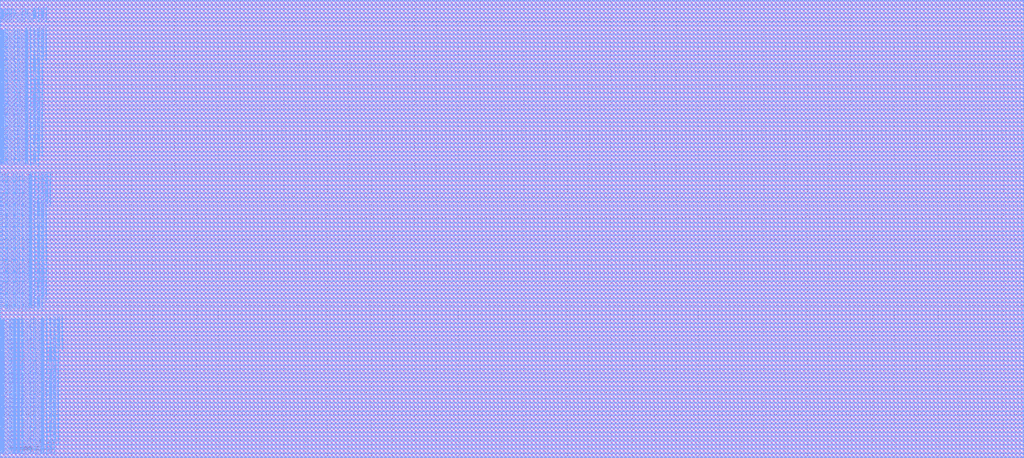
<source format=lef>
# Generated by FakeRAM 2.0
VERSION 5.7 ;
BUSBITCHARS "[]" ;
PROPERTYDEFINITIONS
  MACRO width INTEGER ;
  MACRO depth INTEGER ;
  MACRO banks INTEGER ;
END PROPERTYDEFINITIONS
MACRO fakeram7_dp_512x128
  PROPERTY width 128 ;
  PROPERTY depth 512 ;
  PROPERTY banks 4 ;
  FOREIGN fakeram7_dp_512x128 0 0 ;
  SYMMETRY X Y ;
  SIZE 93.860 BY 42.000 ;
  CLASS BLOCK ;
  PIN w_mask_in_A[0]
    DIRECTION INPUT ;
    USE SIGNAL ;
    SHAPE ABUTMENT ;
    PORT
      LAYER M4 ;
      RECT 0.000 0.048 0.024 0.072 ;
    END
  END w_mask_in_A[0]
  PIN w_mask_in_B[0]
    DIRECTION INPUT ;
    USE SIGNAL ;
    SHAPE ABUTMENT ;
    PORT
      LAYER M4 ;
      RECT 93.836 0.048 93.860 0.072 ;
    END
  END w_mask_in_B[0]
  PIN w_mask_in_A[1]
    DIRECTION INPUT ;
    USE SIGNAL ;
    SHAPE ABUTMENT ;
    PORT
      LAYER M4 ;
      RECT 0.000 0.144 0.024 0.168 ;
    END
  END w_mask_in_A[1]
  PIN w_mask_in_B[1]
    DIRECTION INPUT ;
    USE SIGNAL ;
    SHAPE ABUTMENT ;
    PORT
      LAYER M4 ;
      RECT 93.836 0.144 93.860 0.168 ;
    END
  END w_mask_in_B[1]
  PIN w_mask_in_A[2]
    DIRECTION INPUT ;
    USE SIGNAL ;
    SHAPE ABUTMENT ;
    PORT
      LAYER M4 ;
      RECT 0.000 0.240 0.024 0.264 ;
    END
  END w_mask_in_A[2]
  PIN w_mask_in_B[2]
    DIRECTION INPUT ;
    USE SIGNAL ;
    SHAPE ABUTMENT ;
    PORT
      LAYER M4 ;
      RECT 93.836 0.240 93.860 0.264 ;
    END
  END w_mask_in_B[2]
  PIN w_mask_in_A[3]
    DIRECTION INPUT ;
    USE SIGNAL ;
    SHAPE ABUTMENT ;
    PORT
      LAYER M4 ;
      RECT 0.000 0.336 0.024 0.360 ;
    END
  END w_mask_in_A[3]
  PIN w_mask_in_B[3]
    DIRECTION INPUT ;
    USE SIGNAL ;
    SHAPE ABUTMENT ;
    PORT
      LAYER M4 ;
      RECT 93.836 0.336 93.860 0.360 ;
    END
  END w_mask_in_B[3]
  PIN w_mask_in_A[4]
    DIRECTION INPUT ;
    USE SIGNAL ;
    SHAPE ABUTMENT ;
    PORT
      LAYER M4 ;
      RECT 0.000 0.432 0.024 0.456 ;
    END
  END w_mask_in_A[4]
  PIN w_mask_in_B[4]
    DIRECTION INPUT ;
    USE SIGNAL ;
    SHAPE ABUTMENT ;
    PORT
      LAYER M4 ;
      RECT 93.836 0.432 93.860 0.456 ;
    END
  END w_mask_in_B[4]
  PIN w_mask_in_A[5]
    DIRECTION INPUT ;
    USE SIGNAL ;
    SHAPE ABUTMENT ;
    PORT
      LAYER M4 ;
      RECT 0.000 0.528 0.024 0.552 ;
    END
  END w_mask_in_A[5]
  PIN w_mask_in_B[5]
    DIRECTION INPUT ;
    USE SIGNAL ;
    SHAPE ABUTMENT ;
    PORT
      LAYER M4 ;
      RECT 93.836 0.528 93.860 0.552 ;
    END
  END w_mask_in_B[5]
  PIN w_mask_in_A[6]
    DIRECTION INPUT ;
    USE SIGNAL ;
    SHAPE ABUTMENT ;
    PORT
      LAYER M4 ;
      RECT 0.000 0.624 0.024 0.648 ;
    END
  END w_mask_in_A[6]
  PIN w_mask_in_B[6]
    DIRECTION INPUT ;
    USE SIGNAL ;
    SHAPE ABUTMENT ;
    PORT
      LAYER M4 ;
      RECT 93.836 0.624 93.860 0.648 ;
    END
  END w_mask_in_B[6]
  PIN w_mask_in_A[7]
    DIRECTION INPUT ;
    USE SIGNAL ;
    SHAPE ABUTMENT ;
    PORT
      LAYER M4 ;
      RECT 0.000 0.720 0.024 0.744 ;
    END
  END w_mask_in_A[7]
  PIN w_mask_in_B[7]
    DIRECTION INPUT ;
    USE SIGNAL ;
    SHAPE ABUTMENT ;
    PORT
      LAYER M4 ;
      RECT 93.836 0.720 93.860 0.744 ;
    END
  END w_mask_in_B[7]
  PIN w_mask_in_A[8]
    DIRECTION INPUT ;
    USE SIGNAL ;
    SHAPE ABUTMENT ;
    PORT
      LAYER M4 ;
      RECT 0.000 0.816 0.024 0.840 ;
    END
  END w_mask_in_A[8]
  PIN w_mask_in_B[8]
    DIRECTION INPUT ;
    USE SIGNAL ;
    SHAPE ABUTMENT ;
    PORT
      LAYER M4 ;
      RECT 93.836 0.816 93.860 0.840 ;
    END
  END w_mask_in_B[8]
  PIN w_mask_in_A[9]
    DIRECTION INPUT ;
    USE SIGNAL ;
    SHAPE ABUTMENT ;
    PORT
      LAYER M4 ;
      RECT 0.000 0.912 0.024 0.936 ;
    END
  END w_mask_in_A[9]
  PIN w_mask_in_B[9]
    DIRECTION INPUT ;
    USE SIGNAL ;
    SHAPE ABUTMENT ;
    PORT
      LAYER M4 ;
      RECT 93.836 0.912 93.860 0.936 ;
    END
  END w_mask_in_B[9]
  PIN w_mask_in_A[10]
    DIRECTION INPUT ;
    USE SIGNAL ;
    SHAPE ABUTMENT ;
    PORT
      LAYER M4 ;
      RECT 0.000 1.008 0.024 1.032 ;
    END
  END w_mask_in_A[10]
  PIN w_mask_in_B[10]
    DIRECTION INPUT ;
    USE SIGNAL ;
    SHAPE ABUTMENT ;
    PORT
      LAYER M4 ;
      RECT 93.836 1.008 93.860 1.032 ;
    END
  END w_mask_in_B[10]
  PIN w_mask_in_A[11]
    DIRECTION INPUT ;
    USE SIGNAL ;
    SHAPE ABUTMENT ;
    PORT
      LAYER M4 ;
      RECT 0.000 1.104 0.024 1.128 ;
    END
  END w_mask_in_A[11]
  PIN w_mask_in_B[11]
    DIRECTION INPUT ;
    USE SIGNAL ;
    SHAPE ABUTMENT ;
    PORT
      LAYER M4 ;
      RECT 93.836 1.104 93.860 1.128 ;
    END
  END w_mask_in_B[11]
  PIN w_mask_in_A[12]
    DIRECTION INPUT ;
    USE SIGNAL ;
    SHAPE ABUTMENT ;
    PORT
      LAYER M4 ;
      RECT 0.000 1.200 0.024 1.224 ;
    END
  END w_mask_in_A[12]
  PIN w_mask_in_B[12]
    DIRECTION INPUT ;
    USE SIGNAL ;
    SHAPE ABUTMENT ;
    PORT
      LAYER M4 ;
      RECT 93.836 1.200 93.860 1.224 ;
    END
  END w_mask_in_B[12]
  PIN w_mask_in_A[13]
    DIRECTION INPUT ;
    USE SIGNAL ;
    SHAPE ABUTMENT ;
    PORT
      LAYER M4 ;
      RECT 0.000 1.296 0.024 1.320 ;
    END
  END w_mask_in_A[13]
  PIN w_mask_in_B[13]
    DIRECTION INPUT ;
    USE SIGNAL ;
    SHAPE ABUTMENT ;
    PORT
      LAYER M4 ;
      RECT 93.836 1.296 93.860 1.320 ;
    END
  END w_mask_in_B[13]
  PIN w_mask_in_A[14]
    DIRECTION INPUT ;
    USE SIGNAL ;
    SHAPE ABUTMENT ;
    PORT
      LAYER M4 ;
      RECT 0.000 1.392 0.024 1.416 ;
    END
  END w_mask_in_A[14]
  PIN w_mask_in_B[14]
    DIRECTION INPUT ;
    USE SIGNAL ;
    SHAPE ABUTMENT ;
    PORT
      LAYER M4 ;
      RECT 93.836 1.392 93.860 1.416 ;
    END
  END w_mask_in_B[14]
  PIN w_mask_in_A[15]
    DIRECTION INPUT ;
    USE SIGNAL ;
    SHAPE ABUTMENT ;
    PORT
      LAYER M4 ;
      RECT 0.000 1.488 0.024 1.512 ;
    END
  END w_mask_in_A[15]
  PIN w_mask_in_B[15]
    DIRECTION INPUT ;
    USE SIGNAL ;
    SHAPE ABUTMENT ;
    PORT
      LAYER M4 ;
      RECT 93.836 1.488 93.860 1.512 ;
    END
  END w_mask_in_B[15]
  PIN w_mask_in_A[16]
    DIRECTION INPUT ;
    USE SIGNAL ;
    SHAPE ABUTMENT ;
    PORT
      LAYER M4 ;
      RECT 0.000 1.584 0.024 1.608 ;
    END
  END w_mask_in_A[16]
  PIN w_mask_in_B[16]
    DIRECTION INPUT ;
    USE SIGNAL ;
    SHAPE ABUTMENT ;
    PORT
      LAYER M4 ;
      RECT 93.836 1.584 93.860 1.608 ;
    END
  END w_mask_in_B[16]
  PIN w_mask_in_A[17]
    DIRECTION INPUT ;
    USE SIGNAL ;
    SHAPE ABUTMENT ;
    PORT
      LAYER M4 ;
      RECT 0.000 1.680 0.024 1.704 ;
    END
  END w_mask_in_A[17]
  PIN w_mask_in_B[17]
    DIRECTION INPUT ;
    USE SIGNAL ;
    SHAPE ABUTMENT ;
    PORT
      LAYER M4 ;
      RECT 93.836 1.680 93.860 1.704 ;
    END
  END w_mask_in_B[17]
  PIN w_mask_in_A[18]
    DIRECTION INPUT ;
    USE SIGNAL ;
    SHAPE ABUTMENT ;
    PORT
      LAYER M4 ;
      RECT 0.000 1.776 0.024 1.800 ;
    END
  END w_mask_in_A[18]
  PIN w_mask_in_B[18]
    DIRECTION INPUT ;
    USE SIGNAL ;
    SHAPE ABUTMENT ;
    PORT
      LAYER M4 ;
      RECT 93.836 1.776 93.860 1.800 ;
    END
  END w_mask_in_B[18]
  PIN w_mask_in_A[19]
    DIRECTION INPUT ;
    USE SIGNAL ;
    SHAPE ABUTMENT ;
    PORT
      LAYER M4 ;
      RECT 0.000 1.872 0.024 1.896 ;
    END
  END w_mask_in_A[19]
  PIN w_mask_in_B[19]
    DIRECTION INPUT ;
    USE SIGNAL ;
    SHAPE ABUTMENT ;
    PORT
      LAYER M4 ;
      RECT 93.836 1.872 93.860 1.896 ;
    END
  END w_mask_in_B[19]
  PIN w_mask_in_A[20]
    DIRECTION INPUT ;
    USE SIGNAL ;
    SHAPE ABUTMENT ;
    PORT
      LAYER M4 ;
      RECT 0.000 1.968 0.024 1.992 ;
    END
  END w_mask_in_A[20]
  PIN w_mask_in_B[20]
    DIRECTION INPUT ;
    USE SIGNAL ;
    SHAPE ABUTMENT ;
    PORT
      LAYER M4 ;
      RECT 93.836 1.968 93.860 1.992 ;
    END
  END w_mask_in_B[20]
  PIN w_mask_in_A[21]
    DIRECTION INPUT ;
    USE SIGNAL ;
    SHAPE ABUTMENT ;
    PORT
      LAYER M4 ;
      RECT 0.000 2.064 0.024 2.088 ;
    END
  END w_mask_in_A[21]
  PIN w_mask_in_B[21]
    DIRECTION INPUT ;
    USE SIGNAL ;
    SHAPE ABUTMENT ;
    PORT
      LAYER M4 ;
      RECT 93.836 2.064 93.860 2.088 ;
    END
  END w_mask_in_B[21]
  PIN w_mask_in_A[22]
    DIRECTION INPUT ;
    USE SIGNAL ;
    SHAPE ABUTMENT ;
    PORT
      LAYER M4 ;
      RECT 0.000 2.160 0.024 2.184 ;
    END
  END w_mask_in_A[22]
  PIN w_mask_in_B[22]
    DIRECTION INPUT ;
    USE SIGNAL ;
    SHAPE ABUTMENT ;
    PORT
      LAYER M4 ;
      RECT 93.836 2.160 93.860 2.184 ;
    END
  END w_mask_in_B[22]
  PIN w_mask_in_A[23]
    DIRECTION INPUT ;
    USE SIGNAL ;
    SHAPE ABUTMENT ;
    PORT
      LAYER M4 ;
      RECT 0.000 2.256 0.024 2.280 ;
    END
  END w_mask_in_A[23]
  PIN w_mask_in_B[23]
    DIRECTION INPUT ;
    USE SIGNAL ;
    SHAPE ABUTMENT ;
    PORT
      LAYER M4 ;
      RECT 93.836 2.256 93.860 2.280 ;
    END
  END w_mask_in_B[23]
  PIN w_mask_in_A[24]
    DIRECTION INPUT ;
    USE SIGNAL ;
    SHAPE ABUTMENT ;
    PORT
      LAYER M4 ;
      RECT 0.000 2.352 0.024 2.376 ;
    END
  END w_mask_in_A[24]
  PIN w_mask_in_B[24]
    DIRECTION INPUT ;
    USE SIGNAL ;
    SHAPE ABUTMENT ;
    PORT
      LAYER M4 ;
      RECT 93.836 2.352 93.860 2.376 ;
    END
  END w_mask_in_B[24]
  PIN w_mask_in_A[25]
    DIRECTION INPUT ;
    USE SIGNAL ;
    SHAPE ABUTMENT ;
    PORT
      LAYER M4 ;
      RECT 0.000 2.448 0.024 2.472 ;
    END
  END w_mask_in_A[25]
  PIN w_mask_in_B[25]
    DIRECTION INPUT ;
    USE SIGNAL ;
    SHAPE ABUTMENT ;
    PORT
      LAYER M4 ;
      RECT 93.836 2.448 93.860 2.472 ;
    END
  END w_mask_in_B[25]
  PIN w_mask_in_A[26]
    DIRECTION INPUT ;
    USE SIGNAL ;
    SHAPE ABUTMENT ;
    PORT
      LAYER M4 ;
      RECT 0.000 2.544 0.024 2.568 ;
    END
  END w_mask_in_A[26]
  PIN w_mask_in_B[26]
    DIRECTION INPUT ;
    USE SIGNAL ;
    SHAPE ABUTMENT ;
    PORT
      LAYER M4 ;
      RECT 93.836 2.544 93.860 2.568 ;
    END
  END w_mask_in_B[26]
  PIN w_mask_in_A[27]
    DIRECTION INPUT ;
    USE SIGNAL ;
    SHAPE ABUTMENT ;
    PORT
      LAYER M4 ;
      RECT 0.000 2.640 0.024 2.664 ;
    END
  END w_mask_in_A[27]
  PIN w_mask_in_B[27]
    DIRECTION INPUT ;
    USE SIGNAL ;
    SHAPE ABUTMENT ;
    PORT
      LAYER M4 ;
      RECT 93.836 2.640 93.860 2.664 ;
    END
  END w_mask_in_B[27]
  PIN w_mask_in_A[28]
    DIRECTION INPUT ;
    USE SIGNAL ;
    SHAPE ABUTMENT ;
    PORT
      LAYER M4 ;
      RECT 0.000 2.736 0.024 2.760 ;
    END
  END w_mask_in_A[28]
  PIN w_mask_in_B[28]
    DIRECTION INPUT ;
    USE SIGNAL ;
    SHAPE ABUTMENT ;
    PORT
      LAYER M4 ;
      RECT 93.836 2.736 93.860 2.760 ;
    END
  END w_mask_in_B[28]
  PIN w_mask_in_A[29]
    DIRECTION INPUT ;
    USE SIGNAL ;
    SHAPE ABUTMENT ;
    PORT
      LAYER M4 ;
      RECT 0.000 2.832 0.024 2.856 ;
    END
  END w_mask_in_A[29]
  PIN w_mask_in_B[29]
    DIRECTION INPUT ;
    USE SIGNAL ;
    SHAPE ABUTMENT ;
    PORT
      LAYER M4 ;
      RECT 93.836 2.832 93.860 2.856 ;
    END
  END w_mask_in_B[29]
  PIN w_mask_in_A[30]
    DIRECTION INPUT ;
    USE SIGNAL ;
    SHAPE ABUTMENT ;
    PORT
      LAYER M4 ;
      RECT 0.000 2.928 0.024 2.952 ;
    END
  END w_mask_in_A[30]
  PIN w_mask_in_B[30]
    DIRECTION INPUT ;
    USE SIGNAL ;
    SHAPE ABUTMENT ;
    PORT
      LAYER M4 ;
      RECT 93.836 2.928 93.860 2.952 ;
    END
  END w_mask_in_B[30]
  PIN w_mask_in_A[31]
    DIRECTION INPUT ;
    USE SIGNAL ;
    SHAPE ABUTMENT ;
    PORT
      LAYER M4 ;
      RECT 0.000 3.024 0.024 3.048 ;
    END
  END w_mask_in_A[31]
  PIN w_mask_in_B[31]
    DIRECTION INPUT ;
    USE SIGNAL ;
    SHAPE ABUTMENT ;
    PORT
      LAYER M4 ;
      RECT 93.836 3.024 93.860 3.048 ;
    END
  END w_mask_in_B[31]
  PIN w_mask_in_A[32]
    DIRECTION INPUT ;
    USE SIGNAL ;
    SHAPE ABUTMENT ;
    PORT
      LAYER M4 ;
      RECT 0.000 3.120 0.024 3.144 ;
    END
  END w_mask_in_A[32]
  PIN w_mask_in_B[32]
    DIRECTION INPUT ;
    USE SIGNAL ;
    SHAPE ABUTMENT ;
    PORT
      LAYER M4 ;
      RECT 93.836 3.120 93.860 3.144 ;
    END
  END w_mask_in_B[32]
  PIN w_mask_in_A[33]
    DIRECTION INPUT ;
    USE SIGNAL ;
    SHAPE ABUTMENT ;
    PORT
      LAYER M4 ;
      RECT 0.000 3.216 0.024 3.240 ;
    END
  END w_mask_in_A[33]
  PIN w_mask_in_B[33]
    DIRECTION INPUT ;
    USE SIGNAL ;
    SHAPE ABUTMENT ;
    PORT
      LAYER M4 ;
      RECT 93.836 3.216 93.860 3.240 ;
    END
  END w_mask_in_B[33]
  PIN w_mask_in_A[34]
    DIRECTION INPUT ;
    USE SIGNAL ;
    SHAPE ABUTMENT ;
    PORT
      LAYER M4 ;
      RECT 0.000 3.312 0.024 3.336 ;
    END
  END w_mask_in_A[34]
  PIN w_mask_in_B[34]
    DIRECTION INPUT ;
    USE SIGNAL ;
    SHAPE ABUTMENT ;
    PORT
      LAYER M4 ;
      RECT 93.836 3.312 93.860 3.336 ;
    END
  END w_mask_in_B[34]
  PIN w_mask_in_A[35]
    DIRECTION INPUT ;
    USE SIGNAL ;
    SHAPE ABUTMENT ;
    PORT
      LAYER M4 ;
      RECT 0.000 3.408 0.024 3.432 ;
    END
  END w_mask_in_A[35]
  PIN w_mask_in_B[35]
    DIRECTION INPUT ;
    USE SIGNAL ;
    SHAPE ABUTMENT ;
    PORT
      LAYER M4 ;
      RECT 93.836 3.408 93.860 3.432 ;
    END
  END w_mask_in_B[35]
  PIN w_mask_in_A[36]
    DIRECTION INPUT ;
    USE SIGNAL ;
    SHAPE ABUTMENT ;
    PORT
      LAYER M4 ;
      RECT 0.000 3.504 0.024 3.528 ;
    END
  END w_mask_in_A[36]
  PIN w_mask_in_B[36]
    DIRECTION INPUT ;
    USE SIGNAL ;
    SHAPE ABUTMENT ;
    PORT
      LAYER M4 ;
      RECT 93.836 3.504 93.860 3.528 ;
    END
  END w_mask_in_B[36]
  PIN w_mask_in_A[37]
    DIRECTION INPUT ;
    USE SIGNAL ;
    SHAPE ABUTMENT ;
    PORT
      LAYER M4 ;
      RECT 0.000 3.600 0.024 3.624 ;
    END
  END w_mask_in_A[37]
  PIN w_mask_in_B[37]
    DIRECTION INPUT ;
    USE SIGNAL ;
    SHAPE ABUTMENT ;
    PORT
      LAYER M4 ;
      RECT 93.836 3.600 93.860 3.624 ;
    END
  END w_mask_in_B[37]
  PIN w_mask_in_A[38]
    DIRECTION INPUT ;
    USE SIGNAL ;
    SHAPE ABUTMENT ;
    PORT
      LAYER M4 ;
      RECT 0.000 3.696 0.024 3.720 ;
    END
  END w_mask_in_A[38]
  PIN w_mask_in_B[38]
    DIRECTION INPUT ;
    USE SIGNAL ;
    SHAPE ABUTMENT ;
    PORT
      LAYER M4 ;
      RECT 93.836 3.696 93.860 3.720 ;
    END
  END w_mask_in_B[38]
  PIN w_mask_in_A[39]
    DIRECTION INPUT ;
    USE SIGNAL ;
    SHAPE ABUTMENT ;
    PORT
      LAYER M4 ;
      RECT 0.000 3.792 0.024 3.816 ;
    END
  END w_mask_in_A[39]
  PIN w_mask_in_B[39]
    DIRECTION INPUT ;
    USE SIGNAL ;
    SHAPE ABUTMENT ;
    PORT
      LAYER M4 ;
      RECT 93.836 3.792 93.860 3.816 ;
    END
  END w_mask_in_B[39]
  PIN w_mask_in_A[40]
    DIRECTION INPUT ;
    USE SIGNAL ;
    SHAPE ABUTMENT ;
    PORT
      LAYER M4 ;
      RECT 0.000 3.888 0.024 3.912 ;
    END
  END w_mask_in_A[40]
  PIN w_mask_in_B[40]
    DIRECTION INPUT ;
    USE SIGNAL ;
    SHAPE ABUTMENT ;
    PORT
      LAYER M4 ;
      RECT 93.836 3.888 93.860 3.912 ;
    END
  END w_mask_in_B[40]
  PIN w_mask_in_A[41]
    DIRECTION INPUT ;
    USE SIGNAL ;
    SHAPE ABUTMENT ;
    PORT
      LAYER M4 ;
      RECT 0.000 3.984 0.024 4.008 ;
    END
  END w_mask_in_A[41]
  PIN w_mask_in_B[41]
    DIRECTION INPUT ;
    USE SIGNAL ;
    SHAPE ABUTMENT ;
    PORT
      LAYER M4 ;
      RECT 93.836 3.984 93.860 4.008 ;
    END
  END w_mask_in_B[41]
  PIN w_mask_in_A[42]
    DIRECTION INPUT ;
    USE SIGNAL ;
    SHAPE ABUTMENT ;
    PORT
      LAYER M4 ;
      RECT 0.000 4.080 0.024 4.104 ;
    END
  END w_mask_in_A[42]
  PIN w_mask_in_B[42]
    DIRECTION INPUT ;
    USE SIGNAL ;
    SHAPE ABUTMENT ;
    PORT
      LAYER M4 ;
      RECT 93.836 4.080 93.860 4.104 ;
    END
  END w_mask_in_B[42]
  PIN w_mask_in_A[43]
    DIRECTION INPUT ;
    USE SIGNAL ;
    SHAPE ABUTMENT ;
    PORT
      LAYER M4 ;
      RECT 0.000 4.176 0.024 4.200 ;
    END
  END w_mask_in_A[43]
  PIN w_mask_in_B[43]
    DIRECTION INPUT ;
    USE SIGNAL ;
    SHAPE ABUTMENT ;
    PORT
      LAYER M4 ;
      RECT 93.836 4.176 93.860 4.200 ;
    END
  END w_mask_in_B[43]
  PIN w_mask_in_A[44]
    DIRECTION INPUT ;
    USE SIGNAL ;
    SHAPE ABUTMENT ;
    PORT
      LAYER M4 ;
      RECT 0.000 4.272 0.024 4.296 ;
    END
  END w_mask_in_A[44]
  PIN w_mask_in_B[44]
    DIRECTION INPUT ;
    USE SIGNAL ;
    SHAPE ABUTMENT ;
    PORT
      LAYER M4 ;
      RECT 93.836 4.272 93.860 4.296 ;
    END
  END w_mask_in_B[44]
  PIN w_mask_in_A[45]
    DIRECTION INPUT ;
    USE SIGNAL ;
    SHAPE ABUTMENT ;
    PORT
      LAYER M4 ;
      RECT 0.000 4.368 0.024 4.392 ;
    END
  END w_mask_in_A[45]
  PIN w_mask_in_B[45]
    DIRECTION INPUT ;
    USE SIGNAL ;
    SHAPE ABUTMENT ;
    PORT
      LAYER M4 ;
      RECT 93.836 4.368 93.860 4.392 ;
    END
  END w_mask_in_B[45]
  PIN w_mask_in_A[46]
    DIRECTION INPUT ;
    USE SIGNAL ;
    SHAPE ABUTMENT ;
    PORT
      LAYER M4 ;
      RECT 0.000 4.464 0.024 4.488 ;
    END
  END w_mask_in_A[46]
  PIN w_mask_in_B[46]
    DIRECTION INPUT ;
    USE SIGNAL ;
    SHAPE ABUTMENT ;
    PORT
      LAYER M4 ;
      RECT 93.836 4.464 93.860 4.488 ;
    END
  END w_mask_in_B[46]
  PIN w_mask_in_A[47]
    DIRECTION INPUT ;
    USE SIGNAL ;
    SHAPE ABUTMENT ;
    PORT
      LAYER M4 ;
      RECT 0.000 4.560 0.024 4.584 ;
    END
  END w_mask_in_A[47]
  PIN w_mask_in_B[47]
    DIRECTION INPUT ;
    USE SIGNAL ;
    SHAPE ABUTMENT ;
    PORT
      LAYER M4 ;
      RECT 93.836 4.560 93.860 4.584 ;
    END
  END w_mask_in_B[47]
  PIN w_mask_in_A[48]
    DIRECTION INPUT ;
    USE SIGNAL ;
    SHAPE ABUTMENT ;
    PORT
      LAYER M4 ;
      RECT 0.000 4.656 0.024 4.680 ;
    END
  END w_mask_in_A[48]
  PIN w_mask_in_B[48]
    DIRECTION INPUT ;
    USE SIGNAL ;
    SHAPE ABUTMENT ;
    PORT
      LAYER M4 ;
      RECT 93.836 4.656 93.860 4.680 ;
    END
  END w_mask_in_B[48]
  PIN w_mask_in_A[49]
    DIRECTION INPUT ;
    USE SIGNAL ;
    SHAPE ABUTMENT ;
    PORT
      LAYER M4 ;
      RECT 0.000 4.752 0.024 4.776 ;
    END
  END w_mask_in_A[49]
  PIN w_mask_in_B[49]
    DIRECTION INPUT ;
    USE SIGNAL ;
    SHAPE ABUTMENT ;
    PORT
      LAYER M4 ;
      RECT 93.836 4.752 93.860 4.776 ;
    END
  END w_mask_in_B[49]
  PIN w_mask_in_A[50]
    DIRECTION INPUT ;
    USE SIGNAL ;
    SHAPE ABUTMENT ;
    PORT
      LAYER M4 ;
      RECT 0.000 4.848 0.024 4.872 ;
    END
  END w_mask_in_A[50]
  PIN w_mask_in_B[50]
    DIRECTION INPUT ;
    USE SIGNAL ;
    SHAPE ABUTMENT ;
    PORT
      LAYER M4 ;
      RECT 93.836 4.848 93.860 4.872 ;
    END
  END w_mask_in_B[50]
  PIN w_mask_in_A[51]
    DIRECTION INPUT ;
    USE SIGNAL ;
    SHAPE ABUTMENT ;
    PORT
      LAYER M4 ;
      RECT 0.000 4.944 0.024 4.968 ;
    END
  END w_mask_in_A[51]
  PIN w_mask_in_B[51]
    DIRECTION INPUT ;
    USE SIGNAL ;
    SHAPE ABUTMENT ;
    PORT
      LAYER M4 ;
      RECT 93.836 4.944 93.860 4.968 ;
    END
  END w_mask_in_B[51]
  PIN w_mask_in_A[52]
    DIRECTION INPUT ;
    USE SIGNAL ;
    SHAPE ABUTMENT ;
    PORT
      LAYER M4 ;
      RECT 0.000 5.040 0.024 5.064 ;
    END
  END w_mask_in_A[52]
  PIN w_mask_in_B[52]
    DIRECTION INPUT ;
    USE SIGNAL ;
    SHAPE ABUTMENT ;
    PORT
      LAYER M4 ;
      RECT 93.836 5.040 93.860 5.064 ;
    END
  END w_mask_in_B[52]
  PIN w_mask_in_A[53]
    DIRECTION INPUT ;
    USE SIGNAL ;
    SHAPE ABUTMENT ;
    PORT
      LAYER M4 ;
      RECT 0.000 5.136 0.024 5.160 ;
    END
  END w_mask_in_A[53]
  PIN w_mask_in_B[53]
    DIRECTION INPUT ;
    USE SIGNAL ;
    SHAPE ABUTMENT ;
    PORT
      LAYER M4 ;
      RECT 93.836 5.136 93.860 5.160 ;
    END
  END w_mask_in_B[53]
  PIN w_mask_in_A[54]
    DIRECTION INPUT ;
    USE SIGNAL ;
    SHAPE ABUTMENT ;
    PORT
      LAYER M4 ;
      RECT 0.000 5.232 0.024 5.256 ;
    END
  END w_mask_in_A[54]
  PIN w_mask_in_B[54]
    DIRECTION INPUT ;
    USE SIGNAL ;
    SHAPE ABUTMENT ;
    PORT
      LAYER M4 ;
      RECT 93.836 5.232 93.860 5.256 ;
    END
  END w_mask_in_B[54]
  PIN w_mask_in_A[55]
    DIRECTION INPUT ;
    USE SIGNAL ;
    SHAPE ABUTMENT ;
    PORT
      LAYER M4 ;
      RECT 0.000 5.328 0.024 5.352 ;
    END
  END w_mask_in_A[55]
  PIN w_mask_in_B[55]
    DIRECTION INPUT ;
    USE SIGNAL ;
    SHAPE ABUTMENT ;
    PORT
      LAYER M4 ;
      RECT 93.836 5.328 93.860 5.352 ;
    END
  END w_mask_in_B[55]
  PIN w_mask_in_A[56]
    DIRECTION INPUT ;
    USE SIGNAL ;
    SHAPE ABUTMENT ;
    PORT
      LAYER M4 ;
      RECT 0.000 5.424 0.024 5.448 ;
    END
  END w_mask_in_A[56]
  PIN w_mask_in_B[56]
    DIRECTION INPUT ;
    USE SIGNAL ;
    SHAPE ABUTMENT ;
    PORT
      LAYER M4 ;
      RECT 93.836 5.424 93.860 5.448 ;
    END
  END w_mask_in_B[56]
  PIN w_mask_in_A[57]
    DIRECTION INPUT ;
    USE SIGNAL ;
    SHAPE ABUTMENT ;
    PORT
      LAYER M4 ;
      RECT 0.000 5.520 0.024 5.544 ;
    END
  END w_mask_in_A[57]
  PIN w_mask_in_B[57]
    DIRECTION INPUT ;
    USE SIGNAL ;
    SHAPE ABUTMENT ;
    PORT
      LAYER M4 ;
      RECT 93.836 5.520 93.860 5.544 ;
    END
  END w_mask_in_B[57]
  PIN w_mask_in_A[58]
    DIRECTION INPUT ;
    USE SIGNAL ;
    SHAPE ABUTMENT ;
    PORT
      LAYER M4 ;
      RECT 0.000 5.616 0.024 5.640 ;
    END
  END w_mask_in_A[58]
  PIN w_mask_in_B[58]
    DIRECTION INPUT ;
    USE SIGNAL ;
    SHAPE ABUTMENT ;
    PORT
      LAYER M4 ;
      RECT 93.836 5.616 93.860 5.640 ;
    END
  END w_mask_in_B[58]
  PIN w_mask_in_A[59]
    DIRECTION INPUT ;
    USE SIGNAL ;
    SHAPE ABUTMENT ;
    PORT
      LAYER M4 ;
      RECT 0.000 5.712 0.024 5.736 ;
    END
  END w_mask_in_A[59]
  PIN w_mask_in_B[59]
    DIRECTION INPUT ;
    USE SIGNAL ;
    SHAPE ABUTMENT ;
    PORT
      LAYER M4 ;
      RECT 93.836 5.712 93.860 5.736 ;
    END
  END w_mask_in_B[59]
  PIN w_mask_in_A[60]
    DIRECTION INPUT ;
    USE SIGNAL ;
    SHAPE ABUTMENT ;
    PORT
      LAYER M4 ;
      RECT 0.000 5.808 0.024 5.832 ;
    END
  END w_mask_in_A[60]
  PIN w_mask_in_B[60]
    DIRECTION INPUT ;
    USE SIGNAL ;
    SHAPE ABUTMENT ;
    PORT
      LAYER M4 ;
      RECT 93.836 5.808 93.860 5.832 ;
    END
  END w_mask_in_B[60]
  PIN w_mask_in_A[61]
    DIRECTION INPUT ;
    USE SIGNAL ;
    SHAPE ABUTMENT ;
    PORT
      LAYER M4 ;
      RECT 0.000 5.904 0.024 5.928 ;
    END
  END w_mask_in_A[61]
  PIN w_mask_in_B[61]
    DIRECTION INPUT ;
    USE SIGNAL ;
    SHAPE ABUTMENT ;
    PORT
      LAYER M4 ;
      RECT 93.836 5.904 93.860 5.928 ;
    END
  END w_mask_in_B[61]
  PIN w_mask_in_A[62]
    DIRECTION INPUT ;
    USE SIGNAL ;
    SHAPE ABUTMENT ;
    PORT
      LAYER M4 ;
      RECT 0.000 6.000 0.024 6.024 ;
    END
  END w_mask_in_A[62]
  PIN w_mask_in_B[62]
    DIRECTION INPUT ;
    USE SIGNAL ;
    SHAPE ABUTMENT ;
    PORT
      LAYER M4 ;
      RECT 93.836 6.000 93.860 6.024 ;
    END
  END w_mask_in_B[62]
  PIN w_mask_in_A[63]
    DIRECTION INPUT ;
    USE SIGNAL ;
    SHAPE ABUTMENT ;
    PORT
      LAYER M4 ;
      RECT 0.000 6.096 0.024 6.120 ;
    END
  END w_mask_in_A[63]
  PIN w_mask_in_B[63]
    DIRECTION INPUT ;
    USE SIGNAL ;
    SHAPE ABUTMENT ;
    PORT
      LAYER M4 ;
      RECT 93.836 6.096 93.860 6.120 ;
    END
  END w_mask_in_B[63]
  PIN w_mask_in_A[64]
    DIRECTION INPUT ;
    USE SIGNAL ;
    SHAPE ABUTMENT ;
    PORT
      LAYER M4 ;
      RECT 0.000 6.192 0.024 6.216 ;
    END
  END w_mask_in_A[64]
  PIN w_mask_in_B[64]
    DIRECTION INPUT ;
    USE SIGNAL ;
    SHAPE ABUTMENT ;
    PORT
      LAYER M4 ;
      RECT 93.836 6.192 93.860 6.216 ;
    END
  END w_mask_in_B[64]
  PIN w_mask_in_A[65]
    DIRECTION INPUT ;
    USE SIGNAL ;
    SHAPE ABUTMENT ;
    PORT
      LAYER M4 ;
      RECT 0.000 6.288 0.024 6.312 ;
    END
  END w_mask_in_A[65]
  PIN w_mask_in_B[65]
    DIRECTION INPUT ;
    USE SIGNAL ;
    SHAPE ABUTMENT ;
    PORT
      LAYER M4 ;
      RECT 93.836 6.288 93.860 6.312 ;
    END
  END w_mask_in_B[65]
  PIN w_mask_in_A[66]
    DIRECTION INPUT ;
    USE SIGNAL ;
    SHAPE ABUTMENT ;
    PORT
      LAYER M4 ;
      RECT 0.000 6.384 0.024 6.408 ;
    END
  END w_mask_in_A[66]
  PIN w_mask_in_B[66]
    DIRECTION INPUT ;
    USE SIGNAL ;
    SHAPE ABUTMENT ;
    PORT
      LAYER M4 ;
      RECT 93.836 6.384 93.860 6.408 ;
    END
  END w_mask_in_B[66]
  PIN w_mask_in_A[67]
    DIRECTION INPUT ;
    USE SIGNAL ;
    SHAPE ABUTMENT ;
    PORT
      LAYER M4 ;
      RECT 0.000 6.480 0.024 6.504 ;
    END
  END w_mask_in_A[67]
  PIN w_mask_in_B[67]
    DIRECTION INPUT ;
    USE SIGNAL ;
    SHAPE ABUTMENT ;
    PORT
      LAYER M4 ;
      RECT 93.836 6.480 93.860 6.504 ;
    END
  END w_mask_in_B[67]
  PIN w_mask_in_A[68]
    DIRECTION INPUT ;
    USE SIGNAL ;
    SHAPE ABUTMENT ;
    PORT
      LAYER M4 ;
      RECT 0.000 6.576 0.024 6.600 ;
    END
  END w_mask_in_A[68]
  PIN w_mask_in_B[68]
    DIRECTION INPUT ;
    USE SIGNAL ;
    SHAPE ABUTMENT ;
    PORT
      LAYER M4 ;
      RECT 93.836 6.576 93.860 6.600 ;
    END
  END w_mask_in_B[68]
  PIN w_mask_in_A[69]
    DIRECTION INPUT ;
    USE SIGNAL ;
    SHAPE ABUTMENT ;
    PORT
      LAYER M4 ;
      RECT 0.000 6.672 0.024 6.696 ;
    END
  END w_mask_in_A[69]
  PIN w_mask_in_B[69]
    DIRECTION INPUT ;
    USE SIGNAL ;
    SHAPE ABUTMENT ;
    PORT
      LAYER M4 ;
      RECT 93.836 6.672 93.860 6.696 ;
    END
  END w_mask_in_B[69]
  PIN w_mask_in_A[70]
    DIRECTION INPUT ;
    USE SIGNAL ;
    SHAPE ABUTMENT ;
    PORT
      LAYER M4 ;
      RECT 0.000 6.768 0.024 6.792 ;
    END
  END w_mask_in_A[70]
  PIN w_mask_in_B[70]
    DIRECTION INPUT ;
    USE SIGNAL ;
    SHAPE ABUTMENT ;
    PORT
      LAYER M4 ;
      RECT 93.836 6.768 93.860 6.792 ;
    END
  END w_mask_in_B[70]
  PIN w_mask_in_A[71]
    DIRECTION INPUT ;
    USE SIGNAL ;
    SHAPE ABUTMENT ;
    PORT
      LAYER M4 ;
      RECT 0.000 6.864 0.024 6.888 ;
    END
  END w_mask_in_A[71]
  PIN w_mask_in_B[71]
    DIRECTION INPUT ;
    USE SIGNAL ;
    SHAPE ABUTMENT ;
    PORT
      LAYER M4 ;
      RECT 93.836 6.864 93.860 6.888 ;
    END
  END w_mask_in_B[71]
  PIN w_mask_in_A[72]
    DIRECTION INPUT ;
    USE SIGNAL ;
    SHAPE ABUTMENT ;
    PORT
      LAYER M4 ;
      RECT 0.000 6.960 0.024 6.984 ;
    END
  END w_mask_in_A[72]
  PIN w_mask_in_B[72]
    DIRECTION INPUT ;
    USE SIGNAL ;
    SHAPE ABUTMENT ;
    PORT
      LAYER M4 ;
      RECT 93.836 6.960 93.860 6.984 ;
    END
  END w_mask_in_B[72]
  PIN w_mask_in_A[73]
    DIRECTION INPUT ;
    USE SIGNAL ;
    SHAPE ABUTMENT ;
    PORT
      LAYER M4 ;
      RECT 0.000 7.056 0.024 7.080 ;
    END
  END w_mask_in_A[73]
  PIN w_mask_in_B[73]
    DIRECTION INPUT ;
    USE SIGNAL ;
    SHAPE ABUTMENT ;
    PORT
      LAYER M4 ;
      RECT 93.836 7.056 93.860 7.080 ;
    END
  END w_mask_in_B[73]
  PIN w_mask_in_A[74]
    DIRECTION INPUT ;
    USE SIGNAL ;
    SHAPE ABUTMENT ;
    PORT
      LAYER M4 ;
      RECT 0.000 7.152 0.024 7.176 ;
    END
  END w_mask_in_A[74]
  PIN w_mask_in_B[74]
    DIRECTION INPUT ;
    USE SIGNAL ;
    SHAPE ABUTMENT ;
    PORT
      LAYER M4 ;
      RECT 93.836 7.152 93.860 7.176 ;
    END
  END w_mask_in_B[74]
  PIN w_mask_in_A[75]
    DIRECTION INPUT ;
    USE SIGNAL ;
    SHAPE ABUTMENT ;
    PORT
      LAYER M4 ;
      RECT 0.000 7.248 0.024 7.272 ;
    END
  END w_mask_in_A[75]
  PIN w_mask_in_B[75]
    DIRECTION INPUT ;
    USE SIGNAL ;
    SHAPE ABUTMENT ;
    PORT
      LAYER M4 ;
      RECT 93.836 7.248 93.860 7.272 ;
    END
  END w_mask_in_B[75]
  PIN w_mask_in_A[76]
    DIRECTION INPUT ;
    USE SIGNAL ;
    SHAPE ABUTMENT ;
    PORT
      LAYER M4 ;
      RECT 0.000 7.344 0.024 7.368 ;
    END
  END w_mask_in_A[76]
  PIN w_mask_in_B[76]
    DIRECTION INPUT ;
    USE SIGNAL ;
    SHAPE ABUTMENT ;
    PORT
      LAYER M4 ;
      RECT 93.836 7.344 93.860 7.368 ;
    END
  END w_mask_in_B[76]
  PIN w_mask_in_A[77]
    DIRECTION INPUT ;
    USE SIGNAL ;
    SHAPE ABUTMENT ;
    PORT
      LAYER M4 ;
      RECT 0.000 7.440 0.024 7.464 ;
    END
  END w_mask_in_A[77]
  PIN w_mask_in_B[77]
    DIRECTION INPUT ;
    USE SIGNAL ;
    SHAPE ABUTMENT ;
    PORT
      LAYER M4 ;
      RECT 93.836 7.440 93.860 7.464 ;
    END
  END w_mask_in_B[77]
  PIN w_mask_in_A[78]
    DIRECTION INPUT ;
    USE SIGNAL ;
    SHAPE ABUTMENT ;
    PORT
      LAYER M4 ;
      RECT 0.000 7.536 0.024 7.560 ;
    END
  END w_mask_in_A[78]
  PIN w_mask_in_B[78]
    DIRECTION INPUT ;
    USE SIGNAL ;
    SHAPE ABUTMENT ;
    PORT
      LAYER M4 ;
      RECT 93.836 7.536 93.860 7.560 ;
    END
  END w_mask_in_B[78]
  PIN w_mask_in_A[79]
    DIRECTION INPUT ;
    USE SIGNAL ;
    SHAPE ABUTMENT ;
    PORT
      LAYER M4 ;
      RECT 0.000 7.632 0.024 7.656 ;
    END
  END w_mask_in_A[79]
  PIN w_mask_in_B[79]
    DIRECTION INPUT ;
    USE SIGNAL ;
    SHAPE ABUTMENT ;
    PORT
      LAYER M4 ;
      RECT 93.836 7.632 93.860 7.656 ;
    END
  END w_mask_in_B[79]
  PIN w_mask_in_A[80]
    DIRECTION INPUT ;
    USE SIGNAL ;
    SHAPE ABUTMENT ;
    PORT
      LAYER M4 ;
      RECT 0.000 7.728 0.024 7.752 ;
    END
  END w_mask_in_A[80]
  PIN w_mask_in_B[80]
    DIRECTION INPUT ;
    USE SIGNAL ;
    SHAPE ABUTMENT ;
    PORT
      LAYER M4 ;
      RECT 93.836 7.728 93.860 7.752 ;
    END
  END w_mask_in_B[80]
  PIN w_mask_in_A[81]
    DIRECTION INPUT ;
    USE SIGNAL ;
    SHAPE ABUTMENT ;
    PORT
      LAYER M4 ;
      RECT 0.000 7.824 0.024 7.848 ;
    END
  END w_mask_in_A[81]
  PIN w_mask_in_B[81]
    DIRECTION INPUT ;
    USE SIGNAL ;
    SHAPE ABUTMENT ;
    PORT
      LAYER M4 ;
      RECT 93.836 7.824 93.860 7.848 ;
    END
  END w_mask_in_B[81]
  PIN w_mask_in_A[82]
    DIRECTION INPUT ;
    USE SIGNAL ;
    SHAPE ABUTMENT ;
    PORT
      LAYER M4 ;
      RECT 0.000 7.920 0.024 7.944 ;
    END
  END w_mask_in_A[82]
  PIN w_mask_in_B[82]
    DIRECTION INPUT ;
    USE SIGNAL ;
    SHAPE ABUTMENT ;
    PORT
      LAYER M4 ;
      RECT 93.836 7.920 93.860 7.944 ;
    END
  END w_mask_in_B[82]
  PIN w_mask_in_A[83]
    DIRECTION INPUT ;
    USE SIGNAL ;
    SHAPE ABUTMENT ;
    PORT
      LAYER M4 ;
      RECT 0.000 8.016 0.024 8.040 ;
    END
  END w_mask_in_A[83]
  PIN w_mask_in_B[83]
    DIRECTION INPUT ;
    USE SIGNAL ;
    SHAPE ABUTMENT ;
    PORT
      LAYER M4 ;
      RECT 93.836 8.016 93.860 8.040 ;
    END
  END w_mask_in_B[83]
  PIN w_mask_in_A[84]
    DIRECTION INPUT ;
    USE SIGNAL ;
    SHAPE ABUTMENT ;
    PORT
      LAYER M4 ;
      RECT 0.000 8.112 0.024 8.136 ;
    END
  END w_mask_in_A[84]
  PIN w_mask_in_B[84]
    DIRECTION INPUT ;
    USE SIGNAL ;
    SHAPE ABUTMENT ;
    PORT
      LAYER M4 ;
      RECT 93.836 8.112 93.860 8.136 ;
    END
  END w_mask_in_B[84]
  PIN w_mask_in_A[85]
    DIRECTION INPUT ;
    USE SIGNAL ;
    SHAPE ABUTMENT ;
    PORT
      LAYER M4 ;
      RECT 0.000 8.208 0.024 8.232 ;
    END
  END w_mask_in_A[85]
  PIN w_mask_in_B[85]
    DIRECTION INPUT ;
    USE SIGNAL ;
    SHAPE ABUTMENT ;
    PORT
      LAYER M4 ;
      RECT 93.836 8.208 93.860 8.232 ;
    END
  END w_mask_in_B[85]
  PIN w_mask_in_A[86]
    DIRECTION INPUT ;
    USE SIGNAL ;
    SHAPE ABUTMENT ;
    PORT
      LAYER M4 ;
      RECT 0.000 8.304 0.024 8.328 ;
    END
  END w_mask_in_A[86]
  PIN w_mask_in_B[86]
    DIRECTION INPUT ;
    USE SIGNAL ;
    SHAPE ABUTMENT ;
    PORT
      LAYER M4 ;
      RECT 93.836 8.304 93.860 8.328 ;
    END
  END w_mask_in_B[86]
  PIN w_mask_in_A[87]
    DIRECTION INPUT ;
    USE SIGNAL ;
    SHAPE ABUTMENT ;
    PORT
      LAYER M4 ;
      RECT 0.000 8.400 0.024 8.424 ;
    END
  END w_mask_in_A[87]
  PIN w_mask_in_B[87]
    DIRECTION INPUT ;
    USE SIGNAL ;
    SHAPE ABUTMENT ;
    PORT
      LAYER M4 ;
      RECT 93.836 8.400 93.860 8.424 ;
    END
  END w_mask_in_B[87]
  PIN w_mask_in_A[88]
    DIRECTION INPUT ;
    USE SIGNAL ;
    SHAPE ABUTMENT ;
    PORT
      LAYER M4 ;
      RECT 0.000 8.496 0.024 8.520 ;
    END
  END w_mask_in_A[88]
  PIN w_mask_in_B[88]
    DIRECTION INPUT ;
    USE SIGNAL ;
    SHAPE ABUTMENT ;
    PORT
      LAYER M4 ;
      RECT 93.836 8.496 93.860 8.520 ;
    END
  END w_mask_in_B[88]
  PIN w_mask_in_A[89]
    DIRECTION INPUT ;
    USE SIGNAL ;
    SHAPE ABUTMENT ;
    PORT
      LAYER M4 ;
      RECT 0.000 8.592 0.024 8.616 ;
    END
  END w_mask_in_A[89]
  PIN w_mask_in_B[89]
    DIRECTION INPUT ;
    USE SIGNAL ;
    SHAPE ABUTMENT ;
    PORT
      LAYER M4 ;
      RECT 93.836 8.592 93.860 8.616 ;
    END
  END w_mask_in_B[89]
  PIN w_mask_in_A[90]
    DIRECTION INPUT ;
    USE SIGNAL ;
    SHAPE ABUTMENT ;
    PORT
      LAYER M4 ;
      RECT 0.000 8.688 0.024 8.712 ;
    END
  END w_mask_in_A[90]
  PIN w_mask_in_B[90]
    DIRECTION INPUT ;
    USE SIGNAL ;
    SHAPE ABUTMENT ;
    PORT
      LAYER M4 ;
      RECT 93.836 8.688 93.860 8.712 ;
    END
  END w_mask_in_B[90]
  PIN w_mask_in_A[91]
    DIRECTION INPUT ;
    USE SIGNAL ;
    SHAPE ABUTMENT ;
    PORT
      LAYER M4 ;
      RECT 0.000 8.784 0.024 8.808 ;
    END
  END w_mask_in_A[91]
  PIN w_mask_in_B[91]
    DIRECTION INPUT ;
    USE SIGNAL ;
    SHAPE ABUTMENT ;
    PORT
      LAYER M4 ;
      RECT 93.836 8.784 93.860 8.808 ;
    END
  END w_mask_in_B[91]
  PIN w_mask_in_A[92]
    DIRECTION INPUT ;
    USE SIGNAL ;
    SHAPE ABUTMENT ;
    PORT
      LAYER M4 ;
      RECT 0.000 8.880 0.024 8.904 ;
    END
  END w_mask_in_A[92]
  PIN w_mask_in_B[92]
    DIRECTION INPUT ;
    USE SIGNAL ;
    SHAPE ABUTMENT ;
    PORT
      LAYER M4 ;
      RECT 93.836 8.880 93.860 8.904 ;
    END
  END w_mask_in_B[92]
  PIN w_mask_in_A[93]
    DIRECTION INPUT ;
    USE SIGNAL ;
    SHAPE ABUTMENT ;
    PORT
      LAYER M4 ;
      RECT 0.000 8.976 0.024 9.000 ;
    END
  END w_mask_in_A[93]
  PIN w_mask_in_B[93]
    DIRECTION INPUT ;
    USE SIGNAL ;
    SHAPE ABUTMENT ;
    PORT
      LAYER M4 ;
      RECT 93.836 8.976 93.860 9.000 ;
    END
  END w_mask_in_B[93]
  PIN w_mask_in_A[94]
    DIRECTION INPUT ;
    USE SIGNAL ;
    SHAPE ABUTMENT ;
    PORT
      LAYER M4 ;
      RECT 0.000 9.072 0.024 9.096 ;
    END
  END w_mask_in_A[94]
  PIN w_mask_in_B[94]
    DIRECTION INPUT ;
    USE SIGNAL ;
    SHAPE ABUTMENT ;
    PORT
      LAYER M4 ;
      RECT 93.836 9.072 93.860 9.096 ;
    END
  END w_mask_in_B[94]
  PIN w_mask_in_A[95]
    DIRECTION INPUT ;
    USE SIGNAL ;
    SHAPE ABUTMENT ;
    PORT
      LAYER M4 ;
      RECT 0.000 9.168 0.024 9.192 ;
    END
  END w_mask_in_A[95]
  PIN w_mask_in_B[95]
    DIRECTION INPUT ;
    USE SIGNAL ;
    SHAPE ABUTMENT ;
    PORT
      LAYER M4 ;
      RECT 93.836 9.168 93.860 9.192 ;
    END
  END w_mask_in_B[95]
  PIN w_mask_in_A[96]
    DIRECTION INPUT ;
    USE SIGNAL ;
    SHAPE ABUTMENT ;
    PORT
      LAYER M4 ;
      RECT 0.000 9.264 0.024 9.288 ;
    END
  END w_mask_in_A[96]
  PIN w_mask_in_B[96]
    DIRECTION INPUT ;
    USE SIGNAL ;
    SHAPE ABUTMENT ;
    PORT
      LAYER M4 ;
      RECT 93.836 9.264 93.860 9.288 ;
    END
  END w_mask_in_B[96]
  PIN w_mask_in_A[97]
    DIRECTION INPUT ;
    USE SIGNAL ;
    SHAPE ABUTMENT ;
    PORT
      LAYER M4 ;
      RECT 0.000 9.360 0.024 9.384 ;
    END
  END w_mask_in_A[97]
  PIN w_mask_in_B[97]
    DIRECTION INPUT ;
    USE SIGNAL ;
    SHAPE ABUTMENT ;
    PORT
      LAYER M4 ;
      RECT 93.836 9.360 93.860 9.384 ;
    END
  END w_mask_in_B[97]
  PIN w_mask_in_A[98]
    DIRECTION INPUT ;
    USE SIGNAL ;
    SHAPE ABUTMENT ;
    PORT
      LAYER M4 ;
      RECT 0.000 9.456 0.024 9.480 ;
    END
  END w_mask_in_A[98]
  PIN w_mask_in_B[98]
    DIRECTION INPUT ;
    USE SIGNAL ;
    SHAPE ABUTMENT ;
    PORT
      LAYER M4 ;
      RECT 93.836 9.456 93.860 9.480 ;
    END
  END w_mask_in_B[98]
  PIN w_mask_in_A[99]
    DIRECTION INPUT ;
    USE SIGNAL ;
    SHAPE ABUTMENT ;
    PORT
      LAYER M4 ;
      RECT 0.000 9.552 0.024 9.576 ;
    END
  END w_mask_in_A[99]
  PIN w_mask_in_B[99]
    DIRECTION INPUT ;
    USE SIGNAL ;
    SHAPE ABUTMENT ;
    PORT
      LAYER M4 ;
      RECT 93.836 9.552 93.860 9.576 ;
    END
  END w_mask_in_B[99]
  PIN w_mask_in_A[100]
    DIRECTION INPUT ;
    USE SIGNAL ;
    SHAPE ABUTMENT ;
    PORT
      LAYER M4 ;
      RECT 0.000 9.648 0.024 9.672 ;
    END
  END w_mask_in_A[100]
  PIN w_mask_in_B[100]
    DIRECTION INPUT ;
    USE SIGNAL ;
    SHAPE ABUTMENT ;
    PORT
      LAYER M4 ;
      RECT 93.836 9.648 93.860 9.672 ;
    END
  END w_mask_in_B[100]
  PIN w_mask_in_A[101]
    DIRECTION INPUT ;
    USE SIGNAL ;
    SHAPE ABUTMENT ;
    PORT
      LAYER M4 ;
      RECT 0.000 9.744 0.024 9.768 ;
    END
  END w_mask_in_A[101]
  PIN w_mask_in_B[101]
    DIRECTION INPUT ;
    USE SIGNAL ;
    SHAPE ABUTMENT ;
    PORT
      LAYER M4 ;
      RECT 93.836 9.744 93.860 9.768 ;
    END
  END w_mask_in_B[101]
  PIN w_mask_in_A[102]
    DIRECTION INPUT ;
    USE SIGNAL ;
    SHAPE ABUTMENT ;
    PORT
      LAYER M4 ;
      RECT 0.000 9.840 0.024 9.864 ;
    END
  END w_mask_in_A[102]
  PIN w_mask_in_B[102]
    DIRECTION INPUT ;
    USE SIGNAL ;
    SHAPE ABUTMENT ;
    PORT
      LAYER M4 ;
      RECT 93.836 9.840 93.860 9.864 ;
    END
  END w_mask_in_B[102]
  PIN w_mask_in_A[103]
    DIRECTION INPUT ;
    USE SIGNAL ;
    SHAPE ABUTMENT ;
    PORT
      LAYER M4 ;
      RECT 0.000 9.936 0.024 9.960 ;
    END
  END w_mask_in_A[103]
  PIN w_mask_in_B[103]
    DIRECTION INPUT ;
    USE SIGNAL ;
    SHAPE ABUTMENT ;
    PORT
      LAYER M4 ;
      RECT 93.836 9.936 93.860 9.960 ;
    END
  END w_mask_in_B[103]
  PIN w_mask_in_A[104]
    DIRECTION INPUT ;
    USE SIGNAL ;
    SHAPE ABUTMENT ;
    PORT
      LAYER M4 ;
      RECT 0.000 10.032 0.024 10.056 ;
    END
  END w_mask_in_A[104]
  PIN w_mask_in_B[104]
    DIRECTION INPUT ;
    USE SIGNAL ;
    SHAPE ABUTMENT ;
    PORT
      LAYER M4 ;
      RECT 93.836 10.032 93.860 10.056 ;
    END
  END w_mask_in_B[104]
  PIN w_mask_in_A[105]
    DIRECTION INPUT ;
    USE SIGNAL ;
    SHAPE ABUTMENT ;
    PORT
      LAYER M4 ;
      RECT 0.000 10.128 0.024 10.152 ;
    END
  END w_mask_in_A[105]
  PIN w_mask_in_B[105]
    DIRECTION INPUT ;
    USE SIGNAL ;
    SHAPE ABUTMENT ;
    PORT
      LAYER M4 ;
      RECT 93.836 10.128 93.860 10.152 ;
    END
  END w_mask_in_B[105]
  PIN w_mask_in_A[106]
    DIRECTION INPUT ;
    USE SIGNAL ;
    SHAPE ABUTMENT ;
    PORT
      LAYER M4 ;
      RECT 0.000 10.224 0.024 10.248 ;
    END
  END w_mask_in_A[106]
  PIN w_mask_in_B[106]
    DIRECTION INPUT ;
    USE SIGNAL ;
    SHAPE ABUTMENT ;
    PORT
      LAYER M4 ;
      RECT 93.836 10.224 93.860 10.248 ;
    END
  END w_mask_in_B[106]
  PIN w_mask_in_A[107]
    DIRECTION INPUT ;
    USE SIGNAL ;
    SHAPE ABUTMENT ;
    PORT
      LAYER M4 ;
      RECT 0.000 10.320 0.024 10.344 ;
    END
  END w_mask_in_A[107]
  PIN w_mask_in_B[107]
    DIRECTION INPUT ;
    USE SIGNAL ;
    SHAPE ABUTMENT ;
    PORT
      LAYER M4 ;
      RECT 93.836 10.320 93.860 10.344 ;
    END
  END w_mask_in_B[107]
  PIN w_mask_in_A[108]
    DIRECTION INPUT ;
    USE SIGNAL ;
    SHAPE ABUTMENT ;
    PORT
      LAYER M4 ;
      RECT 0.000 10.416 0.024 10.440 ;
    END
  END w_mask_in_A[108]
  PIN w_mask_in_B[108]
    DIRECTION INPUT ;
    USE SIGNAL ;
    SHAPE ABUTMENT ;
    PORT
      LAYER M4 ;
      RECT 93.836 10.416 93.860 10.440 ;
    END
  END w_mask_in_B[108]
  PIN w_mask_in_A[109]
    DIRECTION INPUT ;
    USE SIGNAL ;
    SHAPE ABUTMENT ;
    PORT
      LAYER M4 ;
      RECT 0.000 10.512 0.024 10.536 ;
    END
  END w_mask_in_A[109]
  PIN w_mask_in_B[109]
    DIRECTION INPUT ;
    USE SIGNAL ;
    SHAPE ABUTMENT ;
    PORT
      LAYER M4 ;
      RECT 93.836 10.512 93.860 10.536 ;
    END
  END w_mask_in_B[109]
  PIN w_mask_in_A[110]
    DIRECTION INPUT ;
    USE SIGNAL ;
    SHAPE ABUTMENT ;
    PORT
      LAYER M4 ;
      RECT 0.000 10.608 0.024 10.632 ;
    END
  END w_mask_in_A[110]
  PIN w_mask_in_B[110]
    DIRECTION INPUT ;
    USE SIGNAL ;
    SHAPE ABUTMENT ;
    PORT
      LAYER M4 ;
      RECT 93.836 10.608 93.860 10.632 ;
    END
  END w_mask_in_B[110]
  PIN w_mask_in_A[111]
    DIRECTION INPUT ;
    USE SIGNAL ;
    SHAPE ABUTMENT ;
    PORT
      LAYER M4 ;
      RECT 0.000 10.704 0.024 10.728 ;
    END
  END w_mask_in_A[111]
  PIN w_mask_in_B[111]
    DIRECTION INPUT ;
    USE SIGNAL ;
    SHAPE ABUTMENT ;
    PORT
      LAYER M4 ;
      RECT 93.836 10.704 93.860 10.728 ;
    END
  END w_mask_in_B[111]
  PIN w_mask_in_A[112]
    DIRECTION INPUT ;
    USE SIGNAL ;
    SHAPE ABUTMENT ;
    PORT
      LAYER M4 ;
      RECT 0.000 10.800 0.024 10.824 ;
    END
  END w_mask_in_A[112]
  PIN w_mask_in_B[112]
    DIRECTION INPUT ;
    USE SIGNAL ;
    SHAPE ABUTMENT ;
    PORT
      LAYER M4 ;
      RECT 93.836 10.800 93.860 10.824 ;
    END
  END w_mask_in_B[112]
  PIN w_mask_in_A[113]
    DIRECTION INPUT ;
    USE SIGNAL ;
    SHAPE ABUTMENT ;
    PORT
      LAYER M4 ;
      RECT 0.000 10.896 0.024 10.920 ;
    END
  END w_mask_in_A[113]
  PIN w_mask_in_B[113]
    DIRECTION INPUT ;
    USE SIGNAL ;
    SHAPE ABUTMENT ;
    PORT
      LAYER M4 ;
      RECT 93.836 10.896 93.860 10.920 ;
    END
  END w_mask_in_B[113]
  PIN w_mask_in_A[114]
    DIRECTION INPUT ;
    USE SIGNAL ;
    SHAPE ABUTMENT ;
    PORT
      LAYER M4 ;
      RECT 0.000 10.992 0.024 11.016 ;
    END
  END w_mask_in_A[114]
  PIN w_mask_in_B[114]
    DIRECTION INPUT ;
    USE SIGNAL ;
    SHAPE ABUTMENT ;
    PORT
      LAYER M4 ;
      RECT 93.836 10.992 93.860 11.016 ;
    END
  END w_mask_in_B[114]
  PIN w_mask_in_A[115]
    DIRECTION INPUT ;
    USE SIGNAL ;
    SHAPE ABUTMENT ;
    PORT
      LAYER M4 ;
      RECT 0.000 11.088 0.024 11.112 ;
    END
  END w_mask_in_A[115]
  PIN w_mask_in_B[115]
    DIRECTION INPUT ;
    USE SIGNAL ;
    SHAPE ABUTMENT ;
    PORT
      LAYER M4 ;
      RECT 93.836 11.088 93.860 11.112 ;
    END
  END w_mask_in_B[115]
  PIN w_mask_in_A[116]
    DIRECTION INPUT ;
    USE SIGNAL ;
    SHAPE ABUTMENT ;
    PORT
      LAYER M4 ;
      RECT 0.000 11.184 0.024 11.208 ;
    END
  END w_mask_in_A[116]
  PIN w_mask_in_B[116]
    DIRECTION INPUT ;
    USE SIGNAL ;
    SHAPE ABUTMENT ;
    PORT
      LAYER M4 ;
      RECT 93.836 11.184 93.860 11.208 ;
    END
  END w_mask_in_B[116]
  PIN w_mask_in_A[117]
    DIRECTION INPUT ;
    USE SIGNAL ;
    SHAPE ABUTMENT ;
    PORT
      LAYER M4 ;
      RECT 0.000 11.280 0.024 11.304 ;
    END
  END w_mask_in_A[117]
  PIN w_mask_in_B[117]
    DIRECTION INPUT ;
    USE SIGNAL ;
    SHAPE ABUTMENT ;
    PORT
      LAYER M4 ;
      RECT 93.836 11.280 93.860 11.304 ;
    END
  END w_mask_in_B[117]
  PIN w_mask_in_A[118]
    DIRECTION INPUT ;
    USE SIGNAL ;
    SHAPE ABUTMENT ;
    PORT
      LAYER M4 ;
      RECT 0.000 11.376 0.024 11.400 ;
    END
  END w_mask_in_A[118]
  PIN w_mask_in_B[118]
    DIRECTION INPUT ;
    USE SIGNAL ;
    SHAPE ABUTMENT ;
    PORT
      LAYER M4 ;
      RECT 93.836 11.376 93.860 11.400 ;
    END
  END w_mask_in_B[118]
  PIN w_mask_in_A[119]
    DIRECTION INPUT ;
    USE SIGNAL ;
    SHAPE ABUTMENT ;
    PORT
      LAYER M4 ;
      RECT 0.000 11.472 0.024 11.496 ;
    END
  END w_mask_in_A[119]
  PIN w_mask_in_B[119]
    DIRECTION INPUT ;
    USE SIGNAL ;
    SHAPE ABUTMENT ;
    PORT
      LAYER M4 ;
      RECT 93.836 11.472 93.860 11.496 ;
    END
  END w_mask_in_B[119]
  PIN w_mask_in_A[120]
    DIRECTION INPUT ;
    USE SIGNAL ;
    SHAPE ABUTMENT ;
    PORT
      LAYER M4 ;
      RECT 0.000 11.568 0.024 11.592 ;
    END
  END w_mask_in_A[120]
  PIN w_mask_in_B[120]
    DIRECTION INPUT ;
    USE SIGNAL ;
    SHAPE ABUTMENT ;
    PORT
      LAYER M4 ;
      RECT 93.836 11.568 93.860 11.592 ;
    END
  END w_mask_in_B[120]
  PIN w_mask_in_A[121]
    DIRECTION INPUT ;
    USE SIGNAL ;
    SHAPE ABUTMENT ;
    PORT
      LAYER M4 ;
      RECT 0.000 11.664 0.024 11.688 ;
    END
  END w_mask_in_A[121]
  PIN w_mask_in_B[121]
    DIRECTION INPUT ;
    USE SIGNAL ;
    SHAPE ABUTMENT ;
    PORT
      LAYER M4 ;
      RECT 93.836 11.664 93.860 11.688 ;
    END
  END w_mask_in_B[121]
  PIN w_mask_in_A[122]
    DIRECTION INPUT ;
    USE SIGNAL ;
    SHAPE ABUTMENT ;
    PORT
      LAYER M4 ;
      RECT 0.000 11.760 0.024 11.784 ;
    END
  END w_mask_in_A[122]
  PIN w_mask_in_B[122]
    DIRECTION INPUT ;
    USE SIGNAL ;
    SHAPE ABUTMENT ;
    PORT
      LAYER M4 ;
      RECT 93.836 11.760 93.860 11.784 ;
    END
  END w_mask_in_B[122]
  PIN w_mask_in_A[123]
    DIRECTION INPUT ;
    USE SIGNAL ;
    SHAPE ABUTMENT ;
    PORT
      LAYER M4 ;
      RECT 0.000 11.856 0.024 11.880 ;
    END
  END w_mask_in_A[123]
  PIN w_mask_in_B[123]
    DIRECTION INPUT ;
    USE SIGNAL ;
    SHAPE ABUTMENT ;
    PORT
      LAYER M4 ;
      RECT 93.836 11.856 93.860 11.880 ;
    END
  END w_mask_in_B[123]
  PIN w_mask_in_A[124]
    DIRECTION INPUT ;
    USE SIGNAL ;
    SHAPE ABUTMENT ;
    PORT
      LAYER M4 ;
      RECT 0.000 11.952 0.024 11.976 ;
    END
  END w_mask_in_A[124]
  PIN w_mask_in_B[124]
    DIRECTION INPUT ;
    USE SIGNAL ;
    SHAPE ABUTMENT ;
    PORT
      LAYER M4 ;
      RECT 93.836 11.952 93.860 11.976 ;
    END
  END w_mask_in_B[124]
  PIN w_mask_in_A[125]
    DIRECTION INPUT ;
    USE SIGNAL ;
    SHAPE ABUTMENT ;
    PORT
      LAYER M4 ;
      RECT 0.000 12.048 0.024 12.072 ;
    END
  END w_mask_in_A[125]
  PIN w_mask_in_B[125]
    DIRECTION INPUT ;
    USE SIGNAL ;
    SHAPE ABUTMENT ;
    PORT
      LAYER M4 ;
      RECT 93.836 12.048 93.860 12.072 ;
    END
  END w_mask_in_B[125]
  PIN w_mask_in_A[126]
    DIRECTION INPUT ;
    USE SIGNAL ;
    SHAPE ABUTMENT ;
    PORT
      LAYER M4 ;
      RECT 0.000 12.144 0.024 12.168 ;
    END
  END w_mask_in_A[126]
  PIN w_mask_in_B[126]
    DIRECTION INPUT ;
    USE SIGNAL ;
    SHAPE ABUTMENT ;
    PORT
      LAYER M4 ;
      RECT 93.836 12.144 93.860 12.168 ;
    END
  END w_mask_in_B[126]
  PIN w_mask_in_A[127]
    DIRECTION INPUT ;
    USE SIGNAL ;
    SHAPE ABUTMENT ;
    PORT
      LAYER M4 ;
      RECT 0.000 12.240 0.024 12.264 ;
    END
  END w_mask_in_A[127]
  PIN w_mask_in_B[127]
    DIRECTION INPUT ;
    USE SIGNAL ;
    SHAPE ABUTMENT ;
    PORT
      LAYER M4 ;
      RECT 93.836 12.240 93.860 12.264 ;
    END
  END w_mask_in_B[127]
  PIN rd_out_A[0]
    DIRECTION OUTPUT ;
    USE SIGNAL ;
    SHAPE ABUTMENT ;
    PORT
      LAYER M4 ;
      RECT 0.000 13.296 0.024 13.320 ;
    END
  END rd_out_A[0]
  PIN rd_out_B[0]
    DIRECTION OUTPUT ;
    USE SIGNAL ;
    SHAPE ABUTMENT ;
    PORT
      LAYER M4 ;
      RECT 93.836 13.296 93.860 13.320 ;
    END
  END rd_out_B[0]
  PIN rd_out_A[1]
    DIRECTION OUTPUT ;
    USE SIGNAL ;
    SHAPE ABUTMENT ;
    PORT
      LAYER M4 ;
      RECT 0.000 13.392 0.024 13.416 ;
    END
  END rd_out_A[1]
  PIN rd_out_B[1]
    DIRECTION OUTPUT ;
    USE SIGNAL ;
    SHAPE ABUTMENT ;
    PORT
      LAYER M4 ;
      RECT 93.836 13.392 93.860 13.416 ;
    END
  END rd_out_B[1]
  PIN rd_out_A[2]
    DIRECTION OUTPUT ;
    USE SIGNAL ;
    SHAPE ABUTMENT ;
    PORT
      LAYER M4 ;
      RECT 0.000 13.488 0.024 13.512 ;
    END
  END rd_out_A[2]
  PIN rd_out_B[2]
    DIRECTION OUTPUT ;
    USE SIGNAL ;
    SHAPE ABUTMENT ;
    PORT
      LAYER M4 ;
      RECT 93.836 13.488 93.860 13.512 ;
    END
  END rd_out_B[2]
  PIN rd_out_A[3]
    DIRECTION OUTPUT ;
    USE SIGNAL ;
    SHAPE ABUTMENT ;
    PORT
      LAYER M4 ;
      RECT 0.000 13.584 0.024 13.608 ;
    END
  END rd_out_A[3]
  PIN rd_out_B[3]
    DIRECTION OUTPUT ;
    USE SIGNAL ;
    SHAPE ABUTMENT ;
    PORT
      LAYER M4 ;
      RECT 93.836 13.584 93.860 13.608 ;
    END
  END rd_out_B[3]
  PIN rd_out_A[4]
    DIRECTION OUTPUT ;
    USE SIGNAL ;
    SHAPE ABUTMENT ;
    PORT
      LAYER M4 ;
      RECT 0.000 13.680 0.024 13.704 ;
    END
  END rd_out_A[4]
  PIN rd_out_B[4]
    DIRECTION OUTPUT ;
    USE SIGNAL ;
    SHAPE ABUTMENT ;
    PORT
      LAYER M4 ;
      RECT 93.836 13.680 93.860 13.704 ;
    END
  END rd_out_B[4]
  PIN rd_out_A[5]
    DIRECTION OUTPUT ;
    USE SIGNAL ;
    SHAPE ABUTMENT ;
    PORT
      LAYER M4 ;
      RECT 0.000 13.776 0.024 13.800 ;
    END
  END rd_out_A[5]
  PIN rd_out_B[5]
    DIRECTION OUTPUT ;
    USE SIGNAL ;
    SHAPE ABUTMENT ;
    PORT
      LAYER M4 ;
      RECT 93.836 13.776 93.860 13.800 ;
    END
  END rd_out_B[5]
  PIN rd_out_A[6]
    DIRECTION OUTPUT ;
    USE SIGNAL ;
    SHAPE ABUTMENT ;
    PORT
      LAYER M4 ;
      RECT 0.000 13.872 0.024 13.896 ;
    END
  END rd_out_A[6]
  PIN rd_out_B[6]
    DIRECTION OUTPUT ;
    USE SIGNAL ;
    SHAPE ABUTMENT ;
    PORT
      LAYER M4 ;
      RECT 93.836 13.872 93.860 13.896 ;
    END
  END rd_out_B[6]
  PIN rd_out_A[7]
    DIRECTION OUTPUT ;
    USE SIGNAL ;
    SHAPE ABUTMENT ;
    PORT
      LAYER M4 ;
      RECT 0.000 13.968 0.024 13.992 ;
    END
  END rd_out_A[7]
  PIN rd_out_B[7]
    DIRECTION OUTPUT ;
    USE SIGNAL ;
    SHAPE ABUTMENT ;
    PORT
      LAYER M4 ;
      RECT 93.836 13.968 93.860 13.992 ;
    END
  END rd_out_B[7]
  PIN rd_out_A[8]
    DIRECTION OUTPUT ;
    USE SIGNAL ;
    SHAPE ABUTMENT ;
    PORT
      LAYER M4 ;
      RECT 0.000 14.064 0.024 14.088 ;
    END
  END rd_out_A[8]
  PIN rd_out_B[8]
    DIRECTION OUTPUT ;
    USE SIGNAL ;
    SHAPE ABUTMENT ;
    PORT
      LAYER M4 ;
      RECT 93.836 14.064 93.860 14.088 ;
    END
  END rd_out_B[8]
  PIN rd_out_A[9]
    DIRECTION OUTPUT ;
    USE SIGNAL ;
    SHAPE ABUTMENT ;
    PORT
      LAYER M4 ;
      RECT 0.000 14.160 0.024 14.184 ;
    END
  END rd_out_A[9]
  PIN rd_out_B[9]
    DIRECTION OUTPUT ;
    USE SIGNAL ;
    SHAPE ABUTMENT ;
    PORT
      LAYER M4 ;
      RECT 93.836 14.160 93.860 14.184 ;
    END
  END rd_out_B[9]
  PIN rd_out_A[10]
    DIRECTION OUTPUT ;
    USE SIGNAL ;
    SHAPE ABUTMENT ;
    PORT
      LAYER M4 ;
      RECT 0.000 14.256 0.024 14.280 ;
    END
  END rd_out_A[10]
  PIN rd_out_B[10]
    DIRECTION OUTPUT ;
    USE SIGNAL ;
    SHAPE ABUTMENT ;
    PORT
      LAYER M4 ;
      RECT 93.836 14.256 93.860 14.280 ;
    END
  END rd_out_B[10]
  PIN rd_out_A[11]
    DIRECTION OUTPUT ;
    USE SIGNAL ;
    SHAPE ABUTMENT ;
    PORT
      LAYER M4 ;
      RECT 0.000 14.352 0.024 14.376 ;
    END
  END rd_out_A[11]
  PIN rd_out_B[11]
    DIRECTION OUTPUT ;
    USE SIGNAL ;
    SHAPE ABUTMENT ;
    PORT
      LAYER M4 ;
      RECT 93.836 14.352 93.860 14.376 ;
    END
  END rd_out_B[11]
  PIN rd_out_A[12]
    DIRECTION OUTPUT ;
    USE SIGNAL ;
    SHAPE ABUTMENT ;
    PORT
      LAYER M4 ;
      RECT 0.000 14.448 0.024 14.472 ;
    END
  END rd_out_A[12]
  PIN rd_out_B[12]
    DIRECTION OUTPUT ;
    USE SIGNAL ;
    SHAPE ABUTMENT ;
    PORT
      LAYER M4 ;
      RECT 93.836 14.448 93.860 14.472 ;
    END
  END rd_out_B[12]
  PIN rd_out_A[13]
    DIRECTION OUTPUT ;
    USE SIGNAL ;
    SHAPE ABUTMENT ;
    PORT
      LAYER M4 ;
      RECT 0.000 14.544 0.024 14.568 ;
    END
  END rd_out_A[13]
  PIN rd_out_B[13]
    DIRECTION OUTPUT ;
    USE SIGNAL ;
    SHAPE ABUTMENT ;
    PORT
      LAYER M4 ;
      RECT 93.836 14.544 93.860 14.568 ;
    END
  END rd_out_B[13]
  PIN rd_out_A[14]
    DIRECTION OUTPUT ;
    USE SIGNAL ;
    SHAPE ABUTMENT ;
    PORT
      LAYER M4 ;
      RECT 0.000 14.640 0.024 14.664 ;
    END
  END rd_out_A[14]
  PIN rd_out_B[14]
    DIRECTION OUTPUT ;
    USE SIGNAL ;
    SHAPE ABUTMENT ;
    PORT
      LAYER M4 ;
      RECT 93.836 14.640 93.860 14.664 ;
    END
  END rd_out_B[14]
  PIN rd_out_A[15]
    DIRECTION OUTPUT ;
    USE SIGNAL ;
    SHAPE ABUTMENT ;
    PORT
      LAYER M4 ;
      RECT 0.000 14.736 0.024 14.760 ;
    END
  END rd_out_A[15]
  PIN rd_out_B[15]
    DIRECTION OUTPUT ;
    USE SIGNAL ;
    SHAPE ABUTMENT ;
    PORT
      LAYER M4 ;
      RECT 93.836 14.736 93.860 14.760 ;
    END
  END rd_out_B[15]
  PIN rd_out_A[16]
    DIRECTION OUTPUT ;
    USE SIGNAL ;
    SHAPE ABUTMENT ;
    PORT
      LAYER M4 ;
      RECT 0.000 14.832 0.024 14.856 ;
    END
  END rd_out_A[16]
  PIN rd_out_B[16]
    DIRECTION OUTPUT ;
    USE SIGNAL ;
    SHAPE ABUTMENT ;
    PORT
      LAYER M4 ;
      RECT 93.836 14.832 93.860 14.856 ;
    END
  END rd_out_B[16]
  PIN rd_out_A[17]
    DIRECTION OUTPUT ;
    USE SIGNAL ;
    SHAPE ABUTMENT ;
    PORT
      LAYER M4 ;
      RECT 0.000 14.928 0.024 14.952 ;
    END
  END rd_out_A[17]
  PIN rd_out_B[17]
    DIRECTION OUTPUT ;
    USE SIGNAL ;
    SHAPE ABUTMENT ;
    PORT
      LAYER M4 ;
      RECT 93.836 14.928 93.860 14.952 ;
    END
  END rd_out_B[17]
  PIN rd_out_A[18]
    DIRECTION OUTPUT ;
    USE SIGNAL ;
    SHAPE ABUTMENT ;
    PORT
      LAYER M4 ;
      RECT 0.000 15.024 0.024 15.048 ;
    END
  END rd_out_A[18]
  PIN rd_out_B[18]
    DIRECTION OUTPUT ;
    USE SIGNAL ;
    SHAPE ABUTMENT ;
    PORT
      LAYER M4 ;
      RECT 93.836 15.024 93.860 15.048 ;
    END
  END rd_out_B[18]
  PIN rd_out_A[19]
    DIRECTION OUTPUT ;
    USE SIGNAL ;
    SHAPE ABUTMENT ;
    PORT
      LAYER M4 ;
      RECT 0.000 15.120 0.024 15.144 ;
    END
  END rd_out_A[19]
  PIN rd_out_B[19]
    DIRECTION OUTPUT ;
    USE SIGNAL ;
    SHAPE ABUTMENT ;
    PORT
      LAYER M4 ;
      RECT 93.836 15.120 93.860 15.144 ;
    END
  END rd_out_B[19]
  PIN rd_out_A[20]
    DIRECTION OUTPUT ;
    USE SIGNAL ;
    SHAPE ABUTMENT ;
    PORT
      LAYER M4 ;
      RECT 0.000 15.216 0.024 15.240 ;
    END
  END rd_out_A[20]
  PIN rd_out_B[20]
    DIRECTION OUTPUT ;
    USE SIGNAL ;
    SHAPE ABUTMENT ;
    PORT
      LAYER M4 ;
      RECT 93.836 15.216 93.860 15.240 ;
    END
  END rd_out_B[20]
  PIN rd_out_A[21]
    DIRECTION OUTPUT ;
    USE SIGNAL ;
    SHAPE ABUTMENT ;
    PORT
      LAYER M4 ;
      RECT 0.000 15.312 0.024 15.336 ;
    END
  END rd_out_A[21]
  PIN rd_out_B[21]
    DIRECTION OUTPUT ;
    USE SIGNAL ;
    SHAPE ABUTMENT ;
    PORT
      LAYER M4 ;
      RECT 93.836 15.312 93.860 15.336 ;
    END
  END rd_out_B[21]
  PIN rd_out_A[22]
    DIRECTION OUTPUT ;
    USE SIGNAL ;
    SHAPE ABUTMENT ;
    PORT
      LAYER M4 ;
      RECT 0.000 15.408 0.024 15.432 ;
    END
  END rd_out_A[22]
  PIN rd_out_B[22]
    DIRECTION OUTPUT ;
    USE SIGNAL ;
    SHAPE ABUTMENT ;
    PORT
      LAYER M4 ;
      RECT 93.836 15.408 93.860 15.432 ;
    END
  END rd_out_B[22]
  PIN rd_out_A[23]
    DIRECTION OUTPUT ;
    USE SIGNAL ;
    SHAPE ABUTMENT ;
    PORT
      LAYER M4 ;
      RECT 0.000 15.504 0.024 15.528 ;
    END
  END rd_out_A[23]
  PIN rd_out_B[23]
    DIRECTION OUTPUT ;
    USE SIGNAL ;
    SHAPE ABUTMENT ;
    PORT
      LAYER M4 ;
      RECT 93.836 15.504 93.860 15.528 ;
    END
  END rd_out_B[23]
  PIN rd_out_A[24]
    DIRECTION OUTPUT ;
    USE SIGNAL ;
    SHAPE ABUTMENT ;
    PORT
      LAYER M4 ;
      RECT 0.000 15.600 0.024 15.624 ;
    END
  END rd_out_A[24]
  PIN rd_out_B[24]
    DIRECTION OUTPUT ;
    USE SIGNAL ;
    SHAPE ABUTMENT ;
    PORT
      LAYER M4 ;
      RECT 93.836 15.600 93.860 15.624 ;
    END
  END rd_out_B[24]
  PIN rd_out_A[25]
    DIRECTION OUTPUT ;
    USE SIGNAL ;
    SHAPE ABUTMENT ;
    PORT
      LAYER M4 ;
      RECT 0.000 15.696 0.024 15.720 ;
    END
  END rd_out_A[25]
  PIN rd_out_B[25]
    DIRECTION OUTPUT ;
    USE SIGNAL ;
    SHAPE ABUTMENT ;
    PORT
      LAYER M4 ;
      RECT 93.836 15.696 93.860 15.720 ;
    END
  END rd_out_B[25]
  PIN rd_out_A[26]
    DIRECTION OUTPUT ;
    USE SIGNAL ;
    SHAPE ABUTMENT ;
    PORT
      LAYER M4 ;
      RECT 0.000 15.792 0.024 15.816 ;
    END
  END rd_out_A[26]
  PIN rd_out_B[26]
    DIRECTION OUTPUT ;
    USE SIGNAL ;
    SHAPE ABUTMENT ;
    PORT
      LAYER M4 ;
      RECT 93.836 15.792 93.860 15.816 ;
    END
  END rd_out_B[26]
  PIN rd_out_A[27]
    DIRECTION OUTPUT ;
    USE SIGNAL ;
    SHAPE ABUTMENT ;
    PORT
      LAYER M4 ;
      RECT 0.000 15.888 0.024 15.912 ;
    END
  END rd_out_A[27]
  PIN rd_out_B[27]
    DIRECTION OUTPUT ;
    USE SIGNAL ;
    SHAPE ABUTMENT ;
    PORT
      LAYER M4 ;
      RECT 93.836 15.888 93.860 15.912 ;
    END
  END rd_out_B[27]
  PIN rd_out_A[28]
    DIRECTION OUTPUT ;
    USE SIGNAL ;
    SHAPE ABUTMENT ;
    PORT
      LAYER M4 ;
      RECT 0.000 15.984 0.024 16.008 ;
    END
  END rd_out_A[28]
  PIN rd_out_B[28]
    DIRECTION OUTPUT ;
    USE SIGNAL ;
    SHAPE ABUTMENT ;
    PORT
      LAYER M4 ;
      RECT 93.836 15.984 93.860 16.008 ;
    END
  END rd_out_B[28]
  PIN rd_out_A[29]
    DIRECTION OUTPUT ;
    USE SIGNAL ;
    SHAPE ABUTMENT ;
    PORT
      LAYER M4 ;
      RECT 0.000 16.080 0.024 16.104 ;
    END
  END rd_out_A[29]
  PIN rd_out_B[29]
    DIRECTION OUTPUT ;
    USE SIGNAL ;
    SHAPE ABUTMENT ;
    PORT
      LAYER M4 ;
      RECT 93.836 16.080 93.860 16.104 ;
    END
  END rd_out_B[29]
  PIN rd_out_A[30]
    DIRECTION OUTPUT ;
    USE SIGNAL ;
    SHAPE ABUTMENT ;
    PORT
      LAYER M4 ;
      RECT 0.000 16.176 0.024 16.200 ;
    END
  END rd_out_A[30]
  PIN rd_out_B[30]
    DIRECTION OUTPUT ;
    USE SIGNAL ;
    SHAPE ABUTMENT ;
    PORT
      LAYER M4 ;
      RECT 93.836 16.176 93.860 16.200 ;
    END
  END rd_out_B[30]
  PIN rd_out_A[31]
    DIRECTION OUTPUT ;
    USE SIGNAL ;
    SHAPE ABUTMENT ;
    PORT
      LAYER M4 ;
      RECT 0.000 16.272 0.024 16.296 ;
    END
  END rd_out_A[31]
  PIN rd_out_B[31]
    DIRECTION OUTPUT ;
    USE SIGNAL ;
    SHAPE ABUTMENT ;
    PORT
      LAYER M4 ;
      RECT 93.836 16.272 93.860 16.296 ;
    END
  END rd_out_B[31]
  PIN rd_out_A[32]
    DIRECTION OUTPUT ;
    USE SIGNAL ;
    SHAPE ABUTMENT ;
    PORT
      LAYER M4 ;
      RECT 0.000 16.368 0.024 16.392 ;
    END
  END rd_out_A[32]
  PIN rd_out_B[32]
    DIRECTION OUTPUT ;
    USE SIGNAL ;
    SHAPE ABUTMENT ;
    PORT
      LAYER M4 ;
      RECT 93.836 16.368 93.860 16.392 ;
    END
  END rd_out_B[32]
  PIN rd_out_A[33]
    DIRECTION OUTPUT ;
    USE SIGNAL ;
    SHAPE ABUTMENT ;
    PORT
      LAYER M4 ;
      RECT 0.000 16.464 0.024 16.488 ;
    END
  END rd_out_A[33]
  PIN rd_out_B[33]
    DIRECTION OUTPUT ;
    USE SIGNAL ;
    SHAPE ABUTMENT ;
    PORT
      LAYER M4 ;
      RECT 93.836 16.464 93.860 16.488 ;
    END
  END rd_out_B[33]
  PIN rd_out_A[34]
    DIRECTION OUTPUT ;
    USE SIGNAL ;
    SHAPE ABUTMENT ;
    PORT
      LAYER M4 ;
      RECT 0.000 16.560 0.024 16.584 ;
    END
  END rd_out_A[34]
  PIN rd_out_B[34]
    DIRECTION OUTPUT ;
    USE SIGNAL ;
    SHAPE ABUTMENT ;
    PORT
      LAYER M4 ;
      RECT 93.836 16.560 93.860 16.584 ;
    END
  END rd_out_B[34]
  PIN rd_out_A[35]
    DIRECTION OUTPUT ;
    USE SIGNAL ;
    SHAPE ABUTMENT ;
    PORT
      LAYER M4 ;
      RECT 0.000 16.656 0.024 16.680 ;
    END
  END rd_out_A[35]
  PIN rd_out_B[35]
    DIRECTION OUTPUT ;
    USE SIGNAL ;
    SHAPE ABUTMENT ;
    PORT
      LAYER M4 ;
      RECT 93.836 16.656 93.860 16.680 ;
    END
  END rd_out_B[35]
  PIN rd_out_A[36]
    DIRECTION OUTPUT ;
    USE SIGNAL ;
    SHAPE ABUTMENT ;
    PORT
      LAYER M4 ;
      RECT 0.000 16.752 0.024 16.776 ;
    END
  END rd_out_A[36]
  PIN rd_out_B[36]
    DIRECTION OUTPUT ;
    USE SIGNAL ;
    SHAPE ABUTMENT ;
    PORT
      LAYER M4 ;
      RECT 93.836 16.752 93.860 16.776 ;
    END
  END rd_out_B[36]
  PIN rd_out_A[37]
    DIRECTION OUTPUT ;
    USE SIGNAL ;
    SHAPE ABUTMENT ;
    PORT
      LAYER M4 ;
      RECT 0.000 16.848 0.024 16.872 ;
    END
  END rd_out_A[37]
  PIN rd_out_B[37]
    DIRECTION OUTPUT ;
    USE SIGNAL ;
    SHAPE ABUTMENT ;
    PORT
      LAYER M4 ;
      RECT 93.836 16.848 93.860 16.872 ;
    END
  END rd_out_B[37]
  PIN rd_out_A[38]
    DIRECTION OUTPUT ;
    USE SIGNAL ;
    SHAPE ABUTMENT ;
    PORT
      LAYER M4 ;
      RECT 0.000 16.944 0.024 16.968 ;
    END
  END rd_out_A[38]
  PIN rd_out_B[38]
    DIRECTION OUTPUT ;
    USE SIGNAL ;
    SHAPE ABUTMENT ;
    PORT
      LAYER M4 ;
      RECT 93.836 16.944 93.860 16.968 ;
    END
  END rd_out_B[38]
  PIN rd_out_A[39]
    DIRECTION OUTPUT ;
    USE SIGNAL ;
    SHAPE ABUTMENT ;
    PORT
      LAYER M4 ;
      RECT 0.000 17.040 0.024 17.064 ;
    END
  END rd_out_A[39]
  PIN rd_out_B[39]
    DIRECTION OUTPUT ;
    USE SIGNAL ;
    SHAPE ABUTMENT ;
    PORT
      LAYER M4 ;
      RECT 93.836 17.040 93.860 17.064 ;
    END
  END rd_out_B[39]
  PIN rd_out_A[40]
    DIRECTION OUTPUT ;
    USE SIGNAL ;
    SHAPE ABUTMENT ;
    PORT
      LAYER M4 ;
      RECT 0.000 17.136 0.024 17.160 ;
    END
  END rd_out_A[40]
  PIN rd_out_B[40]
    DIRECTION OUTPUT ;
    USE SIGNAL ;
    SHAPE ABUTMENT ;
    PORT
      LAYER M4 ;
      RECT 93.836 17.136 93.860 17.160 ;
    END
  END rd_out_B[40]
  PIN rd_out_A[41]
    DIRECTION OUTPUT ;
    USE SIGNAL ;
    SHAPE ABUTMENT ;
    PORT
      LAYER M4 ;
      RECT 0.000 17.232 0.024 17.256 ;
    END
  END rd_out_A[41]
  PIN rd_out_B[41]
    DIRECTION OUTPUT ;
    USE SIGNAL ;
    SHAPE ABUTMENT ;
    PORT
      LAYER M4 ;
      RECT 93.836 17.232 93.860 17.256 ;
    END
  END rd_out_B[41]
  PIN rd_out_A[42]
    DIRECTION OUTPUT ;
    USE SIGNAL ;
    SHAPE ABUTMENT ;
    PORT
      LAYER M4 ;
      RECT 0.000 17.328 0.024 17.352 ;
    END
  END rd_out_A[42]
  PIN rd_out_B[42]
    DIRECTION OUTPUT ;
    USE SIGNAL ;
    SHAPE ABUTMENT ;
    PORT
      LAYER M4 ;
      RECT 93.836 17.328 93.860 17.352 ;
    END
  END rd_out_B[42]
  PIN rd_out_A[43]
    DIRECTION OUTPUT ;
    USE SIGNAL ;
    SHAPE ABUTMENT ;
    PORT
      LAYER M4 ;
      RECT 0.000 17.424 0.024 17.448 ;
    END
  END rd_out_A[43]
  PIN rd_out_B[43]
    DIRECTION OUTPUT ;
    USE SIGNAL ;
    SHAPE ABUTMENT ;
    PORT
      LAYER M4 ;
      RECT 93.836 17.424 93.860 17.448 ;
    END
  END rd_out_B[43]
  PIN rd_out_A[44]
    DIRECTION OUTPUT ;
    USE SIGNAL ;
    SHAPE ABUTMENT ;
    PORT
      LAYER M4 ;
      RECT 0.000 17.520 0.024 17.544 ;
    END
  END rd_out_A[44]
  PIN rd_out_B[44]
    DIRECTION OUTPUT ;
    USE SIGNAL ;
    SHAPE ABUTMENT ;
    PORT
      LAYER M4 ;
      RECT 93.836 17.520 93.860 17.544 ;
    END
  END rd_out_B[44]
  PIN rd_out_A[45]
    DIRECTION OUTPUT ;
    USE SIGNAL ;
    SHAPE ABUTMENT ;
    PORT
      LAYER M4 ;
      RECT 0.000 17.616 0.024 17.640 ;
    END
  END rd_out_A[45]
  PIN rd_out_B[45]
    DIRECTION OUTPUT ;
    USE SIGNAL ;
    SHAPE ABUTMENT ;
    PORT
      LAYER M4 ;
      RECT 93.836 17.616 93.860 17.640 ;
    END
  END rd_out_B[45]
  PIN rd_out_A[46]
    DIRECTION OUTPUT ;
    USE SIGNAL ;
    SHAPE ABUTMENT ;
    PORT
      LAYER M4 ;
      RECT 0.000 17.712 0.024 17.736 ;
    END
  END rd_out_A[46]
  PIN rd_out_B[46]
    DIRECTION OUTPUT ;
    USE SIGNAL ;
    SHAPE ABUTMENT ;
    PORT
      LAYER M4 ;
      RECT 93.836 17.712 93.860 17.736 ;
    END
  END rd_out_B[46]
  PIN rd_out_A[47]
    DIRECTION OUTPUT ;
    USE SIGNAL ;
    SHAPE ABUTMENT ;
    PORT
      LAYER M4 ;
      RECT 0.000 17.808 0.024 17.832 ;
    END
  END rd_out_A[47]
  PIN rd_out_B[47]
    DIRECTION OUTPUT ;
    USE SIGNAL ;
    SHAPE ABUTMENT ;
    PORT
      LAYER M4 ;
      RECT 93.836 17.808 93.860 17.832 ;
    END
  END rd_out_B[47]
  PIN rd_out_A[48]
    DIRECTION OUTPUT ;
    USE SIGNAL ;
    SHAPE ABUTMENT ;
    PORT
      LAYER M4 ;
      RECT 0.000 17.904 0.024 17.928 ;
    END
  END rd_out_A[48]
  PIN rd_out_B[48]
    DIRECTION OUTPUT ;
    USE SIGNAL ;
    SHAPE ABUTMENT ;
    PORT
      LAYER M4 ;
      RECT 93.836 17.904 93.860 17.928 ;
    END
  END rd_out_B[48]
  PIN rd_out_A[49]
    DIRECTION OUTPUT ;
    USE SIGNAL ;
    SHAPE ABUTMENT ;
    PORT
      LAYER M4 ;
      RECT 0.000 18.000 0.024 18.024 ;
    END
  END rd_out_A[49]
  PIN rd_out_B[49]
    DIRECTION OUTPUT ;
    USE SIGNAL ;
    SHAPE ABUTMENT ;
    PORT
      LAYER M4 ;
      RECT 93.836 18.000 93.860 18.024 ;
    END
  END rd_out_B[49]
  PIN rd_out_A[50]
    DIRECTION OUTPUT ;
    USE SIGNAL ;
    SHAPE ABUTMENT ;
    PORT
      LAYER M4 ;
      RECT 0.000 18.096 0.024 18.120 ;
    END
  END rd_out_A[50]
  PIN rd_out_B[50]
    DIRECTION OUTPUT ;
    USE SIGNAL ;
    SHAPE ABUTMENT ;
    PORT
      LAYER M4 ;
      RECT 93.836 18.096 93.860 18.120 ;
    END
  END rd_out_B[50]
  PIN rd_out_A[51]
    DIRECTION OUTPUT ;
    USE SIGNAL ;
    SHAPE ABUTMENT ;
    PORT
      LAYER M4 ;
      RECT 0.000 18.192 0.024 18.216 ;
    END
  END rd_out_A[51]
  PIN rd_out_B[51]
    DIRECTION OUTPUT ;
    USE SIGNAL ;
    SHAPE ABUTMENT ;
    PORT
      LAYER M4 ;
      RECT 93.836 18.192 93.860 18.216 ;
    END
  END rd_out_B[51]
  PIN rd_out_A[52]
    DIRECTION OUTPUT ;
    USE SIGNAL ;
    SHAPE ABUTMENT ;
    PORT
      LAYER M4 ;
      RECT 0.000 18.288 0.024 18.312 ;
    END
  END rd_out_A[52]
  PIN rd_out_B[52]
    DIRECTION OUTPUT ;
    USE SIGNAL ;
    SHAPE ABUTMENT ;
    PORT
      LAYER M4 ;
      RECT 93.836 18.288 93.860 18.312 ;
    END
  END rd_out_B[52]
  PIN rd_out_A[53]
    DIRECTION OUTPUT ;
    USE SIGNAL ;
    SHAPE ABUTMENT ;
    PORT
      LAYER M4 ;
      RECT 0.000 18.384 0.024 18.408 ;
    END
  END rd_out_A[53]
  PIN rd_out_B[53]
    DIRECTION OUTPUT ;
    USE SIGNAL ;
    SHAPE ABUTMENT ;
    PORT
      LAYER M4 ;
      RECT 93.836 18.384 93.860 18.408 ;
    END
  END rd_out_B[53]
  PIN rd_out_A[54]
    DIRECTION OUTPUT ;
    USE SIGNAL ;
    SHAPE ABUTMENT ;
    PORT
      LAYER M4 ;
      RECT 0.000 18.480 0.024 18.504 ;
    END
  END rd_out_A[54]
  PIN rd_out_B[54]
    DIRECTION OUTPUT ;
    USE SIGNAL ;
    SHAPE ABUTMENT ;
    PORT
      LAYER M4 ;
      RECT 93.836 18.480 93.860 18.504 ;
    END
  END rd_out_B[54]
  PIN rd_out_A[55]
    DIRECTION OUTPUT ;
    USE SIGNAL ;
    SHAPE ABUTMENT ;
    PORT
      LAYER M4 ;
      RECT 0.000 18.576 0.024 18.600 ;
    END
  END rd_out_A[55]
  PIN rd_out_B[55]
    DIRECTION OUTPUT ;
    USE SIGNAL ;
    SHAPE ABUTMENT ;
    PORT
      LAYER M4 ;
      RECT 93.836 18.576 93.860 18.600 ;
    END
  END rd_out_B[55]
  PIN rd_out_A[56]
    DIRECTION OUTPUT ;
    USE SIGNAL ;
    SHAPE ABUTMENT ;
    PORT
      LAYER M4 ;
      RECT 0.000 18.672 0.024 18.696 ;
    END
  END rd_out_A[56]
  PIN rd_out_B[56]
    DIRECTION OUTPUT ;
    USE SIGNAL ;
    SHAPE ABUTMENT ;
    PORT
      LAYER M4 ;
      RECT 93.836 18.672 93.860 18.696 ;
    END
  END rd_out_B[56]
  PIN rd_out_A[57]
    DIRECTION OUTPUT ;
    USE SIGNAL ;
    SHAPE ABUTMENT ;
    PORT
      LAYER M4 ;
      RECT 0.000 18.768 0.024 18.792 ;
    END
  END rd_out_A[57]
  PIN rd_out_B[57]
    DIRECTION OUTPUT ;
    USE SIGNAL ;
    SHAPE ABUTMENT ;
    PORT
      LAYER M4 ;
      RECT 93.836 18.768 93.860 18.792 ;
    END
  END rd_out_B[57]
  PIN rd_out_A[58]
    DIRECTION OUTPUT ;
    USE SIGNAL ;
    SHAPE ABUTMENT ;
    PORT
      LAYER M4 ;
      RECT 0.000 18.864 0.024 18.888 ;
    END
  END rd_out_A[58]
  PIN rd_out_B[58]
    DIRECTION OUTPUT ;
    USE SIGNAL ;
    SHAPE ABUTMENT ;
    PORT
      LAYER M4 ;
      RECT 93.836 18.864 93.860 18.888 ;
    END
  END rd_out_B[58]
  PIN rd_out_A[59]
    DIRECTION OUTPUT ;
    USE SIGNAL ;
    SHAPE ABUTMENT ;
    PORT
      LAYER M4 ;
      RECT 0.000 18.960 0.024 18.984 ;
    END
  END rd_out_A[59]
  PIN rd_out_B[59]
    DIRECTION OUTPUT ;
    USE SIGNAL ;
    SHAPE ABUTMENT ;
    PORT
      LAYER M4 ;
      RECT 93.836 18.960 93.860 18.984 ;
    END
  END rd_out_B[59]
  PIN rd_out_A[60]
    DIRECTION OUTPUT ;
    USE SIGNAL ;
    SHAPE ABUTMENT ;
    PORT
      LAYER M4 ;
      RECT 0.000 19.056 0.024 19.080 ;
    END
  END rd_out_A[60]
  PIN rd_out_B[60]
    DIRECTION OUTPUT ;
    USE SIGNAL ;
    SHAPE ABUTMENT ;
    PORT
      LAYER M4 ;
      RECT 93.836 19.056 93.860 19.080 ;
    END
  END rd_out_B[60]
  PIN rd_out_A[61]
    DIRECTION OUTPUT ;
    USE SIGNAL ;
    SHAPE ABUTMENT ;
    PORT
      LAYER M4 ;
      RECT 0.000 19.152 0.024 19.176 ;
    END
  END rd_out_A[61]
  PIN rd_out_B[61]
    DIRECTION OUTPUT ;
    USE SIGNAL ;
    SHAPE ABUTMENT ;
    PORT
      LAYER M4 ;
      RECT 93.836 19.152 93.860 19.176 ;
    END
  END rd_out_B[61]
  PIN rd_out_A[62]
    DIRECTION OUTPUT ;
    USE SIGNAL ;
    SHAPE ABUTMENT ;
    PORT
      LAYER M4 ;
      RECT 0.000 19.248 0.024 19.272 ;
    END
  END rd_out_A[62]
  PIN rd_out_B[62]
    DIRECTION OUTPUT ;
    USE SIGNAL ;
    SHAPE ABUTMENT ;
    PORT
      LAYER M4 ;
      RECT 93.836 19.248 93.860 19.272 ;
    END
  END rd_out_B[62]
  PIN rd_out_A[63]
    DIRECTION OUTPUT ;
    USE SIGNAL ;
    SHAPE ABUTMENT ;
    PORT
      LAYER M4 ;
      RECT 0.000 19.344 0.024 19.368 ;
    END
  END rd_out_A[63]
  PIN rd_out_B[63]
    DIRECTION OUTPUT ;
    USE SIGNAL ;
    SHAPE ABUTMENT ;
    PORT
      LAYER M4 ;
      RECT 93.836 19.344 93.860 19.368 ;
    END
  END rd_out_B[63]
  PIN rd_out_A[64]
    DIRECTION OUTPUT ;
    USE SIGNAL ;
    SHAPE ABUTMENT ;
    PORT
      LAYER M4 ;
      RECT 0.000 19.440 0.024 19.464 ;
    END
  END rd_out_A[64]
  PIN rd_out_B[64]
    DIRECTION OUTPUT ;
    USE SIGNAL ;
    SHAPE ABUTMENT ;
    PORT
      LAYER M4 ;
      RECT 93.836 19.440 93.860 19.464 ;
    END
  END rd_out_B[64]
  PIN rd_out_A[65]
    DIRECTION OUTPUT ;
    USE SIGNAL ;
    SHAPE ABUTMENT ;
    PORT
      LAYER M4 ;
      RECT 0.000 19.536 0.024 19.560 ;
    END
  END rd_out_A[65]
  PIN rd_out_B[65]
    DIRECTION OUTPUT ;
    USE SIGNAL ;
    SHAPE ABUTMENT ;
    PORT
      LAYER M4 ;
      RECT 93.836 19.536 93.860 19.560 ;
    END
  END rd_out_B[65]
  PIN rd_out_A[66]
    DIRECTION OUTPUT ;
    USE SIGNAL ;
    SHAPE ABUTMENT ;
    PORT
      LAYER M4 ;
      RECT 0.000 19.632 0.024 19.656 ;
    END
  END rd_out_A[66]
  PIN rd_out_B[66]
    DIRECTION OUTPUT ;
    USE SIGNAL ;
    SHAPE ABUTMENT ;
    PORT
      LAYER M4 ;
      RECT 93.836 19.632 93.860 19.656 ;
    END
  END rd_out_B[66]
  PIN rd_out_A[67]
    DIRECTION OUTPUT ;
    USE SIGNAL ;
    SHAPE ABUTMENT ;
    PORT
      LAYER M4 ;
      RECT 0.000 19.728 0.024 19.752 ;
    END
  END rd_out_A[67]
  PIN rd_out_B[67]
    DIRECTION OUTPUT ;
    USE SIGNAL ;
    SHAPE ABUTMENT ;
    PORT
      LAYER M4 ;
      RECT 93.836 19.728 93.860 19.752 ;
    END
  END rd_out_B[67]
  PIN rd_out_A[68]
    DIRECTION OUTPUT ;
    USE SIGNAL ;
    SHAPE ABUTMENT ;
    PORT
      LAYER M4 ;
      RECT 0.000 19.824 0.024 19.848 ;
    END
  END rd_out_A[68]
  PIN rd_out_B[68]
    DIRECTION OUTPUT ;
    USE SIGNAL ;
    SHAPE ABUTMENT ;
    PORT
      LAYER M4 ;
      RECT 93.836 19.824 93.860 19.848 ;
    END
  END rd_out_B[68]
  PIN rd_out_A[69]
    DIRECTION OUTPUT ;
    USE SIGNAL ;
    SHAPE ABUTMENT ;
    PORT
      LAYER M4 ;
      RECT 0.000 19.920 0.024 19.944 ;
    END
  END rd_out_A[69]
  PIN rd_out_B[69]
    DIRECTION OUTPUT ;
    USE SIGNAL ;
    SHAPE ABUTMENT ;
    PORT
      LAYER M4 ;
      RECT 93.836 19.920 93.860 19.944 ;
    END
  END rd_out_B[69]
  PIN rd_out_A[70]
    DIRECTION OUTPUT ;
    USE SIGNAL ;
    SHAPE ABUTMENT ;
    PORT
      LAYER M4 ;
      RECT 0.000 20.016 0.024 20.040 ;
    END
  END rd_out_A[70]
  PIN rd_out_B[70]
    DIRECTION OUTPUT ;
    USE SIGNAL ;
    SHAPE ABUTMENT ;
    PORT
      LAYER M4 ;
      RECT 93.836 20.016 93.860 20.040 ;
    END
  END rd_out_B[70]
  PIN rd_out_A[71]
    DIRECTION OUTPUT ;
    USE SIGNAL ;
    SHAPE ABUTMENT ;
    PORT
      LAYER M4 ;
      RECT 0.000 20.112 0.024 20.136 ;
    END
  END rd_out_A[71]
  PIN rd_out_B[71]
    DIRECTION OUTPUT ;
    USE SIGNAL ;
    SHAPE ABUTMENT ;
    PORT
      LAYER M4 ;
      RECT 93.836 20.112 93.860 20.136 ;
    END
  END rd_out_B[71]
  PIN rd_out_A[72]
    DIRECTION OUTPUT ;
    USE SIGNAL ;
    SHAPE ABUTMENT ;
    PORT
      LAYER M4 ;
      RECT 0.000 20.208 0.024 20.232 ;
    END
  END rd_out_A[72]
  PIN rd_out_B[72]
    DIRECTION OUTPUT ;
    USE SIGNAL ;
    SHAPE ABUTMENT ;
    PORT
      LAYER M4 ;
      RECT 93.836 20.208 93.860 20.232 ;
    END
  END rd_out_B[72]
  PIN rd_out_A[73]
    DIRECTION OUTPUT ;
    USE SIGNAL ;
    SHAPE ABUTMENT ;
    PORT
      LAYER M4 ;
      RECT 0.000 20.304 0.024 20.328 ;
    END
  END rd_out_A[73]
  PIN rd_out_B[73]
    DIRECTION OUTPUT ;
    USE SIGNAL ;
    SHAPE ABUTMENT ;
    PORT
      LAYER M4 ;
      RECT 93.836 20.304 93.860 20.328 ;
    END
  END rd_out_B[73]
  PIN rd_out_A[74]
    DIRECTION OUTPUT ;
    USE SIGNAL ;
    SHAPE ABUTMENT ;
    PORT
      LAYER M4 ;
      RECT 0.000 20.400 0.024 20.424 ;
    END
  END rd_out_A[74]
  PIN rd_out_B[74]
    DIRECTION OUTPUT ;
    USE SIGNAL ;
    SHAPE ABUTMENT ;
    PORT
      LAYER M4 ;
      RECT 93.836 20.400 93.860 20.424 ;
    END
  END rd_out_B[74]
  PIN rd_out_A[75]
    DIRECTION OUTPUT ;
    USE SIGNAL ;
    SHAPE ABUTMENT ;
    PORT
      LAYER M4 ;
      RECT 0.000 20.496 0.024 20.520 ;
    END
  END rd_out_A[75]
  PIN rd_out_B[75]
    DIRECTION OUTPUT ;
    USE SIGNAL ;
    SHAPE ABUTMENT ;
    PORT
      LAYER M4 ;
      RECT 93.836 20.496 93.860 20.520 ;
    END
  END rd_out_B[75]
  PIN rd_out_A[76]
    DIRECTION OUTPUT ;
    USE SIGNAL ;
    SHAPE ABUTMENT ;
    PORT
      LAYER M4 ;
      RECT 0.000 20.592 0.024 20.616 ;
    END
  END rd_out_A[76]
  PIN rd_out_B[76]
    DIRECTION OUTPUT ;
    USE SIGNAL ;
    SHAPE ABUTMENT ;
    PORT
      LAYER M4 ;
      RECT 93.836 20.592 93.860 20.616 ;
    END
  END rd_out_B[76]
  PIN rd_out_A[77]
    DIRECTION OUTPUT ;
    USE SIGNAL ;
    SHAPE ABUTMENT ;
    PORT
      LAYER M4 ;
      RECT 0.000 20.688 0.024 20.712 ;
    END
  END rd_out_A[77]
  PIN rd_out_B[77]
    DIRECTION OUTPUT ;
    USE SIGNAL ;
    SHAPE ABUTMENT ;
    PORT
      LAYER M4 ;
      RECT 93.836 20.688 93.860 20.712 ;
    END
  END rd_out_B[77]
  PIN rd_out_A[78]
    DIRECTION OUTPUT ;
    USE SIGNAL ;
    SHAPE ABUTMENT ;
    PORT
      LAYER M4 ;
      RECT 0.000 20.784 0.024 20.808 ;
    END
  END rd_out_A[78]
  PIN rd_out_B[78]
    DIRECTION OUTPUT ;
    USE SIGNAL ;
    SHAPE ABUTMENT ;
    PORT
      LAYER M4 ;
      RECT 93.836 20.784 93.860 20.808 ;
    END
  END rd_out_B[78]
  PIN rd_out_A[79]
    DIRECTION OUTPUT ;
    USE SIGNAL ;
    SHAPE ABUTMENT ;
    PORT
      LAYER M4 ;
      RECT 0.000 20.880 0.024 20.904 ;
    END
  END rd_out_A[79]
  PIN rd_out_B[79]
    DIRECTION OUTPUT ;
    USE SIGNAL ;
    SHAPE ABUTMENT ;
    PORT
      LAYER M4 ;
      RECT 93.836 20.880 93.860 20.904 ;
    END
  END rd_out_B[79]
  PIN rd_out_A[80]
    DIRECTION OUTPUT ;
    USE SIGNAL ;
    SHAPE ABUTMENT ;
    PORT
      LAYER M4 ;
      RECT 0.000 20.976 0.024 21.000 ;
    END
  END rd_out_A[80]
  PIN rd_out_B[80]
    DIRECTION OUTPUT ;
    USE SIGNAL ;
    SHAPE ABUTMENT ;
    PORT
      LAYER M4 ;
      RECT 93.836 20.976 93.860 21.000 ;
    END
  END rd_out_B[80]
  PIN rd_out_A[81]
    DIRECTION OUTPUT ;
    USE SIGNAL ;
    SHAPE ABUTMENT ;
    PORT
      LAYER M4 ;
      RECT 0.000 21.072 0.024 21.096 ;
    END
  END rd_out_A[81]
  PIN rd_out_B[81]
    DIRECTION OUTPUT ;
    USE SIGNAL ;
    SHAPE ABUTMENT ;
    PORT
      LAYER M4 ;
      RECT 93.836 21.072 93.860 21.096 ;
    END
  END rd_out_B[81]
  PIN rd_out_A[82]
    DIRECTION OUTPUT ;
    USE SIGNAL ;
    SHAPE ABUTMENT ;
    PORT
      LAYER M4 ;
      RECT 0.000 21.168 0.024 21.192 ;
    END
  END rd_out_A[82]
  PIN rd_out_B[82]
    DIRECTION OUTPUT ;
    USE SIGNAL ;
    SHAPE ABUTMENT ;
    PORT
      LAYER M4 ;
      RECT 93.836 21.168 93.860 21.192 ;
    END
  END rd_out_B[82]
  PIN rd_out_A[83]
    DIRECTION OUTPUT ;
    USE SIGNAL ;
    SHAPE ABUTMENT ;
    PORT
      LAYER M4 ;
      RECT 0.000 21.264 0.024 21.288 ;
    END
  END rd_out_A[83]
  PIN rd_out_B[83]
    DIRECTION OUTPUT ;
    USE SIGNAL ;
    SHAPE ABUTMENT ;
    PORT
      LAYER M4 ;
      RECT 93.836 21.264 93.860 21.288 ;
    END
  END rd_out_B[83]
  PIN rd_out_A[84]
    DIRECTION OUTPUT ;
    USE SIGNAL ;
    SHAPE ABUTMENT ;
    PORT
      LAYER M4 ;
      RECT 0.000 21.360 0.024 21.384 ;
    END
  END rd_out_A[84]
  PIN rd_out_B[84]
    DIRECTION OUTPUT ;
    USE SIGNAL ;
    SHAPE ABUTMENT ;
    PORT
      LAYER M4 ;
      RECT 93.836 21.360 93.860 21.384 ;
    END
  END rd_out_B[84]
  PIN rd_out_A[85]
    DIRECTION OUTPUT ;
    USE SIGNAL ;
    SHAPE ABUTMENT ;
    PORT
      LAYER M4 ;
      RECT 0.000 21.456 0.024 21.480 ;
    END
  END rd_out_A[85]
  PIN rd_out_B[85]
    DIRECTION OUTPUT ;
    USE SIGNAL ;
    SHAPE ABUTMENT ;
    PORT
      LAYER M4 ;
      RECT 93.836 21.456 93.860 21.480 ;
    END
  END rd_out_B[85]
  PIN rd_out_A[86]
    DIRECTION OUTPUT ;
    USE SIGNAL ;
    SHAPE ABUTMENT ;
    PORT
      LAYER M4 ;
      RECT 0.000 21.552 0.024 21.576 ;
    END
  END rd_out_A[86]
  PIN rd_out_B[86]
    DIRECTION OUTPUT ;
    USE SIGNAL ;
    SHAPE ABUTMENT ;
    PORT
      LAYER M4 ;
      RECT 93.836 21.552 93.860 21.576 ;
    END
  END rd_out_B[86]
  PIN rd_out_A[87]
    DIRECTION OUTPUT ;
    USE SIGNAL ;
    SHAPE ABUTMENT ;
    PORT
      LAYER M4 ;
      RECT 0.000 21.648 0.024 21.672 ;
    END
  END rd_out_A[87]
  PIN rd_out_B[87]
    DIRECTION OUTPUT ;
    USE SIGNAL ;
    SHAPE ABUTMENT ;
    PORT
      LAYER M4 ;
      RECT 93.836 21.648 93.860 21.672 ;
    END
  END rd_out_B[87]
  PIN rd_out_A[88]
    DIRECTION OUTPUT ;
    USE SIGNAL ;
    SHAPE ABUTMENT ;
    PORT
      LAYER M4 ;
      RECT 0.000 21.744 0.024 21.768 ;
    END
  END rd_out_A[88]
  PIN rd_out_B[88]
    DIRECTION OUTPUT ;
    USE SIGNAL ;
    SHAPE ABUTMENT ;
    PORT
      LAYER M4 ;
      RECT 93.836 21.744 93.860 21.768 ;
    END
  END rd_out_B[88]
  PIN rd_out_A[89]
    DIRECTION OUTPUT ;
    USE SIGNAL ;
    SHAPE ABUTMENT ;
    PORT
      LAYER M4 ;
      RECT 0.000 21.840 0.024 21.864 ;
    END
  END rd_out_A[89]
  PIN rd_out_B[89]
    DIRECTION OUTPUT ;
    USE SIGNAL ;
    SHAPE ABUTMENT ;
    PORT
      LAYER M4 ;
      RECT 93.836 21.840 93.860 21.864 ;
    END
  END rd_out_B[89]
  PIN rd_out_A[90]
    DIRECTION OUTPUT ;
    USE SIGNAL ;
    SHAPE ABUTMENT ;
    PORT
      LAYER M4 ;
      RECT 0.000 21.936 0.024 21.960 ;
    END
  END rd_out_A[90]
  PIN rd_out_B[90]
    DIRECTION OUTPUT ;
    USE SIGNAL ;
    SHAPE ABUTMENT ;
    PORT
      LAYER M4 ;
      RECT 93.836 21.936 93.860 21.960 ;
    END
  END rd_out_B[90]
  PIN rd_out_A[91]
    DIRECTION OUTPUT ;
    USE SIGNAL ;
    SHAPE ABUTMENT ;
    PORT
      LAYER M4 ;
      RECT 0.000 22.032 0.024 22.056 ;
    END
  END rd_out_A[91]
  PIN rd_out_B[91]
    DIRECTION OUTPUT ;
    USE SIGNAL ;
    SHAPE ABUTMENT ;
    PORT
      LAYER M4 ;
      RECT 93.836 22.032 93.860 22.056 ;
    END
  END rd_out_B[91]
  PIN rd_out_A[92]
    DIRECTION OUTPUT ;
    USE SIGNAL ;
    SHAPE ABUTMENT ;
    PORT
      LAYER M4 ;
      RECT 0.000 22.128 0.024 22.152 ;
    END
  END rd_out_A[92]
  PIN rd_out_B[92]
    DIRECTION OUTPUT ;
    USE SIGNAL ;
    SHAPE ABUTMENT ;
    PORT
      LAYER M4 ;
      RECT 93.836 22.128 93.860 22.152 ;
    END
  END rd_out_B[92]
  PIN rd_out_A[93]
    DIRECTION OUTPUT ;
    USE SIGNAL ;
    SHAPE ABUTMENT ;
    PORT
      LAYER M4 ;
      RECT 0.000 22.224 0.024 22.248 ;
    END
  END rd_out_A[93]
  PIN rd_out_B[93]
    DIRECTION OUTPUT ;
    USE SIGNAL ;
    SHAPE ABUTMENT ;
    PORT
      LAYER M4 ;
      RECT 93.836 22.224 93.860 22.248 ;
    END
  END rd_out_B[93]
  PIN rd_out_A[94]
    DIRECTION OUTPUT ;
    USE SIGNAL ;
    SHAPE ABUTMENT ;
    PORT
      LAYER M4 ;
      RECT 0.000 22.320 0.024 22.344 ;
    END
  END rd_out_A[94]
  PIN rd_out_B[94]
    DIRECTION OUTPUT ;
    USE SIGNAL ;
    SHAPE ABUTMENT ;
    PORT
      LAYER M4 ;
      RECT 93.836 22.320 93.860 22.344 ;
    END
  END rd_out_B[94]
  PIN rd_out_A[95]
    DIRECTION OUTPUT ;
    USE SIGNAL ;
    SHAPE ABUTMENT ;
    PORT
      LAYER M4 ;
      RECT 0.000 22.416 0.024 22.440 ;
    END
  END rd_out_A[95]
  PIN rd_out_B[95]
    DIRECTION OUTPUT ;
    USE SIGNAL ;
    SHAPE ABUTMENT ;
    PORT
      LAYER M4 ;
      RECT 93.836 22.416 93.860 22.440 ;
    END
  END rd_out_B[95]
  PIN rd_out_A[96]
    DIRECTION OUTPUT ;
    USE SIGNAL ;
    SHAPE ABUTMENT ;
    PORT
      LAYER M4 ;
      RECT 0.000 22.512 0.024 22.536 ;
    END
  END rd_out_A[96]
  PIN rd_out_B[96]
    DIRECTION OUTPUT ;
    USE SIGNAL ;
    SHAPE ABUTMENT ;
    PORT
      LAYER M4 ;
      RECT 93.836 22.512 93.860 22.536 ;
    END
  END rd_out_B[96]
  PIN rd_out_A[97]
    DIRECTION OUTPUT ;
    USE SIGNAL ;
    SHAPE ABUTMENT ;
    PORT
      LAYER M4 ;
      RECT 0.000 22.608 0.024 22.632 ;
    END
  END rd_out_A[97]
  PIN rd_out_B[97]
    DIRECTION OUTPUT ;
    USE SIGNAL ;
    SHAPE ABUTMENT ;
    PORT
      LAYER M4 ;
      RECT 93.836 22.608 93.860 22.632 ;
    END
  END rd_out_B[97]
  PIN rd_out_A[98]
    DIRECTION OUTPUT ;
    USE SIGNAL ;
    SHAPE ABUTMENT ;
    PORT
      LAYER M4 ;
      RECT 0.000 22.704 0.024 22.728 ;
    END
  END rd_out_A[98]
  PIN rd_out_B[98]
    DIRECTION OUTPUT ;
    USE SIGNAL ;
    SHAPE ABUTMENT ;
    PORT
      LAYER M4 ;
      RECT 93.836 22.704 93.860 22.728 ;
    END
  END rd_out_B[98]
  PIN rd_out_A[99]
    DIRECTION OUTPUT ;
    USE SIGNAL ;
    SHAPE ABUTMENT ;
    PORT
      LAYER M4 ;
      RECT 0.000 22.800 0.024 22.824 ;
    END
  END rd_out_A[99]
  PIN rd_out_B[99]
    DIRECTION OUTPUT ;
    USE SIGNAL ;
    SHAPE ABUTMENT ;
    PORT
      LAYER M4 ;
      RECT 93.836 22.800 93.860 22.824 ;
    END
  END rd_out_B[99]
  PIN rd_out_A[100]
    DIRECTION OUTPUT ;
    USE SIGNAL ;
    SHAPE ABUTMENT ;
    PORT
      LAYER M4 ;
      RECT 0.000 22.896 0.024 22.920 ;
    END
  END rd_out_A[100]
  PIN rd_out_B[100]
    DIRECTION OUTPUT ;
    USE SIGNAL ;
    SHAPE ABUTMENT ;
    PORT
      LAYER M4 ;
      RECT 93.836 22.896 93.860 22.920 ;
    END
  END rd_out_B[100]
  PIN rd_out_A[101]
    DIRECTION OUTPUT ;
    USE SIGNAL ;
    SHAPE ABUTMENT ;
    PORT
      LAYER M4 ;
      RECT 0.000 22.992 0.024 23.016 ;
    END
  END rd_out_A[101]
  PIN rd_out_B[101]
    DIRECTION OUTPUT ;
    USE SIGNAL ;
    SHAPE ABUTMENT ;
    PORT
      LAYER M4 ;
      RECT 93.836 22.992 93.860 23.016 ;
    END
  END rd_out_B[101]
  PIN rd_out_A[102]
    DIRECTION OUTPUT ;
    USE SIGNAL ;
    SHAPE ABUTMENT ;
    PORT
      LAYER M4 ;
      RECT 0.000 23.088 0.024 23.112 ;
    END
  END rd_out_A[102]
  PIN rd_out_B[102]
    DIRECTION OUTPUT ;
    USE SIGNAL ;
    SHAPE ABUTMENT ;
    PORT
      LAYER M4 ;
      RECT 93.836 23.088 93.860 23.112 ;
    END
  END rd_out_B[102]
  PIN rd_out_A[103]
    DIRECTION OUTPUT ;
    USE SIGNAL ;
    SHAPE ABUTMENT ;
    PORT
      LAYER M4 ;
      RECT 0.000 23.184 0.024 23.208 ;
    END
  END rd_out_A[103]
  PIN rd_out_B[103]
    DIRECTION OUTPUT ;
    USE SIGNAL ;
    SHAPE ABUTMENT ;
    PORT
      LAYER M4 ;
      RECT 93.836 23.184 93.860 23.208 ;
    END
  END rd_out_B[103]
  PIN rd_out_A[104]
    DIRECTION OUTPUT ;
    USE SIGNAL ;
    SHAPE ABUTMENT ;
    PORT
      LAYER M4 ;
      RECT 0.000 23.280 0.024 23.304 ;
    END
  END rd_out_A[104]
  PIN rd_out_B[104]
    DIRECTION OUTPUT ;
    USE SIGNAL ;
    SHAPE ABUTMENT ;
    PORT
      LAYER M4 ;
      RECT 93.836 23.280 93.860 23.304 ;
    END
  END rd_out_B[104]
  PIN rd_out_A[105]
    DIRECTION OUTPUT ;
    USE SIGNAL ;
    SHAPE ABUTMENT ;
    PORT
      LAYER M4 ;
      RECT 0.000 23.376 0.024 23.400 ;
    END
  END rd_out_A[105]
  PIN rd_out_B[105]
    DIRECTION OUTPUT ;
    USE SIGNAL ;
    SHAPE ABUTMENT ;
    PORT
      LAYER M4 ;
      RECT 93.836 23.376 93.860 23.400 ;
    END
  END rd_out_B[105]
  PIN rd_out_A[106]
    DIRECTION OUTPUT ;
    USE SIGNAL ;
    SHAPE ABUTMENT ;
    PORT
      LAYER M4 ;
      RECT 0.000 23.472 0.024 23.496 ;
    END
  END rd_out_A[106]
  PIN rd_out_B[106]
    DIRECTION OUTPUT ;
    USE SIGNAL ;
    SHAPE ABUTMENT ;
    PORT
      LAYER M4 ;
      RECT 93.836 23.472 93.860 23.496 ;
    END
  END rd_out_B[106]
  PIN rd_out_A[107]
    DIRECTION OUTPUT ;
    USE SIGNAL ;
    SHAPE ABUTMENT ;
    PORT
      LAYER M4 ;
      RECT 0.000 23.568 0.024 23.592 ;
    END
  END rd_out_A[107]
  PIN rd_out_B[107]
    DIRECTION OUTPUT ;
    USE SIGNAL ;
    SHAPE ABUTMENT ;
    PORT
      LAYER M4 ;
      RECT 93.836 23.568 93.860 23.592 ;
    END
  END rd_out_B[107]
  PIN rd_out_A[108]
    DIRECTION OUTPUT ;
    USE SIGNAL ;
    SHAPE ABUTMENT ;
    PORT
      LAYER M4 ;
      RECT 0.000 23.664 0.024 23.688 ;
    END
  END rd_out_A[108]
  PIN rd_out_B[108]
    DIRECTION OUTPUT ;
    USE SIGNAL ;
    SHAPE ABUTMENT ;
    PORT
      LAYER M4 ;
      RECT 93.836 23.664 93.860 23.688 ;
    END
  END rd_out_B[108]
  PIN rd_out_A[109]
    DIRECTION OUTPUT ;
    USE SIGNAL ;
    SHAPE ABUTMENT ;
    PORT
      LAYER M4 ;
      RECT 0.000 23.760 0.024 23.784 ;
    END
  END rd_out_A[109]
  PIN rd_out_B[109]
    DIRECTION OUTPUT ;
    USE SIGNAL ;
    SHAPE ABUTMENT ;
    PORT
      LAYER M4 ;
      RECT 93.836 23.760 93.860 23.784 ;
    END
  END rd_out_B[109]
  PIN rd_out_A[110]
    DIRECTION OUTPUT ;
    USE SIGNAL ;
    SHAPE ABUTMENT ;
    PORT
      LAYER M4 ;
      RECT 0.000 23.856 0.024 23.880 ;
    END
  END rd_out_A[110]
  PIN rd_out_B[110]
    DIRECTION OUTPUT ;
    USE SIGNAL ;
    SHAPE ABUTMENT ;
    PORT
      LAYER M4 ;
      RECT 93.836 23.856 93.860 23.880 ;
    END
  END rd_out_B[110]
  PIN rd_out_A[111]
    DIRECTION OUTPUT ;
    USE SIGNAL ;
    SHAPE ABUTMENT ;
    PORT
      LAYER M4 ;
      RECT 0.000 23.952 0.024 23.976 ;
    END
  END rd_out_A[111]
  PIN rd_out_B[111]
    DIRECTION OUTPUT ;
    USE SIGNAL ;
    SHAPE ABUTMENT ;
    PORT
      LAYER M4 ;
      RECT 93.836 23.952 93.860 23.976 ;
    END
  END rd_out_B[111]
  PIN rd_out_A[112]
    DIRECTION OUTPUT ;
    USE SIGNAL ;
    SHAPE ABUTMENT ;
    PORT
      LAYER M4 ;
      RECT 0.000 24.048 0.024 24.072 ;
    END
  END rd_out_A[112]
  PIN rd_out_B[112]
    DIRECTION OUTPUT ;
    USE SIGNAL ;
    SHAPE ABUTMENT ;
    PORT
      LAYER M4 ;
      RECT 93.836 24.048 93.860 24.072 ;
    END
  END rd_out_B[112]
  PIN rd_out_A[113]
    DIRECTION OUTPUT ;
    USE SIGNAL ;
    SHAPE ABUTMENT ;
    PORT
      LAYER M4 ;
      RECT 0.000 24.144 0.024 24.168 ;
    END
  END rd_out_A[113]
  PIN rd_out_B[113]
    DIRECTION OUTPUT ;
    USE SIGNAL ;
    SHAPE ABUTMENT ;
    PORT
      LAYER M4 ;
      RECT 93.836 24.144 93.860 24.168 ;
    END
  END rd_out_B[113]
  PIN rd_out_A[114]
    DIRECTION OUTPUT ;
    USE SIGNAL ;
    SHAPE ABUTMENT ;
    PORT
      LAYER M4 ;
      RECT 0.000 24.240 0.024 24.264 ;
    END
  END rd_out_A[114]
  PIN rd_out_B[114]
    DIRECTION OUTPUT ;
    USE SIGNAL ;
    SHAPE ABUTMENT ;
    PORT
      LAYER M4 ;
      RECT 93.836 24.240 93.860 24.264 ;
    END
  END rd_out_B[114]
  PIN rd_out_A[115]
    DIRECTION OUTPUT ;
    USE SIGNAL ;
    SHAPE ABUTMENT ;
    PORT
      LAYER M4 ;
      RECT 0.000 24.336 0.024 24.360 ;
    END
  END rd_out_A[115]
  PIN rd_out_B[115]
    DIRECTION OUTPUT ;
    USE SIGNAL ;
    SHAPE ABUTMENT ;
    PORT
      LAYER M4 ;
      RECT 93.836 24.336 93.860 24.360 ;
    END
  END rd_out_B[115]
  PIN rd_out_A[116]
    DIRECTION OUTPUT ;
    USE SIGNAL ;
    SHAPE ABUTMENT ;
    PORT
      LAYER M4 ;
      RECT 0.000 24.432 0.024 24.456 ;
    END
  END rd_out_A[116]
  PIN rd_out_B[116]
    DIRECTION OUTPUT ;
    USE SIGNAL ;
    SHAPE ABUTMENT ;
    PORT
      LAYER M4 ;
      RECT 93.836 24.432 93.860 24.456 ;
    END
  END rd_out_B[116]
  PIN rd_out_A[117]
    DIRECTION OUTPUT ;
    USE SIGNAL ;
    SHAPE ABUTMENT ;
    PORT
      LAYER M4 ;
      RECT 0.000 24.528 0.024 24.552 ;
    END
  END rd_out_A[117]
  PIN rd_out_B[117]
    DIRECTION OUTPUT ;
    USE SIGNAL ;
    SHAPE ABUTMENT ;
    PORT
      LAYER M4 ;
      RECT 93.836 24.528 93.860 24.552 ;
    END
  END rd_out_B[117]
  PIN rd_out_A[118]
    DIRECTION OUTPUT ;
    USE SIGNAL ;
    SHAPE ABUTMENT ;
    PORT
      LAYER M4 ;
      RECT 0.000 24.624 0.024 24.648 ;
    END
  END rd_out_A[118]
  PIN rd_out_B[118]
    DIRECTION OUTPUT ;
    USE SIGNAL ;
    SHAPE ABUTMENT ;
    PORT
      LAYER M4 ;
      RECT 93.836 24.624 93.860 24.648 ;
    END
  END rd_out_B[118]
  PIN rd_out_A[119]
    DIRECTION OUTPUT ;
    USE SIGNAL ;
    SHAPE ABUTMENT ;
    PORT
      LAYER M4 ;
      RECT 0.000 24.720 0.024 24.744 ;
    END
  END rd_out_A[119]
  PIN rd_out_B[119]
    DIRECTION OUTPUT ;
    USE SIGNAL ;
    SHAPE ABUTMENT ;
    PORT
      LAYER M4 ;
      RECT 93.836 24.720 93.860 24.744 ;
    END
  END rd_out_B[119]
  PIN rd_out_A[120]
    DIRECTION OUTPUT ;
    USE SIGNAL ;
    SHAPE ABUTMENT ;
    PORT
      LAYER M4 ;
      RECT 0.000 24.816 0.024 24.840 ;
    END
  END rd_out_A[120]
  PIN rd_out_B[120]
    DIRECTION OUTPUT ;
    USE SIGNAL ;
    SHAPE ABUTMENT ;
    PORT
      LAYER M4 ;
      RECT 93.836 24.816 93.860 24.840 ;
    END
  END rd_out_B[120]
  PIN rd_out_A[121]
    DIRECTION OUTPUT ;
    USE SIGNAL ;
    SHAPE ABUTMENT ;
    PORT
      LAYER M4 ;
      RECT 0.000 24.912 0.024 24.936 ;
    END
  END rd_out_A[121]
  PIN rd_out_B[121]
    DIRECTION OUTPUT ;
    USE SIGNAL ;
    SHAPE ABUTMENT ;
    PORT
      LAYER M4 ;
      RECT 93.836 24.912 93.860 24.936 ;
    END
  END rd_out_B[121]
  PIN rd_out_A[122]
    DIRECTION OUTPUT ;
    USE SIGNAL ;
    SHAPE ABUTMENT ;
    PORT
      LAYER M4 ;
      RECT 0.000 25.008 0.024 25.032 ;
    END
  END rd_out_A[122]
  PIN rd_out_B[122]
    DIRECTION OUTPUT ;
    USE SIGNAL ;
    SHAPE ABUTMENT ;
    PORT
      LAYER M4 ;
      RECT 93.836 25.008 93.860 25.032 ;
    END
  END rd_out_B[122]
  PIN rd_out_A[123]
    DIRECTION OUTPUT ;
    USE SIGNAL ;
    SHAPE ABUTMENT ;
    PORT
      LAYER M4 ;
      RECT 0.000 25.104 0.024 25.128 ;
    END
  END rd_out_A[123]
  PIN rd_out_B[123]
    DIRECTION OUTPUT ;
    USE SIGNAL ;
    SHAPE ABUTMENT ;
    PORT
      LAYER M4 ;
      RECT 93.836 25.104 93.860 25.128 ;
    END
  END rd_out_B[123]
  PIN rd_out_A[124]
    DIRECTION OUTPUT ;
    USE SIGNAL ;
    SHAPE ABUTMENT ;
    PORT
      LAYER M4 ;
      RECT 0.000 25.200 0.024 25.224 ;
    END
  END rd_out_A[124]
  PIN rd_out_B[124]
    DIRECTION OUTPUT ;
    USE SIGNAL ;
    SHAPE ABUTMENT ;
    PORT
      LAYER M4 ;
      RECT 93.836 25.200 93.860 25.224 ;
    END
  END rd_out_B[124]
  PIN rd_out_A[125]
    DIRECTION OUTPUT ;
    USE SIGNAL ;
    SHAPE ABUTMENT ;
    PORT
      LAYER M4 ;
      RECT 0.000 25.296 0.024 25.320 ;
    END
  END rd_out_A[125]
  PIN rd_out_B[125]
    DIRECTION OUTPUT ;
    USE SIGNAL ;
    SHAPE ABUTMENT ;
    PORT
      LAYER M4 ;
      RECT 93.836 25.296 93.860 25.320 ;
    END
  END rd_out_B[125]
  PIN rd_out_A[126]
    DIRECTION OUTPUT ;
    USE SIGNAL ;
    SHAPE ABUTMENT ;
    PORT
      LAYER M4 ;
      RECT 0.000 25.392 0.024 25.416 ;
    END
  END rd_out_A[126]
  PIN rd_out_B[126]
    DIRECTION OUTPUT ;
    USE SIGNAL ;
    SHAPE ABUTMENT ;
    PORT
      LAYER M4 ;
      RECT 93.836 25.392 93.860 25.416 ;
    END
  END rd_out_B[126]
  PIN rd_out_A[127]
    DIRECTION OUTPUT ;
    USE SIGNAL ;
    SHAPE ABUTMENT ;
    PORT
      LAYER M4 ;
      RECT 0.000 25.488 0.024 25.512 ;
    END
  END rd_out_A[127]
  PIN rd_out_B[127]
    DIRECTION OUTPUT ;
    USE SIGNAL ;
    SHAPE ABUTMENT ;
    PORT
      LAYER M4 ;
      RECT 93.836 25.488 93.860 25.512 ;
    END
  END rd_out_B[127]
  PIN wd_in_A[0]
    DIRECTION INPUT ;
    USE SIGNAL ;
    SHAPE ABUTMENT ;
    PORT
      LAYER M4 ;
      RECT 0.000 26.544 0.024 26.568 ;
    END
  END wd_in_A[0]
  PIN wd_in_B[0]
    DIRECTION INPUT ;
    USE SIGNAL ;
    SHAPE ABUTMENT ;
    PORT
      LAYER M4 ;
      RECT 93.836 26.544 93.860 26.568 ;
    END
  END wd_in_B[0]
  PIN wd_in_A[1]
    DIRECTION INPUT ;
    USE SIGNAL ;
    SHAPE ABUTMENT ;
    PORT
      LAYER M4 ;
      RECT 0.000 26.640 0.024 26.664 ;
    END
  END wd_in_A[1]
  PIN wd_in_B[1]
    DIRECTION INPUT ;
    USE SIGNAL ;
    SHAPE ABUTMENT ;
    PORT
      LAYER M4 ;
      RECT 93.836 26.640 93.860 26.664 ;
    END
  END wd_in_B[1]
  PIN wd_in_A[2]
    DIRECTION INPUT ;
    USE SIGNAL ;
    SHAPE ABUTMENT ;
    PORT
      LAYER M4 ;
      RECT 0.000 26.736 0.024 26.760 ;
    END
  END wd_in_A[2]
  PIN wd_in_B[2]
    DIRECTION INPUT ;
    USE SIGNAL ;
    SHAPE ABUTMENT ;
    PORT
      LAYER M4 ;
      RECT 93.836 26.736 93.860 26.760 ;
    END
  END wd_in_B[2]
  PIN wd_in_A[3]
    DIRECTION INPUT ;
    USE SIGNAL ;
    SHAPE ABUTMENT ;
    PORT
      LAYER M4 ;
      RECT 0.000 26.832 0.024 26.856 ;
    END
  END wd_in_A[3]
  PIN wd_in_B[3]
    DIRECTION INPUT ;
    USE SIGNAL ;
    SHAPE ABUTMENT ;
    PORT
      LAYER M4 ;
      RECT 93.836 26.832 93.860 26.856 ;
    END
  END wd_in_B[3]
  PIN wd_in_A[4]
    DIRECTION INPUT ;
    USE SIGNAL ;
    SHAPE ABUTMENT ;
    PORT
      LAYER M4 ;
      RECT 0.000 26.928 0.024 26.952 ;
    END
  END wd_in_A[4]
  PIN wd_in_B[4]
    DIRECTION INPUT ;
    USE SIGNAL ;
    SHAPE ABUTMENT ;
    PORT
      LAYER M4 ;
      RECT 93.836 26.928 93.860 26.952 ;
    END
  END wd_in_B[4]
  PIN wd_in_A[5]
    DIRECTION INPUT ;
    USE SIGNAL ;
    SHAPE ABUTMENT ;
    PORT
      LAYER M4 ;
      RECT 0.000 27.024 0.024 27.048 ;
    END
  END wd_in_A[5]
  PIN wd_in_B[5]
    DIRECTION INPUT ;
    USE SIGNAL ;
    SHAPE ABUTMENT ;
    PORT
      LAYER M4 ;
      RECT 93.836 27.024 93.860 27.048 ;
    END
  END wd_in_B[5]
  PIN wd_in_A[6]
    DIRECTION INPUT ;
    USE SIGNAL ;
    SHAPE ABUTMENT ;
    PORT
      LAYER M4 ;
      RECT 0.000 27.120 0.024 27.144 ;
    END
  END wd_in_A[6]
  PIN wd_in_B[6]
    DIRECTION INPUT ;
    USE SIGNAL ;
    SHAPE ABUTMENT ;
    PORT
      LAYER M4 ;
      RECT 93.836 27.120 93.860 27.144 ;
    END
  END wd_in_B[6]
  PIN wd_in_A[7]
    DIRECTION INPUT ;
    USE SIGNAL ;
    SHAPE ABUTMENT ;
    PORT
      LAYER M4 ;
      RECT 0.000 27.216 0.024 27.240 ;
    END
  END wd_in_A[7]
  PIN wd_in_B[7]
    DIRECTION INPUT ;
    USE SIGNAL ;
    SHAPE ABUTMENT ;
    PORT
      LAYER M4 ;
      RECT 93.836 27.216 93.860 27.240 ;
    END
  END wd_in_B[7]
  PIN wd_in_A[8]
    DIRECTION INPUT ;
    USE SIGNAL ;
    SHAPE ABUTMENT ;
    PORT
      LAYER M4 ;
      RECT 0.000 27.312 0.024 27.336 ;
    END
  END wd_in_A[8]
  PIN wd_in_B[8]
    DIRECTION INPUT ;
    USE SIGNAL ;
    SHAPE ABUTMENT ;
    PORT
      LAYER M4 ;
      RECT 93.836 27.312 93.860 27.336 ;
    END
  END wd_in_B[8]
  PIN wd_in_A[9]
    DIRECTION INPUT ;
    USE SIGNAL ;
    SHAPE ABUTMENT ;
    PORT
      LAYER M4 ;
      RECT 0.000 27.408 0.024 27.432 ;
    END
  END wd_in_A[9]
  PIN wd_in_B[9]
    DIRECTION INPUT ;
    USE SIGNAL ;
    SHAPE ABUTMENT ;
    PORT
      LAYER M4 ;
      RECT 93.836 27.408 93.860 27.432 ;
    END
  END wd_in_B[9]
  PIN wd_in_A[10]
    DIRECTION INPUT ;
    USE SIGNAL ;
    SHAPE ABUTMENT ;
    PORT
      LAYER M4 ;
      RECT 0.000 27.504 0.024 27.528 ;
    END
  END wd_in_A[10]
  PIN wd_in_B[10]
    DIRECTION INPUT ;
    USE SIGNAL ;
    SHAPE ABUTMENT ;
    PORT
      LAYER M4 ;
      RECT 93.836 27.504 93.860 27.528 ;
    END
  END wd_in_B[10]
  PIN wd_in_A[11]
    DIRECTION INPUT ;
    USE SIGNAL ;
    SHAPE ABUTMENT ;
    PORT
      LAYER M4 ;
      RECT 0.000 27.600 0.024 27.624 ;
    END
  END wd_in_A[11]
  PIN wd_in_B[11]
    DIRECTION INPUT ;
    USE SIGNAL ;
    SHAPE ABUTMENT ;
    PORT
      LAYER M4 ;
      RECT 93.836 27.600 93.860 27.624 ;
    END
  END wd_in_B[11]
  PIN wd_in_A[12]
    DIRECTION INPUT ;
    USE SIGNAL ;
    SHAPE ABUTMENT ;
    PORT
      LAYER M4 ;
      RECT 0.000 27.696 0.024 27.720 ;
    END
  END wd_in_A[12]
  PIN wd_in_B[12]
    DIRECTION INPUT ;
    USE SIGNAL ;
    SHAPE ABUTMENT ;
    PORT
      LAYER M4 ;
      RECT 93.836 27.696 93.860 27.720 ;
    END
  END wd_in_B[12]
  PIN wd_in_A[13]
    DIRECTION INPUT ;
    USE SIGNAL ;
    SHAPE ABUTMENT ;
    PORT
      LAYER M4 ;
      RECT 0.000 27.792 0.024 27.816 ;
    END
  END wd_in_A[13]
  PIN wd_in_B[13]
    DIRECTION INPUT ;
    USE SIGNAL ;
    SHAPE ABUTMENT ;
    PORT
      LAYER M4 ;
      RECT 93.836 27.792 93.860 27.816 ;
    END
  END wd_in_B[13]
  PIN wd_in_A[14]
    DIRECTION INPUT ;
    USE SIGNAL ;
    SHAPE ABUTMENT ;
    PORT
      LAYER M4 ;
      RECT 0.000 27.888 0.024 27.912 ;
    END
  END wd_in_A[14]
  PIN wd_in_B[14]
    DIRECTION INPUT ;
    USE SIGNAL ;
    SHAPE ABUTMENT ;
    PORT
      LAYER M4 ;
      RECT 93.836 27.888 93.860 27.912 ;
    END
  END wd_in_B[14]
  PIN wd_in_A[15]
    DIRECTION INPUT ;
    USE SIGNAL ;
    SHAPE ABUTMENT ;
    PORT
      LAYER M4 ;
      RECT 0.000 27.984 0.024 28.008 ;
    END
  END wd_in_A[15]
  PIN wd_in_B[15]
    DIRECTION INPUT ;
    USE SIGNAL ;
    SHAPE ABUTMENT ;
    PORT
      LAYER M4 ;
      RECT 93.836 27.984 93.860 28.008 ;
    END
  END wd_in_B[15]
  PIN wd_in_A[16]
    DIRECTION INPUT ;
    USE SIGNAL ;
    SHAPE ABUTMENT ;
    PORT
      LAYER M4 ;
      RECT 0.000 28.080 0.024 28.104 ;
    END
  END wd_in_A[16]
  PIN wd_in_B[16]
    DIRECTION INPUT ;
    USE SIGNAL ;
    SHAPE ABUTMENT ;
    PORT
      LAYER M4 ;
      RECT 93.836 28.080 93.860 28.104 ;
    END
  END wd_in_B[16]
  PIN wd_in_A[17]
    DIRECTION INPUT ;
    USE SIGNAL ;
    SHAPE ABUTMENT ;
    PORT
      LAYER M4 ;
      RECT 0.000 28.176 0.024 28.200 ;
    END
  END wd_in_A[17]
  PIN wd_in_B[17]
    DIRECTION INPUT ;
    USE SIGNAL ;
    SHAPE ABUTMENT ;
    PORT
      LAYER M4 ;
      RECT 93.836 28.176 93.860 28.200 ;
    END
  END wd_in_B[17]
  PIN wd_in_A[18]
    DIRECTION INPUT ;
    USE SIGNAL ;
    SHAPE ABUTMENT ;
    PORT
      LAYER M4 ;
      RECT 0.000 28.272 0.024 28.296 ;
    END
  END wd_in_A[18]
  PIN wd_in_B[18]
    DIRECTION INPUT ;
    USE SIGNAL ;
    SHAPE ABUTMENT ;
    PORT
      LAYER M4 ;
      RECT 93.836 28.272 93.860 28.296 ;
    END
  END wd_in_B[18]
  PIN wd_in_A[19]
    DIRECTION INPUT ;
    USE SIGNAL ;
    SHAPE ABUTMENT ;
    PORT
      LAYER M4 ;
      RECT 0.000 28.368 0.024 28.392 ;
    END
  END wd_in_A[19]
  PIN wd_in_B[19]
    DIRECTION INPUT ;
    USE SIGNAL ;
    SHAPE ABUTMENT ;
    PORT
      LAYER M4 ;
      RECT 93.836 28.368 93.860 28.392 ;
    END
  END wd_in_B[19]
  PIN wd_in_A[20]
    DIRECTION INPUT ;
    USE SIGNAL ;
    SHAPE ABUTMENT ;
    PORT
      LAYER M4 ;
      RECT 0.000 28.464 0.024 28.488 ;
    END
  END wd_in_A[20]
  PIN wd_in_B[20]
    DIRECTION INPUT ;
    USE SIGNAL ;
    SHAPE ABUTMENT ;
    PORT
      LAYER M4 ;
      RECT 93.836 28.464 93.860 28.488 ;
    END
  END wd_in_B[20]
  PIN wd_in_A[21]
    DIRECTION INPUT ;
    USE SIGNAL ;
    SHAPE ABUTMENT ;
    PORT
      LAYER M4 ;
      RECT 0.000 28.560 0.024 28.584 ;
    END
  END wd_in_A[21]
  PIN wd_in_B[21]
    DIRECTION INPUT ;
    USE SIGNAL ;
    SHAPE ABUTMENT ;
    PORT
      LAYER M4 ;
      RECT 93.836 28.560 93.860 28.584 ;
    END
  END wd_in_B[21]
  PIN wd_in_A[22]
    DIRECTION INPUT ;
    USE SIGNAL ;
    SHAPE ABUTMENT ;
    PORT
      LAYER M4 ;
      RECT 0.000 28.656 0.024 28.680 ;
    END
  END wd_in_A[22]
  PIN wd_in_B[22]
    DIRECTION INPUT ;
    USE SIGNAL ;
    SHAPE ABUTMENT ;
    PORT
      LAYER M4 ;
      RECT 93.836 28.656 93.860 28.680 ;
    END
  END wd_in_B[22]
  PIN wd_in_A[23]
    DIRECTION INPUT ;
    USE SIGNAL ;
    SHAPE ABUTMENT ;
    PORT
      LAYER M4 ;
      RECT 0.000 28.752 0.024 28.776 ;
    END
  END wd_in_A[23]
  PIN wd_in_B[23]
    DIRECTION INPUT ;
    USE SIGNAL ;
    SHAPE ABUTMENT ;
    PORT
      LAYER M4 ;
      RECT 93.836 28.752 93.860 28.776 ;
    END
  END wd_in_B[23]
  PIN wd_in_A[24]
    DIRECTION INPUT ;
    USE SIGNAL ;
    SHAPE ABUTMENT ;
    PORT
      LAYER M4 ;
      RECT 0.000 28.848 0.024 28.872 ;
    END
  END wd_in_A[24]
  PIN wd_in_B[24]
    DIRECTION INPUT ;
    USE SIGNAL ;
    SHAPE ABUTMENT ;
    PORT
      LAYER M4 ;
      RECT 93.836 28.848 93.860 28.872 ;
    END
  END wd_in_B[24]
  PIN wd_in_A[25]
    DIRECTION INPUT ;
    USE SIGNAL ;
    SHAPE ABUTMENT ;
    PORT
      LAYER M4 ;
      RECT 0.000 28.944 0.024 28.968 ;
    END
  END wd_in_A[25]
  PIN wd_in_B[25]
    DIRECTION INPUT ;
    USE SIGNAL ;
    SHAPE ABUTMENT ;
    PORT
      LAYER M4 ;
      RECT 93.836 28.944 93.860 28.968 ;
    END
  END wd_in_B[25]
  PIN wd_in_A[26]
    DIRECTION INPUT ;
    USE SIGNAL ;
    SHAPE ABUTMENT ;
    PORT
      LAYER M4 ;
      RECT 0.000 29.040 0.024 29.064 ;
    END
  END wd_in_A[26]
  PIN wd_in_B[26]
    DIRECTION INPUT ;
    USE SIGNAL ;
    SHAPE ABUTMENT ;
    PORT
      LAYER M4 ;
      RECT 93.836 29.040 93.860 29.064 ;
    END
  END wd_in_B[26]
  PIN wd_in_A[27]
    DIRECTION INPUT ;
    USE SIGNAL ;
    SHAPE ABUTMENT ;
    PORT
      LAYER M4 ;
      RECT 0.000 29.136 0.024 29.160 ;
    END
  END wd_in_A[27]
  PIN wd_in_B[27]
    DIRECTION INPUT ;
    USE SIGNAL ;
    SHAPE ABUTMENT ;
    PORT
      LAYER M4 ;
      RECT 93.836 29.136 93.860 29.160 ;
    END
  END wd_in_B[27]
  PIN wd_in_A[28]
    DIRECTION INPUT ;
    USE SIGNAL ;
    SHAPE ABUTMENT ;
    PORT
      LAYER M4 ;
      RECT 0.000 29.232 0.024 29.256 ;
    END
  END wd_in_A[28]
  PIN wd_in_B[28]
    DIRECTION INPUT ;
    USE SIGNAL ;
    SHAPE ABUTMENT ;
    PORT
      LAYER M4 ;
      RECT 93.836 29.232 93.860 29.256 ;
    END
  END wd_in_B[28]
  PIN wd_in_A[29]
    DIRECTION INPUT ;
    USE SIGNAL ;
    SHAPE ABUTMENT ;
    PORT
      LAYER M4 ;
      RECT 0.000 29.328 0.024 29.352 ;
    END
  END wd_in_A[29]
  PIN wd_in_B[29]
    DIRECTION INPUT ;
    USE SIGNAL ;
    SHAPE ABUTMENT ;
    PORT
      LAYER M4 ;
      RECT 93.836 29.328 93.860 29.352 ;
    END
  END wd_in_B[29]
  PIN wd_in_A[30]
    DIRECTION INPUT ;
    USE SIGNAL ;
    SHAPE ABUTMENT ;
    PORT
      LAYER M4 ;
      RECT 0.000 29.424 0.024 29.448 ;
    END
  END wd_in_A[30]
  PIN wd_in_B[30]
    DIRECTION INPUT ;
    USE SIGNAL ;
    SHAPE ABUTMENT ;
    PORT
      LAYER M4 ;
      RECT 93.836 29.424 93.860 29.448 ;
    END
  END wd_in_B[30]
  PIN wd_in_A[31]
    DIRECTION INPUT ;
    USE SIGNAL ;
    SHAPE ABUTMENT ;
    PORT
      LAYER M4 ;
      RECT 0.000 29.520 0.024 29.544 ;
    END
  END wd_in_A[31]
  PIN wd_in_B[31]
    DIRECTION INPUT ;
    USE SIGNAL ;
    SHAPE ABUTMENT ;
    PORT
      LAYER M4 ;
      RECT 93.836 29.520 93.860 29.544 ;
    END
  END wd_in_B[31]
  PIN wd_in_A[32]
    DIRECTION INPUT ;
    USE SIGNAL ;
    SHAPE ABUTMENT ;
    PORT
      LAYER M4 ;
      RECT 0.000 29.616 0.024 29.640 ;
    END
  END wd_in_A[32]
  PIN wd_in_B[32]
    DIRECTION INPUT ;
    USE SIGNAL ;
    SHAPE ABUTMENT ;
    PORT
      LAYER M4 ;
      RECT 93.836 29.616 93.860 29.640 ;
    END
  END wd_in_B[32]
  PIN wd_in_A[33]
    DIRECTION INPUT ;
    USE SIGNAL ;
    SHAPE ABUTMENT ;
    PORT
      LAYER M4 ;
      RECT 0.000 29.712 0.024 29.736 ;
    END
  END wd_in_A[33]
  PIN wd_in_B[33]
    DIRECTION INPUT ;
    USE SIGNAL ;
    SHAPE ABUTMENT ;
    PORT
      LAYER M4 ;
      RECT 93.836 29.712 93.860 29.736 ;
    END
  END wd_in_B[33]
  PIN wd_in_A[34]
    DIRECTION INPUT ;
    USE SIGNAL ;
    SHAPE ABUTMENT ;
    PORT
      LAYER M4 ;
      RECT 0.000 29.808 0.024 29.832 ;
    END
  END wd_in_A[34]
  PIN wd_in_B[34]
    DIRECTION INPUT ;
    USE SIGNAL ;
    SHAPE ABUTMENT ;
    PORT
      LAYER M4 ;
      RECT 93.836 29.808 93.860 29.832 ;
    END
  END wd_in_B[34]
  PIN wd_in_A[35]
    DIRECTION INPUT ;
    USE SIGNAL ;
    SHAPE ABUTMENT ;
    PORT
      LAYER M4 ;
      RECT 0.000 29.904 0.024 29.928 ;
    END
  END wd_in_A[35]
  PIN wd_in_B[35]
    DIRECTION INPUT ;
    USE SIGNAL ;
    SHAPE ABUTMENT ;
    PORT
      LAYER M4 ;
      RECT 93.836 29.904 93.860 29.928 ;
    END
  END wd_in_B[35]
  PIN wd_in_A[36]
    DIRECTION INPUT ;
    USE SIGNAL ;
    SHAPE ABUTMENT ;
    PORT
      LAYER M4 ;
      RECT 0.000 30.000 0.024 30.024 ;
    END
  END wd_in_A[36]
  PIN wd_in_B[36]
    DIRECTION INPUT ;
    USE SIGNAL ;
    SHAPE ABUTMENT ;
    PORT
      LAYER M4 ;
      RECT 93.836 30.000 93.860 30.024 ;
    END
  END wd_in_B[36]
  PIN wd_in_A[37]
    DIRECTION INPUT ;
    USE SIGNAL ;
    SHAPE ABUTMENT ;
    PORT
      LAYER M4 ;
      RECT 0.000 30.096 0.024 30.120 ;
    END
  END wd_in_A[37]
  PIN wd_in_B[37]
    DIRECTION INPUT ;
    USE SIGNAL ;
    SHAPE ABUTMENT ;
    PORT
      LAYER M4 ;
      RECT 93.836 30.096 93.860 30.120 ;
    END
  END wd_in_B[37]
  PIN wd_in_A[38]
    DIRECTION INPUT ;
    USE SIGNAL ;
    SHAPE ABUTMENT ;
    PORT
      LAYER M4 ;
      RECT 0.000 30.192 0.024 30.216 ;
    END
  END wd_in_A[38]
  PIN wd_in_B[38]
    DIRECTION INPUT ;
    USE SIGNAL ;
    SHAPE ABUTMENT ;
    PORT
      LAYER M4 ;
      RECT 93.836 30.192 93.860 30.216 ;
    END
  END wd_in_B[38]
  PIN wd_in_A[39]
    DIRECTION INPUT ;
    USE SIGNAL ;
    SHAPE ABUTMENT ;
    PORT
      LAYER M4 ;
      RECT 0.000 30.288 0.024 30.312 ;
    END
  END wd_in_A[39]
  PIN wd_in_B[39]
    DIRECTION INPUT ;
    USE SIGNAL ;
    SHAPE ABUTMENT ;
    PORT
      LAYER M4 ;
      RECT 93.836 30.288 93.860 30.312 ;
    END
  END wd_in_B[39]
  PIN wd_in_A[40]
    DIRECTION INPUT ;
    USE SIGNAL ;
    SHAPE ABUTMENT ;
    PORT
      LAYER M4 ;
      RECT 0.000 30.384 0.024 30.408 ;
    END
  END wd_in_A[40]
  PIN wd_in_B[40]
    DIRECTION INPUT ;
    USE SIGNAL ;
    SHAPE ABUTMENT ;
    PORT
      LAYER M4 ;
      RECT 93.836 30.384 93.860 30.408 ;
    END
  END wd_in_B[40]
  PIN wd_in_A[41]
    DIRECTION INPUT ;
    USE SIGNAL ;
    SHAPE ABUTMENT ;
    PORT
      LAYER M4 ;
      RECT 0.000 30.480 0.024 30.504 ;
    END
  END wd_in_A[41]
  PIN wd_in_B[41]
    DIRECTION INPUT ;
    USE SIGNAL ;
    SHAPE ABUTMENT ;
    PORT
      LAYER M4 ;
      RECT 93.836 30.480 93.860 30.504 ;
    END
  END wd_in_B[41]
  PIN wd_in_A[42]
    DIRECTION INPUT ;
    USE SIGNAL ;
    SHAPE ABUTMENT ;
    PORT
      LAYER M4 ;
      RECT 0.000 30.576 0.024 30.600 ;
    END
  END wd_in_A[42]
  PIN wd_in_B[42]
    DIRECTION INPUT ;
    USE SIGNAL ;
    SHAPE ABUTMENT ;
    PORT
      LAYER M4 ;
      RECT 93.836 30.576 93.860 30.600 ;
    END
  END wd_in_B[42]
  PIN wd_in_A[43]
    DIRECTION INPUT ;
    USE SIGNAL ;
    SHAPE ABUTMENT ;
    PORT
      LAYER M4 ;
      RECT 0.000 30.672 0.024 30.696 ;
    END
  END wd_in_A[43]
  PIN wd_in_B[43]
    DIRECTION INPUT ;
    USE SIGNAL ;
    SHAPE ABUTMENT ;
    PORT
      LAYER M4 ;
      RECT 93.836 30.672 93.860 30.696 ;
    END
  END wd_in_B[43]
  PIN wd_in_A[44]
    DIRECTION INPUT ;
    USE SIGNAL ;
    SHAPE ABUTMENT ;
    PORT
      LAYER M4 ;
      RECT 0.000 30.768 0.024 30.792 ;
    END
  END wd_in_A[44]
  PIN wd_in_B[44]
    DIRECTION INPUT ;
    USE SIGNAL ;
    SHAPE ABUTMENT ;
    PORT
      LAYER M4 ;
      RECT 93.836 30.768 93.860 30.792 ;
    END
  END wd_in_B[44]
  PIN wd_in_A[45]
    DIRECTION INPUT ;
    USE SIGNAL ;
    SHAPE ABUTMENT ;
    PORT
      LAYER M4 ;
      RECT 0.000 30.864 0.024 30.888 ;
    END
  END wd_in_A[45]
  PIN wd_in_B[45]
    DIRECTION INPUT ;
    USE SIGNAL ;
    SHAPE ABUTMENT ;
    PORT
      LAYER M4 ;
      RECT 93.836 30.864 93.860 30.888 ;
    END
  END wd_in_B[45]
  PIN wd_in_A[46]
    DIRECTION INPUT ;
    USE SIGNAL ;
    SHAPE ABUTMENT ;
    PORT
      LAYER M4 ;
      RECT 0.000 30.960 0.024 30.984 ;
    END
  END wd_in_A[46]
  PIN wd_in_B[46]
    DIRECTION INPUT ;
    USE SIGNAL ;
    SHAPE ABUTMENT ;
    PORT
      LAYER M4 ;
      RECT 93.836 30.960 93.860 30.984 ;
    END
  END wd_in_B[46]
  PIN wd_in_A[47]
    DIRECTION INPUT ;
    USE SIGNAL ;
    SHAPE ABUTMENT ;
    PORT
      LAYER M4 ;
      RECT 0.000 31.056 0.024 31.080 ;
    END
  END wd_in_A[47]
  PIN wd_in_B[47]
    DIRECTION INPUT ;
    USE SIGNAL ;
    SHAPE ABUTMENT ;
    PORT
      LAYER M4 ;
      RECT 93.836 31.056 93.860 31.080 ;
    END
  END wd_in_B[47]
  PIN wd_in_A[48]
    DIRECTION INPUT ;
    USE SIGNAL ;
    SHAPE ABUTMENT ;
    PORT
      LAYER M4 ;
      RECT 0.000 31.152 0.024 31.176 ;
    END
  END wd_in_A[48]
  PIN wd_in_B[48]
    DIRECTION INPUT ;
    USE SIGNAL ;
    SHAPE ABUTMENT ;
    PORT
      LAYER M4 ;
      RECT 93.836 31.152 93.860 31.176 ;
    END
  END wd_in_B[48]
  PIN wd_in_A[49]
    DIRECTION INPUT ;
    USE SIGNAL ;
    SHAPE ABUTMENT ;
    PORT
      LAYER M4 ;
      RECT 0.000 31.248 0.024 31.272 ;
    END
  END wd_in_A[49]
  PIN wd_in_B[49]
    DIRECTION INPUT ;
    USE SIGNAL ;
    SHAPE ABUTMENT ;
    PORT
      LAYER M4 ;
      RECT 93.836 31.248 93.860 31.272 ;
    END
  END wd_in_B[49]
  PIN wd_in_A[50]
    DIRECTION INPUT ;
    USE SIGNAL ;
    SHAPE ABUTMENT ;
    PORT
      LAYER M4 ;
      RECT 0.000 31.344 0.024 31.368 ;
    END
  END wd_in_A[50]
  PIN wd_in_B[50]
    DIRECTION INPUT ;
    USE SIGNAL ;
    SHAPE ABUTMENT ;
    PORT
      LAYER M4 ;
      RECT 93.836 31.344 93.860 31.368 ;
    END
  END wd_in_B[50]
  PIN wd_in_A[51]
    DIRECTION INPUT ;
    USE SIGNAL ;
    SHAPE ABUTMENT ;
    PORT
      LAYER M4 ;
      RECT 0.000 31.440 0.024 31.464 ;
    END
  END wd_in_A[51]
  PIN wd_in_B[51]
    DIRECTION INPUT ;
    USE SIGNAL ;
    SHAPE ABUTMENT ;
    PORT
      LAYER M4 ;
      RECT 93.836 31.440 93.860 31.464 ;
    END
  END wd_in_B[51]
  PIN wd_in_A[52]
    DIRECTION INPUT ;
    USE SIGNAL ;
    SHAPE ABUTMENT ;
    PORT
      LAYER M4 ;
      RECT 0.000 31.536 0.024 31.560 ;
    END
  END wd_in_A[52]
  PIN wd_in_B[52]
    DIRECTION INPUT ;
    USE SIGNAL ;
    SHAPE ABUTMENT ;
    PORT
      LAYER M4 ;
      RECT 93.836 31.536 93.860 31.560 ;
    END
  END wd_in_B[52]
  PIN wd_in_A[53]
    DIRECTION INPUT ;
    USE SIGNAL ;
    SHAPE ABUTMENT ;
    PORT
      LAYER M4 ;
      RECT 0.000 31.632 0.024 31.656 ;
    END
  END wd_in_A[53]
  PIN wd_in_B[53]
    DIRECTION INPUT ;
    USE SIGNAL ;
    SHAPE ABUTMENT ;
    PORT
      LAYER M4 ;
      RECT 93.836 31.632 93.860 31.656 ;
    END
  END wd_in_B[53]
  PIN wd_in_A[54]
    DIRECTION INPUT ;
    USE SIGNAL ;
    SHAPE ABUTMENT ;
    PORT
      LAYER M4 ;
      RECT 0.000 31.728 0.024 31.752 ;
    END
  END wd_in_A[54]
  PIN wd_in_B[54]
    DIRECTION INPUT ;
    USE SIGNAL ;
    SHAPE ABUTMENT ;
    PORT
      LAYER M4 ;
      RECT 93.836 31.728 93.860 31.752 ;
    END
  END wd_in_B[54]
  PIN wd_in_A[55]
    DIRECTION INPUT ;
    USE SIGNAL ;
    SHAPE ABUTMENT ;
    PORT
      LAYER M4 ;
      RECT 0.000 31.824 0.024 31.848 ;
    END
  END wd_in_A[55]
  PIN wd_in_B[55]
    DIRECTION INPUT ;
    USE SIGNAL ;
    SHAPE ABUTMENT ;
    PORT
      LAYER M4 ;
      RECT 93.836 31.824 93.860 31.848 ;
    END
  END wd_in_B[55]
  PIN wd_in_A[56]
    DIRECTION INPUT ;
    USE SIGNAL ;
    SHAPE ABUTMENT ;
    PORT
      LAYER M4 ;
      RECT 0.000 31.920 0.024 31.944 ;
    END
  END wd_in_A[56]
  PIN wd_in_B[56]
    DIRECTION INPUT ;
    USE SIGNAL ;
    SHAPE ABUTMENT ;
    PORT
      LAYER M4 ;
      RECT 93.836 31.920 93.860 31.944 ;
    END
  END wd_in_B[56]
  PIN wd_in_A[57]
    DIRECTION INPUT ;
    USE SIGNAL ;
    SHAPE ABUTMENT ;
    PORT
      LAYER M4 ;
      RECT 0.000 32.016 0.024 32.040 ;
    END
  END wd_in_A[57]
  PIN wd_in_B[57]
    DIRECTION INPUT ;
    USE SIGNAL ;
    SHAPE ABUTMENT ;
    PORT
      LAYER M4 ;
      RECT 93.836 32.016 93.860 32.040 ;
    END
  END wd_in_B[57]
  PIN wd_in_A[58]
    DIRECTION INPUT ;
    USE SIGNAL ;
    SHAPE ABUTMENT ;
    PORT
      LAYER M4 ;
      RECT 0.000 32.112 0.024 32.136 ;
    END
  END wd_in_A[58]
  PIN wd_in_B[58]
    DIRECTION INPUT ;
    USE SIGNAL ;
    SHAPE ABUTMENT ;
    PORT
      LAYER M4 ;
      RECT 93.836 32.112 93.860 32.136 ;
    END
  END wd_in_B[58]
  PIN wd_in_A[59]
    DIRECTION INPUT ;
    USE SIGNAL ;
    SHAPE ABUTMENT ;
    PORT
      LAYER M4 ;
      RECT 0.000 32.208 0.024 32.232 ;
    END
  END wd_in_A[59]
  PIN wd_in_B[59]
    DIRECTION INPUT ;
    USE SIGNAL ;
    SHAPE ABUTMENT ;
    PORT
      LAYER M4 ;
      RECT 93.836 32.208 93.860 32.232 ;
    END
  END wd_in_B[59]
  PIN wd_in_A[60]
    DIRECTION INPUT ;
    USE SIGNAL ;
    SHAPE ABUTMENT ;
    PORT
      LAYER M4 ;
      RECT 0.000 32.304 0.024 32.328 ;
    END
  END wd_in_A[60]
  PIN wd_in_B[60]
    DIRECTION INPUT ;
    USE SIGNAL ;
    SHAPE ABUTMENT ;
    PORT
      LAYER M4 ;
      RECT 93.836 32.304 93.860 32.328 ;
    END
  END wd_in_B[60]
  PIN wd_in_A[61]
    DIRECTION INPUT ;
    USE SIGNAL ;
    SHAPE ABUTMENT ;
    PORT
      LAYER M4 ;
      RECT 0.000 32.400 0.024 32.424 ;
    END
  END wd_in_A[61]
  PIN wd_in_B[61]
    DIRECTION INPUT ;
    USE SIGNAL ;
    SHAPE ABUTMENT ;
    PORT
      LAYER M4 ;
      RECT 93.836 32.400 93.860 32.424 ;
    END
  END wd_in_B[61]
  PIN wd_in_A[62]
    DIRECTION INPUT ;
    USE SIGNAL ;
    SHAPE ABUTMENT ;
    PORT
      LAYER M4 ;
      RECT 0.000 32.496 0.024 32.520 ;
    END
  END wd_in_A[62]
  PIN wd_in_B[62]
    DIRECTION INPUT ;
    USE SIGNAL ;
    SHAPE ABUTMENT ;
    PORT
      LAYER M4 ;
      RECT 93.836 32.496 93.860 32.520 ;
    END
  END wd_in_B[62]
  PIN wd_in_A[63]
    DIRECTION INPUT ;
    USE SIGNAL ;
    SHAPE ABUTMENT ;
    PORT
      LAYER M4 ;
      RECT 0.000 32.592 0.024 32.616 ;
    END
  END wd_in_A[63]
  PIN wd_in_B[63]
    DIRECTION INPUT ;
    USE SIGNAL ;
    SHAPE ABUTMENT ;
    PORT
      LAYER M4 ;
      RECT 93.836 32.592 93.860 32.616 ;
    END
  END wd_in_B[63]
  PIN wd_in_A[64]
    DIRECTION INPUT ;
    USE SIGNAL ;
    SHAPE ABUTMENT ;
    PORT
      LAYER M4 ;
      RECT 0.000 32.688 0.024 32.712 ;
    END
  END wd_in_A[64]
  PIN wd_in_B[64]
    DIRECTION INPUT ;
    USE SIGNAL ;
    SHAPE ABUTMENT ;
    PORT
      LAYER M4 ;
      RECT 93.836 32.688 93.860 32.712 ;
    END
  END wd_in_B[64]
  PIN wd_in_A[65]
    DIRECTION INPUT ;
    USE SIGNAL ;
    SHAPE ABUTMENT ;
    PORT
      LAYER M4 ;
      RECT 0.000 32.784 0.024 32.808 ;
    END
  END wd_in_A[65]
  PIN wd_in_B[65]
    DIRECTION INPUT ;
    USE SIGNAL ;
    SHAPE ABUTMENT ;
    PORT
      LAYER M4 ;
      RECT 93.836 32.784 93.860 32.808 ;
    END
  END wd_in_B[65]
  PIN wd_in_A[66]
    DIRECTION INPUT ;
    USE SIGNAL ;
    SHAPE ABUTMENT ;
    PORT
      LAYER M4 ;
      RECT 0.000 32.880 0.024 32.904 ;
    END
  END wd_in_A[66]
  PIN wd_in_B[66]
    DIRECTION INPUT ;
    USE SIGNAL ;
    SHAPE ABUTMENT ;
    PORT
      LAYER M4 ;
      RECT 93.836 32.880 93.860 32.904 ;
    END
  END wd_in_B[66]
  PIN wd_in_A[67]
    DIRECTION INPUT ;
    USE SIGNAL ;
    SHAPE ABUTMENT ;
    PORT
      LAYER M4 ;
      RECT 0.000 32.976 0.024 33.000 ;
    END
  END wd_in_A[67]
  PIN wd_in_B[67]
    DIRECTION INPUT ;
    USE SIGNAL ;
    SHAPE ABUTMENT ;
    PORT
      LAYER M4 ;
      RECT 93.836 32.976 93.860 33.000 ;
    END
  END wd_in_B[67]
  PIN wd_in_A[68]
    DIRECTION INPUT ;
    USE SIGNAL ;
    SHAPE ABUTMENT ;
    PORT
      LAYER M4 ;
      RECT 0.000 33.072 0.024 33.096 ;
    END
  END wd_in_A[68]
  PIN wd_in_B[68]
    DIRECTION INPUT ;
    USE SIGNAL ;
    SHAPE ABUTMENT ;
    PORT
      LAYER M4 ;
      RECT 93.836 33.072 93.860 33.096 ;
    END
  END wd_in_B[68]
  PIN wd_in_A[69]
    DIRECTION INPUT ;
    USE SIGNAL ;
    SHAPE ABUTMENT ;
    PORT
      LAYER M4 ;
      RECT 0.000 33.168 0.024 33.192 ;
    END
  END wd_in_A[69]
  PIN wd_in_B[69]
    DIRECTION INPUT ;
    USE SIGNAL ;
    SHAPE ABUTMENT ;
    PORT
      LAYER M4 ;
      RECT 93.836 33.168 93.860 33.192 ;
    END
  END wd_in_B[69]
  PIN wd_in_A[70]
    DIRECTION INPUT ;
    USE SIGNAL ;
    SHAPE ABUTMENT ;
    PORT
      LAYER M4 ;
      RECT 0.000 33.264 0.024 33.288 ;
    END
  END wd_in_A[70]
  PIN wd_in_B[70]
    DIRECTION INPUT ;
    USE SIGNAL ;
    SHAPE ABUTMENT ;
    PORT
      LAYER M4 ;
      RECT 93.836 33.264 93.860 33.288 ;
    END
  END wd_in_B[70]
  PIN wd_in_A[71]
    DIRECTION INPUT ;
    USE SIGNAL ;
    SHAPE ABUTMENT ;
    PORT
      LAYER M4 ;
      RECT 0.000 33.360 0.024 33.384 ;
    END
  END wd_in_A[71]
  PIN wd_in_B[71]
    DIRECTION INPUT ;
    USE SIGNAL ;
    SHAPE ABUTMENT ;
    PORT
      LAYER M4 ;
      RECT 93.836 33.360 93.860 33.384 ;
    END
  END wd_in_B[71]
  PIN wd_in_A[72]
    DIRECTION INPUT ;
    USE SIGNAL ;
    SHAPE ABUTMENT ;
    PORT
      LAYER M4 ;
      RECT 0.000 33.456 0.024 33.480 ;
    END
  END wd_in_A[72]
  PIN wd_in_B[72]
    DIRECTION INPUT ;
    USE SIGNAL ;
    SHAPE ABUTMENT ;
    PORT
      LAYER M4 ;
      RECT 93.836 33.456 93.860 33.480 ;
    END
  END wd_in_B[72]
  PIN wd_in_A[73]
    DIRECTION INPUT ;
    USE SIGNAL ;
    SHAPE ABUTMENT ;
    PORT
      LAYER M4 ;
      RECT 0.000 33.552 0.024 33.576 ;
    END
  END wd_in_A[73]
  PIN wd_in_B[73]
    DIRECTION INPUT ;
    USE SIGNAL ;
    SHAPE ABUTMENT ;
    PORT
      LAYER M4 ;
      RECT 93.836 33.552 93.860 33.576 ;
    END
  END wd_in_B[73]
  PIN wd_in_A[74]
    DIRECTION INPUT ;
    USE SIGNAL ;
    SHAPE ABUTMENT ;
    PORT
      LAYER M4 ;
      RECT 0.000 33.648 0.024 33.672 ;
    END
  END wd_in_A[74]
  PIN wd_in_B[74]
    DIRECTION INPUT ;
    USE SIGNAL ;
    SHAPE ABUTMENT ;
    PORT
      LAYER M4 ;
      RECT 93.836 33.648 93.860 33.672 ;
    END
  END wd_in_B[74]
  PIN wd_in_A[75]
    DIRECTION INPUT ;
    USE SIGNAL ;
    SHAPE ABUTMENT ;
    PORT
      LAYER M4 ;
      RECT 0.000 33.744 0.024 33.768 ;
    END
  END wd_in_A[75]
  PIN wd_in_B[75]
    DIRECTION INPUT ;
    USE SIGNAL ;
    SHAPE ABUTMENT ;
    PORT
      LAYER M4 ;
      RECT 93.836 33.744 93.860 33.768 ;
    END
  END wd_in_B[75]
  PIN wd_in_A[76]
    DIRECTION INPUT ;
    USE SIGNAL ;
    SHAPE ABUTMENT ;
    PORT
      LAYER M4 ;
      RECT 0.000 33.840 0.024 33.864 ;
    END
  END wd_in_A[76]
  PIN wd_in_B[76]
    DIRECTION INPUT ;
    USE SIGNAL ;
    SHAPE ABUTMENT ;
    PORT
      LAYER M4 ;
      RECT 93.836 33.840 93.860 33.864 ;
    END
  END wd_in_B[76]
  PIN wd_in_A[77]
    DIRECTION INPUT ;
    USE SIGNAL ;
    SHAPE ABUTMENT ;
    PORT
      LAYER M4 ;
      RECT 0.000 33.936 0.024 33.960 ;
    END
  END wd_in_A[77]
  PIN wd_in_B[77]
    DIRECTION INPUT ;
    USE SIGNAL ;
    SHAPE ABUTMENT ;
    PORT
      LAYER M4 ;
      RECT 93.836 33.936 93.860 33.960 ;
    END
  END wd_in_B[77]
  PIN wd_in_A[78]
    DIRECTION INPUT ;
    USE SIGNAL ;
    SHAPE ABUTMENT ;
    PORT
      LAYER M4 ;
      RECT 0.000 34.032 0.024 34.056 ;
    END
  END wd_in_A[78]
  PIN wd_in_B[78]
    DIRECTION INPUT ;
    USE SIGNAL ;
    SHAPE ABUTMENT ;
    PORT
      LAYER M4 ;
      RECT 93.836 34.032 93.860 34.056 ;
    END
  END wd_in_B[78]
  PIN wd_in_A[79]
    DIRECTION INPUT ;
    USE SIGNAL ;
    SHAPE ABUTMENT ;
    PORT
      LAYER M4 ;
      RECT 0.000 34.128 0.024 34.152 ;
    END
  END wd_in_A[79]
  PIN wd_in_B[79]
    DIRECTION INPUT ;
    USE SIGNAL ;
    SHAPE ABUTMENT ;
    PORT
      LAYER M4 ;
      RECT 93.836 34.128 93.860 34.152 ;
    END
  END wd_in_B[79]
  PIN wd_in_A[80]
    DIRECTION INPUT ;
    USE SIGNAL ;
    SHAPE ABUTMENT ;
    PORT
      LAYER M4 ;
      RECT 0.000 34.224 0.024 34.248 ;
    END
  END wd_in_A[80]
  PIN wd_in_B[80]
    DIRECTION INPUT ;
    USE SIGNAL ;
    SHAPE ABUTMENT ;
    PORT
      LAYER M4 ;
      RECT 93.836 34.224 93.860 34.248 ;
    END
  END wd_in_B[80]
  PIN wd_in_A[81]
    DIRECTION INPUT ;
    USE SIGNAL ;
    SHAPE ABUTMENT ;
    PORT
      LAYER M4 ;
      RECT 0.000 34.320 0.024 34.344 ;
    END
  END wd_in_A[81]
  PIN wd_in_B[81]
    DIRECTION INPUT ;
    USE SIGNAL ;
    SHAPE ABUTMENT ;
    PORT
      LAYER M4 ;
      RECT 93.836 34.320 93.860 34.344 ;
    END
  END wd_in_B[81]
  PIN wd_in_A[82]
    DIRECTION INPUT ;
    USE SIGNAL ;
    SHAPE ABUTMENT ;
    PORT
      LAYER M4 ;
      RECT 0.000 34.416 0.024 34.440 ;
    END
  END wd_in_A[82]
  PIN wd_in_B[82]
    DIRECTION INPUT ;
    USE SIGNAL ;
    SHAPE ABUTMENT ;
    PORT
      LAYER M4 ;
      RECT 93.836 34.416 93.860 34.440 ;
    END
  END wd_in_B[82]
  PIN wd_in_A[83]
    DIRECTION INPUT ;
    USE SIGNAL ;
    SHAPE ABUTMENT ;
    PORT
      LAYER M4 ;
      RECT 0.000 34.512 0.024 34.536 ;
    END
  END wd_in_A[83]
  PIN wd_in_B[83]
    DIRECTION INPUT ;
    USE SIGNAL ;
    SHAPE ABUTMENT ;
    PORT
      LAYER M4 ;
      RECT 93.836 34.512 93.860 34.536 ;
    END
  END wd_in_B[83]
  PIN wd_in_A[84]
    DIRECTION INPUT ;
    USE SIGNAL ;
    SHAPE ABUTMENT ;
    PORT
      LAYER M4 ;
      RECT 0.000 34.608 0.024 34.632 ;
    END
  END wd_in_A[84]
  PIN wd_in_B[84]
    DIRECTION INPUT ;
    USE SIGNAL ;
    SHAPE ABUTMENT ;
    PORT
      LAYER M4 ;
      RECT 93.836 34.608 93.860 34.632 ;
    END
  END wd_in_B[84]
  PIN wd_in_A[85]
    DIRECTION INPUT ;
    USE SIGNAL ;
    SHAPE ABUTMENT ;
    PORT
      LAYER M4 ;
      RECT 0.000 34.704 0.024 34.728 ;
    END
  END wd_in_A[85]
  PIN wd_in_B[85]
    DIRECTION INPUT ;
    USE SIGNAL ;
    SHAPE ABUTMENT ;
    PORT
      LAYER M4 ;
      RECT 93.836 34.704 93.860 34.728 ;
    END
  END wd_in_B[85]
  PIN wd_in_A[86]
    DIRECTION INPUT ;
    USE SIGNAL ;
    SHAPE ABUTMENT ;
    PORT
      LAYER M4 ;
      RECT 0.000 34.800 0.024 34.824 ;
    END
  END wd_in_A[86]
  PIN wd_in_B[86]
    DIRECTION INPUT ;
    USE SIGNAL ;
    SHAPE ABUTMENT ;
    PORT
      LAYER M4 ;
      RECT 93.836 34.800 93.860 34.824 ;
    END
  END wd_in_B[86]
  PIN wd_in_A[87]
    DIRECTION INPUT ;
    USE SIGNAL ;
    SHAPE ABUTMENT ;
    PORT
      LAYER M4 ;
      RECT 0.000 34.896 0.024 34.920 ;
    END
  END wd_in_A[87]
  PIN wd_in_B[87]
    DIRECTION INPUT ;
    USE SIGNAL ;
    SHAPE ABUTMENT ;
    PORT
      LAYER M4 ;
      RECT 93.836 34.896 93.860 34.920 ;
    END
  END wd_in_B[87]
  PIN wd_in_A[88]
    DIRECTION INPUT ;
    USE SIGNAL ;
    SHAPE ABUTMENT ;
    PORT
      LAYER M4 ;
      RECT 0.000 34.992 0.024 35.016 ;
    END
  END wd_in_A[88]
  PIN wd_in_B[88]
    DIRECTION INPUT ;
    USE SIGNAL ;
    SHAPE ABUTMENT ;
    PORT
      LAYER M4 ;
      RECT 93.836 34.992 93.860 35.016 ;
    END
  END wd_in_B[88]
  PIN wd_in_A[89]
    DIRECTION INPUT ;
    USE SIGNAL ;
    SHAPE ABUTMENT ;
    PORT
      LAYER M4 ;
      RECT 0.000 35.088 0.024 35.112 ;
    END
  END wd_in_A[89]
  PIN wd_in_B[89]
    DIRECTION INPUT ;
    USE SIGNAL ;
    SHAPE ABUTMENT ;
    PORT
      LAYER M4 ;
      RECT 93.836 35.088 93.860 35.112 ;
    END
  END wd_in_B[89]
  PIN wd_in_A[90]
    DIRECTION INPUT ;
    USE SIGNAL ;
    SHAPE ABUTMENT ;
    PORT
      LAYER M4 ;
      RECT 0.000 35.184 0.024 35.208 ;
    END
  END wd_in_A[90]
  PIN wd_in_B[90]
    DIRECTION INPUT ;
    USE SIGNAL ;
    SHAPE ABUTMENT ;
    PORT
      LAYER M4 ;
      RECT 93.836 35.184 93.860 35.208 ;
    END
  END wd_in_B[90]
  PIN wd_in_A[91]
    DIRECTION INPUT ;
    USE SIGNAL ;
    SHAPE ABUTMENT ;
    PORT
      LAYER M4 ;
      RECT 0.000 35.280 0.024 35.304 ;
    END
  END wd_in_A[91]
  PIN wd_in_B[91]
    DIRECTION INPUT ;
    USE SIGNAL ;
    SHAPE ABUTMENT ;
    PORT
      LAYER M4 ;
      RECT 93.836 35.280 93.860 35.304 ;
    END
  END wd_in_B[91]
  PIN wd_in_A[92]
    DIRECTION INPUT ;
    USE SIGNAL ;
    SHAPE ABUTMENT ;
    PORT
      LAYER M4 ;
      RECT 0.000 35.376 0.024 35.400 ;
    END
  END wd_in_A[92]
  PIN wd_in_B[92]
    DIRECTION INPUT ;
    USE SIGNAL ;
    SHAPE ABUTMENT ;
    PORT
      LAYER M4 ;
      RECT 93.836 35.376 93.860 35.400 ;
    END
  END wd_in_B[92]
  PIN wd_in_A[93]
    DIRECTION INPUT ;
    USE SIGNAL ;
    SHAPE ABUTMENT ;
    PORT
      LAYER M4 ;
      RECT 0.000 35.472 0.024 35.496 ;
    END
  END wd_in_A[93]
  PIN wd_in_B[93]
    DIRECTION INPUT ;
    USE SIGNAL ;
    SHAPE ABUTMENT ;
    PORT
      LAYER M4 ;
      RECT 93.836 35.472 93.860 35.496 ;
    END
  END wd_in_B[93]
  PIN wd_in_A[94]
    DIRECTION INPUT ;
    USE SIGNAL ;
    SHAPE ABUTMENT ;
    PORT
      LAYER M4 ;
      RECT 0.000 35.568 0.024 35.592 ;
    END
  END wd_in_A[94]
  PIN wd_in_B[94]
    DIRECTION INPUT ;
    USE SIGNAL ;
    SHAPE ABUTMENT ;
    PORT
      LAYER M4 ;
      RECT 93.836 35.568 93.860 35.592 ;
    END
  END wd_in_B[94]
  PIN wd_in_A[95]
    DIRECTION INPUT ;
    USE SIGNAL ;
    SHAPE ABUTMENT ;
    PORT
      LAYER M4 ;
      RECT 0.000 35.664 0.024 35.688 ;
    END
  END wd_in_A[95]
  PIN wd_in_B[95]
    DIRECTION INPUT ;
    USE SIGNAL ;
    SHAPE ABUTMENT ;
    PORT
      LAYER M4 ;
      RECT 93.836 35.664 93.860 35.688 ;
    END
  END wd_in_B[95]
  PIN wd_in_A[96]
    DIRECTION INPUT ;
    USE SIGNAL ;
    SHAPE ABUTMENT ;
    PORT
      LAYER M4 ;
      RECT 0.000 35.760 0.024 35.784 ;
    END
  END wd_in_A[96]
  PIN wd_in_B[96]
    DIRECTION INPUT ;
    USE SIGNAL ;
    SHAPE ABUTMENT ;
    PORT
      LAYER M4 ;
      RECT 93.836 35.760 93.860 35.784 ;
    END
  END wd_in_B[96]
  PIN wd_in_A[97]
    DIRECTION INPUT ;
    USE SIGNAL ;
    SHAPE ABUTMENT ;
    PORT
      LAYER M4 ;
      RECT 0.000 35.856 0.024 35.880 ;
    END
  END wd_in_A[97]
  PIN wd_in_B[97]
    DIRECTION INPUT ;
    USE SIGNAL ;
    SHAPE ABUTMENT ;
    PORT
      LAYER M4 ;
      RECT 93.836 35.856 93.860 35.880 ;
    END
  END wd_in_B[97]
  PIN wd_in_A[98]
    DIRECTION INPUT ;
    USE SIGNAL ;
    SHAPE ABUTMENT ;
    PORT
      LAYER M4 ;
      RECT 0.000 35.952 0.024 35.976 ;
    END
  END wd_in_A[98]
  PIN wd_in_B[98]
    DIRECTION INPUT ;
    USE SIGNAL ;
    SHAPE ABUTMENT ;
    PORT
      LAYER M4 ;
      RECT 93.836 35.952 93.860 35.976 ;
    END
  END wd_in_B[98]
  PIN wd_in_A[99]
    DIRECTION INPUT ;
    USE SIGNAL ;
    SHAPE ABUTMENT ;
    PORT
      LAYER M4 ;
      RECT 0.000 36.048 0.024 36.072 ;
    END
  END wd_in_A[99]
  PIN wd_in_B[99]
    DIRECTION INPUT ;
    USE SIGNAL ;
    SHAPE ABUTMENT ;
    PORT
      LAYER M4 ;
      RECT 93.836 36.048 93.860 36.072 ;
    END
  END wd_in_B[99]
  PIN wd_in_A[100]
    DIRECTION INPUT ;
    USE SIGNAL ;
    SHAPE ABUTMENT ;
    PORT
      LAYER M4 ;
      RECT 0.000 36.144 0.024 36.168 ;
    END
  END wd_in_A[100]
  PIN wd_in_B[100]
    DIRECTION INPUT ;
    USE SIGNAL ;
    SHAPE ABUTMENT ;
    PORT
      LAYER M4 ;
      RECT 93.836 36.144 93.860 36.168 ;
    END
  END wd_in_B[100]
  PIN wd_in_A[101]
    DIRECTION INPUT ;
    USE SIGNAL ;
    SHAPE ABUTMENT ;
    PORT
      LAYER M4 ;
      RECT 0.000 36.240 0.024 36.264 ;
    END
  END wd_in_A[101]
  PIN wd_in_B[101]
    DIRECTION INPUT ;
    USE SIGNAL ;
    SHAPE ABUTMENT ;
    PORT
      LAYER M4 ;
      RECT 93.836 36.240 93.860 36.264 ;
    END
  END wd_in_B[101]
  PIN wd_in_A[102]
    DIRECTION INPUT ;
    USE SIGNAL ;
    SHAPE ABUTMENT ;
    PORT
      LAYER M4 ;
      RECT 0.000 36.336 0.024 36.360 ;
    END
  END wd_in_A[102]
  PIN wd_in_B[102]
    DIRECTION INPUT ;
    USE SIGNAL ;
    SHAPE ABUTMENT ;
    PORT
      LAYER M4 ;
      RECT 93.836 36.336 93.860 36.360 ;
    END
  END wd_in_B[102]
  PIN wd_in_A[103]
    DIRECTION INPUT ;
    USE SIGNAL ;
    SHAPE ABUTMENT ;
    PORT
      LAYER M4 ;
      RECT 0.000 36.432 0.024 36.456 ;
    END
  END wd_in_A[103]
  PIN wd_in_B[103]
    DIRECTION INPUT ;
    USE SIGNAL ;
    SHAPE ABUTMENT ;
    PORT
      LAYER M4 ;
      RECT 93.836 36.432 93.860 36.456 ;
    END
  END wd_in_B[103]
  PIN wd_in_A[104]
    DIRECTION INPUT ;
    USE SIGNAL ;
    SHAPE ABUTMENT ;
    PORT
      LAYER M4 ;
      RECT 0.000 36.528 0.024 36.552 ;
    END
  END wd_in_A[104]
  PIN wd_in_B[104]
    DIRECTION INPUT ;
    USE SIGNAL ;
    SHAPE ABUTMENT ;
    PORT
      LAYER M4 ;
      RECT 93.836 36.528 93.860 36.552 ;
    END
  END wd_in_B[104]
  PIN wd_in_A[105]
    DIRECTION INPUT ;
    USE SIGNAL ;
    SHAPE ABUTMENT ;
    PORT
      LAYER M4 ;
      RECT 0.000 36.624 0.024 36.648 ;
    END
  END wd_in_A[105]
  PIN wd_in_B[105]
    DIRECTION INPUT ;
    USE SIGNAL ;
    SHAPE ABUTMENT ;
    PORT
      LAYER M4 ;
      RECT 93.836 36.624 93.860 36.648 ;
    END
  END wd_in_B[105]
  PIN wd_in_A[106]
    DIRECTION INPUT ;
    USE SIGNAL ;
    SHAPE ABUTMENT ;
    PORT
      LAYER M4 ;
      RECT 0.000 36.720 0.024 36.744 ;
    END
  END wd_in_A[106]
  PIN wd_in_B[106]
    DIRECTION INPUT ;
    USE SIGNAL ;
    SHAPE ABUTMENT ;
    PORT
      LAYER M4 ;
      RECT 93.836 36.720 93.860 36.744 ;
    END
  END wd_in_B[106]
  PIN wd_in_A[107]
    DIRECTION INPUT ;
    USE SIGNAL ;
    SHAPE ABUTMENT ;
    PORT
      LAYER M4 ;
      RECT 0.000 36.816 0.024 36.840 ;
    END
  END wd_in_A[107]
  PIN wd_in_B[107]
    DIRECTION INPUT ;
    USE SIGNAL ;
    SHAPE ABUTMENT ;
    PORT
      LAYER M4 ;
      RECT 93.836 36.816 93.860 36.840 ;
    END
  END wd_in_B[107]
  PIN wd_in_A[108]
    DIRECTION INPUT ;
    USE SIGNAL ;
    SHAPE ABUTMENT ;
    PORT
      LAYER M4 ;
      RECT 0.000 36.912 0.024 36.936 ;
    END
  END wd_in_A[108]
  PIN wd_in_B[108]
    DIRECTION INPUT ;
    USE SIGNAL ;
    SHAPE ABUTMENT ;
    PORT
      LAYER M4 ;
      RECT 93.836 36.912 93.860 36.936 ;
    END
  END wd_in_B[108]
  PIN wd_in_A[109]
    DIRECTION INPUT ;
    USE SIGNAL ;
    SHAPE ABUTMENT ;
    PORT
      LAYER M4 ;
      RECT 0.000 37.008 0.024 37.032 ;
    END
  END wd_in_A[109]
  PIN wd_in_B[109]
    DIRECTION INPUT ;
    USE SIGNAL ;
    SHAPE ABUTMENT ;
    PORT
      LAYER M4 ;
      RECT 93.836 37.008 93.860 37.032 ;
    END
  END wd_in_B[109]
  PIN wd_in_A[110]
    DIRECTION INPUT ;
    USE SIGNAL ;
    SHAPE ABUTMENT ;
    PORT
      LAYER M4 ;
      RECT 0.000 37.104 0.024 37.128 ;
    END
  END wd_in_A[110]
  PIN wd_in_B[110]
    DIRECTION INPUT ;
    USE SIGNAL ;
    SHAPE ABUTMENT ;
    PORT
      LAYER M4 ;
      RECT 93.836 37.104 93.860 37.128 ;
    END
  END wd_in_B[110]
  PIN wd_in_A[111]
    DIRECTION INPUT ;
    USE SIGNAL ;
    SHAPE ABUTMENT ;
    PORT
      LAYER M4 ;
      RECT 0.000 37.200 0.024 37.224 ;
    END
  END wd_in_A[111]
  PIN wd_in_B[111]
    DIRECTION INPUT ;
    USE SIGNAL ;
    SHAPE ABUTMENT ;
    PORT
      LAYER M4 ;
      RECT 93.836 37.200 93.860 37.224 ;
    END
  END wd_in_B[111]
  PIN wd_in_A[112]
    DIRECTION INPUT ;
    USE SIGNAL ;
    SHAPE ABUTMENT ;
    PORT
      LAYER M4 ;
      RECT 0.000 37.296 0.024 37.320 ;
    END
  END wd_in_A[112]
  PIN wd_in_B[112]
    DIRECTION INPUT ;
    USE SIGNAL ;
    SHAPE ABUTMENT ;
    PORT
      LAYER M4 ;
      RECT 93.836 37.296 93.860 37.320 ;
    END
  END wd_in_B[112]
  PIN wd_in_A[113]
    DIRECTION INPUT ;
    USE SIGNAL ;
    SHAPE ABUTMENT ;
    PORT
      LAYER M4 ;
      RECT 0.000 37.392 0.024 37.416 ;
    END
  END wd_in_A[113]
  PIN wd_in_B[113]
    DIRECTION INPUT ;
    USE SIGNAL ;
    SHAPE ABUTMENT ;
    PORT
      LAYER M4 ;
      RECT 93.836 37.392 93.860 37.416 ;
    END
  END wd_in_B[113]
  PIN wd_in_A[114]
    DIRECTION INPUT ;
    USE SIGNAL ;
    SHAPE ABUTMENT ;
    PORT
      LAYER M4 ;
      RECT 0.000 37.488 0.024 37.512 ;
    END
  END wd_in_A[114]
  PIN wd_in_B[114]
    DIRECTION INPUT ;
    USE SIGNAL ;
    SHAPE ABUTMENT ;
    PORT
      LAYER M4 ;
      RECT 93.836 37.488 93.860 37.512 ;
    END
  END wd_in_B[114]
  PIN wd_in_A[115]
    DIRECTION INPUT ;
    USE SIGNAL ;
    SHAPE ABUTMENT ;
    PORT
      LAYER M4 ;
      RECT 0.000 37.584 0.024 37.608 ;
    END
  END wd_in_A[115]
  PIN wd_in_B[115]
    DIRECTION INPUT ;
    USE SIGNAL ;
    SHAPE ABUTMENT ;
    PORT
      LAYER M4 ;
      RECT 93.836 37.584 93.860 37.608 ;
    END
  END wd_in_B[115]
  PIN wd_in_A[116]
    DIRECTION INPUT ;
    USE SIGNAL ;
    SHAPE ABUTMENT ;
    PORT
      LAYER M4 ;
      RECT 0.000 37.680 0.024 37.704 ;
    END
  END wd_in_A[116]
  PIN wd_in_B[116]
    DIRECTION INPUT ;
    USE SIGNAL ;
    SHAPE ABUTMENT ;
    PORT
      LAYER M4 ;
      RECT 93.836 37.680 93.860 37.704 ;
    END
  END wd_in_B[116]
  PIN wd_in_A[117]
    DIRECTION INPUT ;
    USE SIGNAL ;
    SHAPE ABUTMENT ;
    PORT
      LAYER M4 ;
      RECT 0.000 37.776 0.024 37.800 ;
    END
  END wd_in_A[117]
  PIN wd_in_B[117]
    DIRECTION INPUT ;
    USE SIGNAL ;
    SHAPE ABUTMENT ;
    PORT
      LAYER M4 ;
      RECT 93.836 37.776 93.860 37.800 ;
    END
  END wd_in_B[117]
  PIN wd_in_A[118]
    DIRECTION INPUT ;
    USE SIGNAL ;
    SHAPE ABUTMENT ;
    PORT
      LAYER M4 ;
      RECT 0.000 37.872 0.024 37.896 ;
    END
  END wd_in_A[118]
  PIN wd_in_B[118]
    DIRECTION INPUT ;
    USE SIGNAL ;
    SHAPE ABUTMENT ;
    PORT
      LAYER M4 ;
      RECT 93.836 37.872 93.860 37.896 ;
    END
  END wd_in_B[118]
  PIN wd_in_A[119]
    DIRECTION INPUT ;
    USE SIGNAL ;
    SHAPE ABUTMENT ;
    PORT
      LAYER M4 ;
      RECT 0.000 37.968 0.024 37.992 ;
    END
  END wd_in_A[119]
  PIN wd_in_B[119]
    DIRECTION INPUT ;
    USE SIGNAL ;
    SHAPE ABUTMENT ;
    PORT
      LAYER M4 ;
      RECT 93.836 37.968 93.860 37.992 ;
    END
  END wd_in_B[119]
  PIN wd_in_A[120]
    DIRECTION INPUT ;
    USE SIGNAL ;
    SHAPE ABUTMENT ;
    PORT
      LAYER M4 ;
      RECT 0.000 38.064 0.024 38.088 ;
    END
  END wd_in_A[120]
  PIN wd_in_B[120]
    DIRECTION INPUT ;
    USE SIGNAL ;
    SHAPE ABUTMENT ;
    PORT
      LAYER M4 ;
      RECT 93.836 38.064 93.860 38.088 ;
    END
  END wd_in_B[120]
  PIN wd_in_A[121]
    DIRECTION INPUT ;
    USE SIGNAL ;
    SHAPE ABUTMENT ;
    PORT
      LAYER M4 ;
      RECT 0.000 38.160 0.024 38.184 ;
    END
  END wd_in_A[121]
  PIN wd_in_B[121]
    DIRECTION INPUT ;
    USE SIGNAL ;
    SHAPE ABUTMENT ;
    PORT
      LAYER M4 ;
      RECT 93.836 38.160 93.860 38.184 ;
    END
  END wd_in_B[121]
  PIN wd_in_A[122]
    DIRECTION INPUT ;
    USE SIGNAL ;
    SHAPE ABUTMENT ;
    PORT
      LAYER M4 ;
      RECT 0.000 38.256 0.024 38.280 ;
    END
  END wd_in_A[122]
  PIN wd_in_B[122]
    DIRECTION INPUT ;
    USE SIGNAL ;
    SHAPE ABUTMENT ;
    PORT
      LAYER M4 ;
      RECT 93.836 38.256 93.860 38.280 ;
    END
  END wd_in_B[122]
  PIN wd_in_A[123]
    DIRECTION INPUT ;
    USE SIGNAL ;
    SHAPE ABUTMENT ;
    PORT
      LAYER M4 ;
      RECT 0.000 38.352 0.024 38.376 ;
    END
  END wd_in_A[123]
  PIN wd_in_B[123]
    DIRECTION INPUT ;
    USE SIGNAL ;
    SHAPE ABUTMENT ;
    PORT
      LAYER M4 ;
      RECT 93.836 38.352 93.860 38.376 ;
    END
  END wd_in_B[123]
  PIN wd_in_A[124]
    DIRECTION INPUT ;
    USE SIGNAL ;
    SHAPE ABUTMENT ;
    PORT
      LAYER M4 ;
      RECT 0.000 38.448 0.024 38.472 ;
    END
  END wd_in_A[124]
  PIN wd_in_B[124]
    DIRECTION INPUT ;
    USE SIGNAL ;
    SHAPE ABUTMENT ;
    PORT
      LAYER M4 ;
      RECT 93.836 38.448 93.860 38.472 ;
    END
  END wd_in_B[124]
  PIN wd_in_A[125]
    DIRECTION INPUT ;
    USE SIGNAL ;
    SHAPE ABUTMENT ;
    PORT
      LAYER M4 ;
      RECT 0.000 38.544 0.024 38.568 ;
    END
  END wd_in_A[125]
  PIN wd_in_B[125]
    DIRECTION INPUT ;
    USE SIGNAL ;
    SHAPE ABUTMENT ;
    PORT
      LAYER M4 ;
      RECT 93.836 38.544 93.860 38.568 ;
    END
  END wd_in_B[125]
  PIN wd_in_A[126]
    DIRECTION INPUT ;
    USE SIGNAL ;
    SHAPE ABUTMENT ;
    PORT
      LAYER M4 ;
      RECT 0.000 38.640 0.024 38.664 ;
    END
  END wd_in_A[126]
  PIN wd_in_B[126]
    DIRECTION INPUT ;
    USE SIGNAL ;
    SHAPE ABUTMENT ;
    PORT
      LAYER M4 ;
      RECT 93.836 38.640 93.860 38.664 ;
    END
  END wd_in_B[126]
  PIN wd_in_A[127]
    DIRECTION INPUT ;
    USE SIGNAL ;
    SHAPE ABUTMENT ;
    PORT
      LAYER M4 ;
      RECT 0.000 38.736 0.024 38.760 ;
    END
  END wd_in_A[127]
  PIN wd_in_B[127]
    DIRECTION INPUT ;
    USE SIGNAL ;
    SHAPE ABUTMENT ;
    PORT
      LAYER M4 ;
      RECT 93.836 38.736 93.860 38.760 ;
    END
  END wd_in_B[127]
  PIN addr_in_A[0]
    DIRECTION INPUT ;
    USE SIGNAL ;
    SHAPE ABUTMENT ;
    PORT
      LAYER M4 ;
      RECT 0.000 39.792 0.024 39.816 ;
    END
  END addr_in_A[0]
  PIN addr_in_B[0]
    DIRECTION INPUT ;
    USE SIGNAL ;
    SHAPE ABUTMENT ;
    PORT
      LAYER M4 ;
      RECT 93.836 39.792 93.860 39.816 ;
    END
  END addr_in_B[0]
  PIN addr_in_A[1]
    DIRECTION INPUT ;
    USE SIGNAL ;
    SHAPE ABUTMENT ;
    PORT
      LAYER M4 ;
      RECT 0.000 39.888 0.024 39.912 ;
    END
  END addr_in_A[1]
  PIN addr_in_B[1]
    DIRECTION INPUT ;
    USE SIGNAL ;
    SHAPE ABUTMENT ;
    PORT
      LAYER M4 ;
      RECT 93.836 39.888 93.860 39.912 ;
    END
  END addr_in_B[1]
  PIN addr_in_A[2]
    DIRECTION INPUT ;
    USE SIGNAL ;
    SHAPE ABUTMENT ;
    PORT
      LAYER M4 ;
      RECT 0.000 39.984 0.024 40.008 ;
    END
  END addr_in_A[2]
  PIN addr_in_B[2]
    DIRECTION INPUT ;
    USE SIGNAL ;
    SHAPE ABUTMENT ;
    PORT
      LAYER M4 ;
      RECT 93.836 39.984 93.860 40.008 ;
    END
  END addr_in_B[2]
  PIN addr_in_A[3]
    DIRECTION INPUT ;
    USE SIGNAL ;
    SHAPE ABUTMENT ;
    PORT
      LAYER M4 ;
      RECT 0.000 40.080 0.024 40.104 ;
    END
  END addr_in_A[3]
  PIN addr_in_B[3]
    DIRECTION INPUT ;
    USE SIGNAL ;
    SHAPE ABUTMENT ;
    PORT
      LAYER M4 ;
      RECT 93.836 40.080 93.860 40.104 ;
    END
  END addr_in_B[3]
  PIN addr_in_A[4]
    DIRECTION INPUT ;
    USE SIGNAL ;
    SHAPE ABUTMENT ;
    PORT
      LAYER M4 ;
      RECT 0.000 40.176 0.024 40.200 ;
    END
  END addr_in_A[4]
  PIN addr_in_B[4]
    DIRECTION INPUT ;
    USE SIGNAL ;
    SHAPE ABUTMENT ;
    PORT
      LAYER M4 ;
      RECT 93.836 40.176 93.860 40.200 ;
    END
  END addr_in_B[4]
  PIN addr_in_A[5]
    DIRECTION INPUT ;
    USE SIGNAL ;
    SHAPE ABUTMENT ;
    PORT
      LAYER M4 ;
      RECT 0.000 40.272 0.024 40.296 ;
    END
  END addr_in_A[5]
  PIN addr_in_B[5]
    DIRECTION INPUT ;
    USE SIGNAL ;
    SHAPE ABUTMENT ;
    PORT
      LAYER M4 ;
      RECT 93.836 40.272 93.860 40.296 ;
    END
  END addr_in_B[5]
  PIN addr_in_A[6]
    DIRECTION INPUT ;
    USE SIGNAL ;
    SHAPE ABUTMENT ;
    PORT
      LAYER M4 ;
      RECT 0.000 40.368 0.024 40.392 ;
    END
  END addr_in_A[6]
  PIN addr_in_B[6]
    DIRECTION INPUT ;
    USE SIGNAL ;
    SHAPE ABUTMENT ;
    PORT
      LAYER M4 ;
      RECT 93.836 40.368 93.860 40.392 ;
    END
  END addr_in_B[6]
  PIN addr_in_A[7]
    DIRECTION INPUT ;
    USE SIGNAL ;
    SHAPE ABUTMENT ;
    PORT
      LAYER M4 ;
      RECT 0.000 40.464 0.024 40.488 ;
    END
  END addr_in_A[7]
  PIN addr_in_B[7]
    DIRECTION INPUT ;
    USE SIGNAL ;
    SHAPE ABUTMENT ;
    PORT
      LAYER M4 ;
      RECT 93.836 40.464 93.860 40.488 ;
    END
  END addr_in_B[7]
  PIN addr_in_A[8]
    DIRECTION INPUT ;
    USE SIGNAL ;
    SHAPE ABUTMENT ;
    PORT
      LAYER M4 ;
      RECT 0.000 40.560 0.024 40.584 ;
    END
  END addr_in_A[8]
  PIN addr_in_B[8]
    DIRECTION INPUT ;
    USE SIGNAL ;
    SHAPE ABUTMENT ;
    PORT
      LAYER M4 ;
      RECT 93.836 40.560 93.860 40.584 ;
    END
  END addr_in_B[8]
  PIN we_in_A
    DIRECTION INPUT ;
    USE SIGNAL ;
    SHAPE ABUTMENT ;
    PORT
      LAYER M4 ;
      RECT 0.000 41.616 0.024 41.640 ;
    END
  END we_in_A
  PIN we_in_B
    DIRECTION INPUT ;
    USE SIGNAL ;
    SHAPE ABUTMENT ;
    PORT
      LAYER M4 ;
      RECT 93.836 41.616 93.860 41.640 ;
    END
  END we_in_B
  PIN ce_in
    DIRECTION INPUT ;
    USE SIGNAL ;
    SHAPE ABUTMENT ;
    PORT
      LAYER M4 ;
      RECT 0.000 41.712 0.024 41.736 ;
    END
  END ce_in
  PIN clk
    DIRECTION INPUT ;
    USE SIGNAL ;
    SHAPE ABUTMENT ;
    PORT
      LAYER M4 ;
      RECT 0.000 41.808 0.024 41.832 ;
    END
  END clk
  PIN VSS
    DIRECTION INOUT ;
    USE GROUND ;
    PORT
      LAYER M4 ;
      RECT 0.048 0.000 93.812 0.096 ;
      RECT 0.048 0.768 93.812 0.864 ;
      RECT 0.048 1.536 93.812 1.632 ;
      RECT 0.048 2.304 93.812 2.400 ;
      RECT 0.048 3.072 93.812 3.168 ;
      RECT 0.048 3.840 93.812 3.936 ;
      RECT 0.048 4.608 93.812 4.704 ;
      RECT 0.048 5.376 93.812 5.472 ;
      RECT 0.048 6.144 93.812 6.240 ;
      RECT 0.048 6.912 93.812 7.008 ;
      RECT 0.048 7.680 93.812 7.776 ;
      RECT 0.048 8.448 93.812 8.544 ;
      RECT 0.048 9.216 93.812 9.312 ;
      RECT 0.048 9.984 93.812 10.080 ;
      RECT 0.048 10.752 93.812 10.848 ;
      RECT 0.048 11.520 93.812 11.616 ;
      RECT 0.048 12.288 93.812 12.384 ;
      RECT 0.048 13.056 93.812 13.152 ;
      RECT 0.048 13.824 93.812 13.920 ;
      RECT 0.048 14.592 93.812 14.688 ;
      RECT 0.048 15.360 93.812 15.456 ;
      RECT 0.048 16.128 93.812 16.224 ;
      RECT 0.048 16.896 93.812 16.992 ;
      RECT 0.048 17.664 93.812 17.760 ;
      RECT 0.048 18.432 93.812 18.528 ;
      RECT 0.048 19.200 93.812 19.296 ;
      RECT 0.048 19.968 93.812 20.064 ;
      RECT 0.048 20.736 93.812 20.832 ;
      RECT 0.048 21.504 93.812 21.600 ;
      RECT 0.048 22.272 93.812 22.368 ;
      RECT 0.048 23.040 93.812 23.136 ;
      RECT 0.048 23.808 93.812 23.904 ;
      RECT 0.048 24.576 93.812 24.672 ;
      RECT 0.048 25.344 93.812 25.440 ;
      RECT 0.048 26.112 93.812 26.208 ;
      RECT 0.048 26.880 93.812 26.976 ;
      RECT 0.048 27.648 93.812 27.744 ;
      RECT 0.048 28.416 93.812 28.512 ;
      RECT 0.048 29.184 93.812 29.280 ;
      RECT 0.048 29.952 93.812 30.048 ;
      RECT 0.048 30.720 93.812 30.816 ;
      RECT 0.048 31.488 93.812 31.584 ;
      RECT 0.048 32.256 93.812 32.352 ;
      RECT 0.048 33.024 93.812 33.120 ;
      RECT 0.048 33.792 93.812 33.888 ;
      RECT 0.048 34.560 93.812 34.656 ;
      RECT 0.048 35.328 93.812 35.424 ;
      RECT 0.048 36.096 93.812 36.192 ;
      RECT 0.048 36.864 93.812 36.960 ;
      RECT 0.048 37.632 93.812 37.728 ;
      RECT 0.048 38.400 93.812 38.496 ;
      RECT 0.048 39.168 93.812 39.264 ;
      RECT 0.048 39.936 93.812 40.032 ;
      RECT 0.048 40.704 93.812 40.800 ;
      RECT 0.048 41.472 93.812 41.568 ;
    END
  END VSS
  PIN VDD
    DIRECTION INOUT ;
    USE POWER ;
    PORT
      LAYER M4 ;
      RECT 0.048 0.384 93.812 0.480 ;
      RECT 0.048 1.152 93.812 1.248 ;
      RECT 0.048 1.920 93.812 2.016 ;
      RECT 0.048 2.688 93.812 2.784 ;
      RECT 0.048 3.456 93.812 3.552 ;
      RECT 0.048 4.224 93.812 4.320 ;
      RECT 0.048 4.992 93.812 5.088 ;
      RECT 0.048 5.760 93.812 5.856 ;
      RECT 0.048 6.528 93.812 6.624 ;
      RECT 0.048 7.296 93.812 7.392 ;
      RECT 0.048 8.064 93.812 8.160 ;
      RECT 0.048 8.832 93.812 8.928 ;
      RECT 0.048 9.600 93.812 9.696 ;
      RECT 0.048 10.368 93.812 10.464 ;
      RECT 0.048 11.136 93.812 11.232 ;
      RECT 0.048 11.904 93.812 12.000 ;
      RECT 0.048 12.672 93.812 12.768 ;
      RECT 0.048 13.440 93.812 13.536 ;
      RECT 0.048 14.208 93.812 14.304 ;
      RECT 0.048 14.976 93.812 15.072 ;
      RECT 0.048 15.744 93.812 15.840 ;
      RECT 0.048 16.512 93.812 16.608 ;
      RECT 0.048 17.280 93.812 17.376 ;
      RECT 0.048 18.048 93.812 18.144 ;
      RECT 0.048 18.816 93.812 18.912 ;
      RECT 0.048 19.584 93.812 19.680 ;
      RECT 0.048 20.352 93.812 20.448 ;
      RECT 0.048 21.120 93.812 21.216 ;
      RECT 0.048 21.888 93.812 21.984 ;
      RECT 0.048 22.656 93.812 22.752 ;
      RECT 0.048 23.424 93.812 23.520 ;
      RECT 0.048 24.192 93.812 24.288 ;
      RECT 0.048 24.960 93.812 25.056 ;
      RECT 0.048 25.728 93.812 25.824 ;
      RECT 0.048 26.496 93.812 26.592 ;
      RECT 0.048 27.264 93.812 27.360 ;
      RECT 0.048 28.032 93.812 28.128 ;
      RECT 0.048 28.800 93.812 28.896 ;
      RECT 0.048 29.568 93.812 29.664 ;
      RECT 0.048 30.336 93.812 30.432 ;
      RECT 0.048 31.104 93.812 31.200 ;
      RECT 0.048 31.872 93.812 31.968 ;
      RECT 0.048 32.640 93.812 32.736 ;
      RECT 0.048 33.408 93.812 33.504 ;
      RECT 0.048 34.176 93.812 34.272 ;
      RECT 0.048 34.944 93.812 35.040 ;
      RECT 0.048 35.712 93.812 35.808 ;
      RECT 0.048 36.480 93.812 36.576 ;
      RECT 0.048 37.248 93.812 37.344 ;
      RECT 0.048 38.016 93.812 38.112 ;
      RECT 0.048 38.784 93.812 38.880 ;
      RECT 0.048 39.552 93.812 39.648 ;
      RECT 0.048 40.320 93.812 40.416 ;
      RECT 0.048 41.088 93.812 41.184 ;
      RECT 0.048 41.856 93.812 41.952 ;
    END
  END VDD
  OBS
    LAYER M1 ;
    RECT 0 0 93.860 42.000 ;
    LAYER M2 ;
    RECT 0 0 93.860 42.000 ;
    LAYER M3 ;
    RECT 0 0 93.860 42.000 ;
    LAYER M4 ;
    RECT 0 0 93.860 42.000 ;
  END
END fakeram7_dp_512x128

END LIBRARY

</source>
